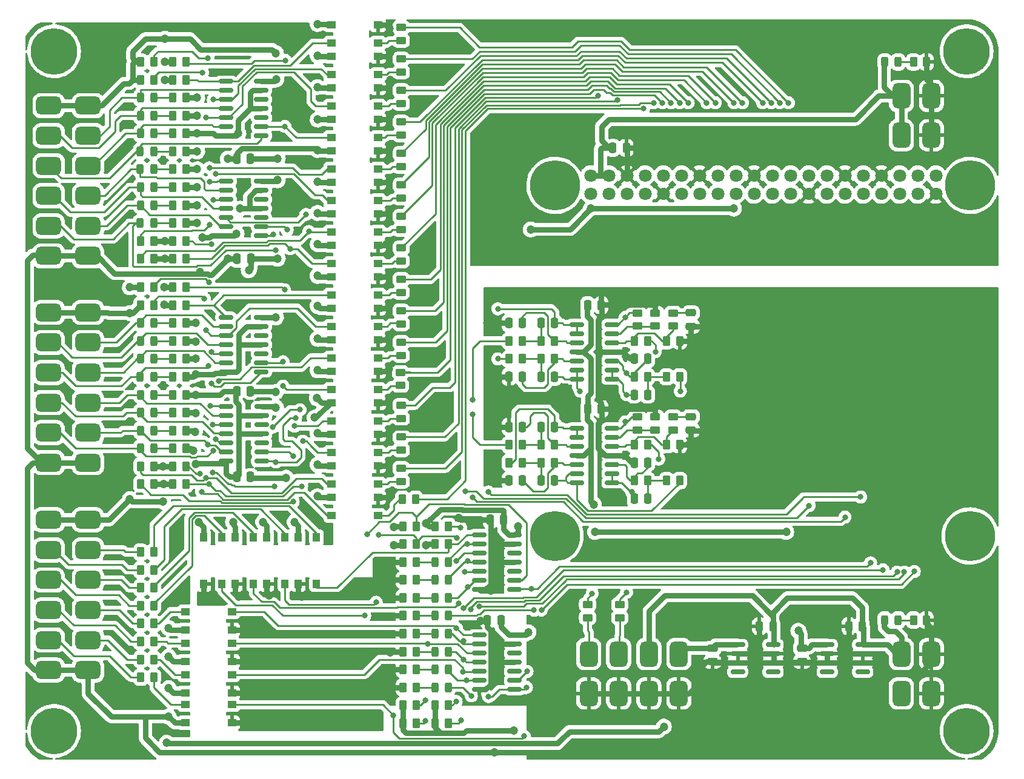
<source format=gbr>
%TF.GenerationSoftware,KiCad,Pcbnew,6.0.7-1.fc36*%
%TF.CreationDate,2022-08-21T12:52:59+01:00*%
%TF.ProjectId,controller,636f6e74-726f-46c6-9c65-722e6b696361,rev?*%
%TF.SameCoordinates,Original*%
%TF.FileFunction,Copper,L1,Top*%
%TF.FilePolarity,Positive*%
%FSLAX46Y46*%
G04 Gerber Fmt 4.6, Leading zero omitted, Abs format (unit mm)*
G04 Created by KiCad (PCBNEW 6.0.7-1.fc36) date 2022-08-21 12:52:59*
%MOMM*%
%LPD*%
G01*
G04 APERTURE LIST*
G04 Aperture macros list*
%AMRoundRect*
0 Rectangle with rounded corners*
0 $1 Rounding radius*
0 $2 $3 $4 $5 $6 $7 $8 $9 X,Y pos of 4 corners*
0 Add a 4 corners polygon primitive as box body*
4,1,4,$2,$3,$4,$5,$6,$7,$8,$9,$2,$3,0*
0 Add four circle primitives for the rounded corners*
1,1,$1+$1,$2,$3*
1,1,$1+$1,$4,$5*
1,1,$1+$1,$6,$7*
1,1,$1+$1,$8,$9*
0 Add four rect primitives between the rounded corners*
20,1,$1+$1,$2,$3,$4,$5,0*
20,1,$1+$1,$4,$5,$6,$7,0*
20,1,$1+$1,$6,$7,$8,$9,0*
20,1,$1+$1,$8,$9,$2,$3,0*%
G04 Aperture macros list end*
%TA.AperFunction,SMDPad,CuDef*%
%ADD10RoundRect,0.250000X0.250000X0.475000X-0.250000X0.475000X-0.250000X-0.475000X0.250000X-0.475000X0*%
%TD*%
%TA.AperFunction,SMDPad,CuDef*%
%ADD11RoundRect,0.250000X-0.250000X-0.475000X0.250000X-0.475000X0.250000X0.475000X-0.250000X0.475000X0*%
%TD*%
%TA.AperFunction,SMDPad,CuDef*%
%ADD12RoundRect,0.250000X0.475000X-0.250000X0.475000X0.250000X-0.475000X0.250000X-0.475000X-0.250000X0*%
%TD*%
%TA.AperFunction,ComponentPad*%
%ADD13RoundRect,0.625000X-0.625000X-1.125000X0.625000X-1.125000X0.625000X1.125000X-0.625000X1.125000X0*%
%TD*%
%TA.AperFunction,SMDPad,CuDef*%
%ADD14RoundRect,0.250000X-0.262500X-0.450000X0.262500X-0.450000X0.262500X0.450000X-0.262500X0.450000X0*%
%TD*%
%TA.AperFunction,SMDPad,CuDef*%
%ADD15RoundRect,0.250000X0.262500X0.450000X-0.262500X0.450000X-0.262500X-0.450000X0.262500X-0.450000X0*%
%TD*%
%TA.AperFunction,SMDPad,CuDef*%
%ADD16RoundRect,0.250000X0.450000X-0.262500X0.450000X0.262500X-0.450000X0.262500X-0.450000X-0.262500X0*%
%TD*%
%TA.AperFunction,SMDPad,CuDef*%
%ADD17RoundRect,0.150000X-0.825000X-0.150000X0.825000X-0.150000X0.825000X0.150000X-0.825000X0.150000X0*%
%TD*%
%TA.AperFunction,SMDPad,CuDef*%
%ADD18R,1.200000X1.000000*%
%TD*%
%TA.AperFunction,SMDPad,CuDef*%
%ADD19RoundRect,0.243750X0.243750X0.456250X-0.243750X0.456250X-0.243750X-0.456250X0.243750X-0.456250X0*%
%TD*%
%TA.AperFunction,SMDPad,CuDef*%
%ADD20RoundRect,0.243750X-0.243750X-0.456250X0.243750X-0.456250X0.243750X0.456250X-0.243750X0.456250X0*%
%TD*%
%TA.AperFunction,SMDPad,CuDef*%
%ADD21R,1.000000X1.200000*%
%TD*%
%TA.AperFunction,SMDPad,CuDef*%
%ADD22RoundRect,0.250000X-0.450000X0.262500X-0.450000X-0.262500X0.450000X-0.262500X0.450000X0.262500X0*%
%TD*%
%TA.AperFunction,ComponentPad*%
%ADD23C,7.000000*%
%TD*%
%TA.AperFunction,ComponentPad*%
%ADD24C,1.800000*%
%TD*%
%TA.AperFunction,ComponentPad*%
%ADD25RoundRect,0.625000X-1.125000X0.625000X-1.125000X-0.625000X1.125000X-0.625000X1.125000X0.625000X0*%
%TD*%
%TA.AperFunction,ComponentPad*%
%ADD26C,6.500000*%
%TD*%
%TA.AperFunction,ViaPad*%
%ADD27C,1.200000*%
%TD*%
%TA.AperFunction,ViaPad*%
%ADD28C,0.800000*%
%TD*%
%TA.AperFunction,Conductor*%
%ADD29C,0.800000*%
%TD*%
%TA.AperFunction,Conductor*%
%ADD30C,0.250000*%
%TD*%
G04 APERTURE END LIST*
D10*
%TO.P,C1,1*%
%TO.N,GND*%
X129950000Y-63500000D03*
%TO.P,C1,2*%
%TO.N,VCC*%
X128050000Y-63500000D03*
%TD*%
D11*
%TO.P,C2,1*%
%TO.N,VSS*%
X148550000Y-130365000D03*
%TO.P,C2,2*%
%TO.N,+12V*%
X150450000Y-130365000D03*
%TD*%
D12*
%TO.P,C3,1*%
%TO.N,VSS*%
X142000000Y-135315000D03*
%TO.P,C3,2*%
%TO.N,VDD*%
X142000000Y-133415000D03*
%TD*%
D11*
%TO.P,C4,1*%
%TO.N,VSS*%
X161050000Y-130365000D03*
%TO.P,C4,2*%
%TO.N,+12V*%
X162950000Y-130365000D03*
%TD*%
D12*
%TO.P,C5,1*%
%TO.N,VSS*%
X154500000Y-135315000D03*
%TO.P,C5,2*%
%TO.N,+10V*%
X154500000Y-133415000D03*
%TD*%
D10*
%TO.P,C6,1*%
%TO.N,Net-(C6-Pad1)*%
X119950000Y-102500000D03*
%TO.P,C6,2*%
%TO.N,Net-(C6-Pad2)*%
X118050000Y-102500000D03*
%TD*%
%TO.P,C8,1*%
%TO.N,VSS*%
X126450000Y-100000000D03*
%TO.P,C8,2*%
%TO.N,+10V*%
X124550000Y-100000000D03*
%TD*%
%TO.P,C9,1*%
%TO.N,Net-(C9-Pad1)*%
X119950000Y-110000000D03*
%TO.P,C9,2*%
%TO.N,Net-(C9-Pad2)*%
X118050000Y-110000000D03*
%TD*%
D13*
%TO.P,J1,1*%
%TO.N,VCC*%
X168400000Y-56250000D03*
%TO.P,J1,2*%
X168400000Y-61750000D03*
%TO.P,J1,3*%
%TO.N,GND*%
X172600000Y-56250000D03*
%TO.P,J1,4*%
X172600000Y-61750000D03*
%TD*%
%TO.P,J8,1*%
%TO.N,+12V*%
X168400000Y-134250000D03*
%TO.P,J8,2*%
X168400000Y-139750000D03*
%TO.P,J8,3*%
%TO.N,VSS*%
X172600000Y-134250000D03*
%TO.P,J8,4*%
X172600000Y-139750000D03*
%TD*%
%TO.P,J10,1*%
%TO.N,/0-10V-CH1*%
X124700000Y-134250000D03*
%TO.P,J10,2*%
%TO.N,VSS*%
X124700000Y-139750000D03*
%TO.P,J10,3*%
%TO.N,/0-10V-CH2*%
X128900000Y-134250000D03*
%TO.P,J10,4*%
%TO.N,VSS*%
X128900000Y-139750000D03*
%TO.P,J10,5*%
%TO.N,+12V*%
X133100000Y-134250000D03*
%TO.P,J10,6*%
%TO.N,VSS*%
X133100000Y-139750000D03*
%TO.P,J10,7*%
%TO.N,VDD*%
X137300000Y-134250000D03*
%TO.P,J10,8*%
%TO.N,VSS*%
X137300000Y-139750000D03*
%TD*%
D14*
%TO.P,R1,1,1*%
%TO.N,Net-(LD1-Pad1)*%
X170087500Y-51500000D03*
%TO.P,R1,2,2*%
%TO.N,GND*%
X171912500Y-51500000D03*
%TD*%
%TO.P,R2,1,1*%
%TO.N,Net-(LD2-Pad1)*%
X170087500Y-129500000D03*
%TO.P,R2,2,2*%
%TO.N,VSS*%
X171912500Y-129500000D03*
%TD*%
%TO.P,R3,1,1*%
%TO.N,/OUT16*%
X113587500Y-105000000D03*
%TO.P,R3,2,2*%
%TO.N,Net-(C6-Pad2)*%
X115412500Y-105000000D03*
%TD*%
%TO.P,R4,1,1*%
%TO.N,Net-(C6-Pad2)*%
X118087500Y-105000000D03*
%TO.P,R4,2,2*%
%TO.N,Net-(C7-Pad2)*%
X119912500Y-105000000D03*
%TD*%
%TO.P,R5,1,1*%
%TO.N,Net-(C6-Pad1)*%
X113587500Y-107500000D03*
%TO.P,R5,2,2*%
%TO.N,Net-(C9-Pad2)*%
X115412500Y-107500000D03*
%TD*%
%TO.P,R6,1,1*%
%TO.N,Net-(C9-Pad2)*%
X118087500Y-107500000D03*
%TO.P,R6,2,2*%
%TO.N,Net-(C10-Pad2)*%
X119912500Y-107500000D03*
%TD*%
D15*
%TO.P,R7,1,1*%
%TO.N,Net-(C9-Pad1)*%
X137412500Y-110000000D03*
%TO.P,R7,2,2*%
%TO.N,Net-(C11-Pad2)*%
X135587500Y-110000000D03*
%TD*%
%TO.P,R8,1,1*%
%TO.N,Net-(C11-Pad2)*%
X132912500Y-110000000D03*
%TO.P,R8,2,2*%
%TO.N,Net-(C12-Pad2)*%
X131087500Y-110000000D03*
%TD*%
%TO.P,R9,1,1*%
%TO.N,Net-(C11-Pad1)*%
X132912500Y-105000000D03*
%TO.P,R9,2,2*%
%TO.N,Net-(R10-Pad1)*%
X131087500Y-105000000D03*
%TD*%
D14*
%TO.P,R10,1,1*%
%TO.N,Net-(R10-Pad1)*%
X135587500Y-105000000D03*
%TO.P,R10,2,2*%
%TO.N,VSS*%
X137412500Y-105000000D03*
%TD*%
D16*
%TO.P,R11,1,1*%
%TO.N,Net-(R10-Pad1)*%
X136500000Y-102912500D03*
%TO.P,R11,2,2*%
%TO.N,Net-(C13-Pad2)*%
X136500000Y-101087500D03*
%TD*%
%TO.P,R13,1,1*%
%TO.N,Net-(R12-Pad1)*%
X131500000Y-102912500D03*
%TO.P,R13,2,2*%
%TO.N,Net-(R13-Pad2)*%
X131500000Y-101087500D03*
%TD*%
D15*
%TO.P,R23,1,1*%
%TO.N,Net-(O1-Pad4)*%
X68412500Y-54000000D03*
%TO.P,R23,2,2*%
%TO.N,VDD*%
X66587500Y-54000000D03*
%TD*%
D17*
%TO.P,U3,1*%
%TO.N,Net-(C6-Pad1)*%
X123025000Y-102690000D03*
%TO.P,U3,2,-*%
X123025000Y-103960000D03*
%TO.P,U3,3,+*%
%TO.N,Net-(C7-Pad2)*%
X123025000Y-105230000D03*
%TO.P,U3,4,VCC*%
%TO.N,+10V*%
X123025000Y-106500000D03*
%TO.P,U3,5,+*%
%TO.N,Net-(C10-Pad2)*%
X123025000Y-107770000D03*
%TO.P,U3,6,-*%
%TO.N,Net-(C9-Pad1)*%
X123025000Y-109040000D03*
%TO.P,U3,7*%
X123025000Y-110310000D03*
%TO.P,U3,8*%
%TO.N,Net-(C11-Pad1)*%
X127975000Y-110310000D03*
%TO.P,U3,9,-*%
X127975000Y-109040000D03*
%TO.P,U3,10,+*%
%TO.N,Net-(C12-Pad2)*%
X127975000Y-107770000D03*
%TO.P,U3,11,VEE*%
%TO.N,VSS*%
X127975000Y-106500000D03*
%TO.P,U3,12,+*%
%TO.N,Net-(R10-Pad1)*%
X127975000Y-105230000D03*
%TO.P,U3,13,-*%
%TO.N,Net-(R12-Pad1)*%
X127975000Y-103960000D03*
%TO.P,U3,14*%
%TO.N,Net-(R13-Pad2)*%
X127975000Y-102690000D03*
%TD*%
D16*
%TO.P,R12,1,1*%
%TO.N,Net-(R12-Pad1)*%
X134000000Y-102912500D03*
%TO.P,R12,2,2*%
%TO.N,VSS*%
X134000000Y-101087500D03*
%TD*%
D18*
%TO.P,O10,1*%
%TO.N,Net-(O10-Pad1)*%
X95250000Y-88470000D03*
%TO.P,O10,2*%
%TO.N,GND*%
X95250000Y-85930000D03*
%TO.P,O10,3*%
%TO.N,VSS*%
X88750000Y-85930000D03*
%TO.P,O10,4*%
%TO.N,Net-(O10-Pad4)*%
X88750000Y-88470000D03*
%TD*%
%TO.P,O9,1*%
%TO.N,Net-(O9-Pad1)*%
X95250000Y-84070000D03*
%TO.P,O9,2*%
%TO.N,GND*%
X95250000Y-81530000D03*
%TO.P,O9,3*%
%TO.N,VSS*%
X88750000Y-81530000D03*
%TO.P,O9,4*%
%TO.N,Net-(O9-Pad4)*%
X88750000Y-84070000D03*
%TD*%
D11*
%TO.P,C7,1*%
%TO.N,VSS*%
X113550000Y-102500000D03*
%TO.P,C7,2*%
%TO.N,Net-(C7-Pad2)*%
X115450000Y-102500000D03*
%TD*%
D17*
%TO.P,U2,1,VO*%
%TO.N,+10V*%
X158025000Y-132960000D03*
%TO.P,U2,2,GND*%
%TO.N,VSS*%
X158025000Y-134230000D03*
%TO.P,U2,3,GND*%
X158025000Y-135500000D03*
%TO.P,U2,4*%
%TO.N,unconnected-(U2-Pad4)*%
X158025000Y-136770000D03*
%TO.P,U2,5*%
%TO.N,unconnected-(U2-Pad5)*%
X162975000Y-136770000D03*
%TO.P,U2,6,GND*%
%TO.N,VSS*%
X162975000Y-135500000D03*
%TO.P,U2,7,GND*%
X162975000Y-134230000D03*
%TO.P,U2,8,VIN*%
%TO.N,+12V*%
X162975000Y-132960000D03*
%TD*%
D11*
%TO.P,C10,1*%
%TO.N,VSS*%
X113550000Y-110000000D03*
%TO.P,C10,2*%
%TO.N,Net-(C10-Pad2)*%
X115450000Y-110000000D03*
%TD*%
%TO.P,C11,1*%
%TO.N,Net-(C11-Pad1)*%
X131050000Y-112500000D03*
%TO.P,C11,2*%
%TO.N,Net-(C11-Pad2)*%
X132950000Y-112500000D03*
%TD*%
%TO.P,C12,1*%
%TO.N,VSS*%
X131050000Y-107500000D03*
%TO.P,C12,2*%
%TO.N,Net-(C12-Pad2)*%
X132950000Y-107500000D03*
%TD*%
D12*
%TO.P,C13,1*%
%TO.N,VSS*%
X139000000Y-102950000D03*
%TO.P,C13,2*%
%TO.N,Net-(C13-Pad2)*%
X139000000Y-101050000D03*
%TD*%
D11*
%TO.P,C14,1*%
%TO.N,VSS*%
X75550000Y-65000000D03*
%TO.P,C14,2*%
%TO.N,VDD*%
X77450000Y-65000000D03*
%TD*%
%TO.P,C15,1*%
%TO.N,VSS*%
X75587500Y-79000000D03*
%TO.P,C15,2*%
%TO.N,VDD*%
X77487500Y-79000000D03*
%TD*%
%TO.P,C16,1*%
%TO.N,VSS*%
X75550000Y-109500000D03*
%TO.P,C16,2*%
%TO.N,VDD*%
X77450000Y-109500000D03*
%TD*%
%TO.P,C19,1*%
%TO.N,GND*%
X110550000Y-129500000D03*
%TO.P,C19,2*%
%TO.N,/rpiconnectivity/3V3*%
X112450000Y-129500000D03*
%TD*%
D10*
%TO.P,C20,1*%
%TO.N,Net-(C20-Pad1)*%
X119950000Y-88000000D03*
%TO.P,C20,2*%
%TO.N,Net-(C20-Pad2)*%
X118050000Y-88000000D03*
%TD*%
D11*
%TO.P,C21,1*%
%TO.N,VSS*%
X113550000Y-88000000D03*
%TO.P,C21,2*%
%TO.N,Net-(C21-Pad2)*%
X115450000Y-88000000D03*
%TD*%
D10*
%TO.P,C22,1*%
%TO.N,VSS*%
X126450000Y-85500000D03*
%TO.P,C22,2*%
%TO.N,+10V*%
X124550000Y-85500000D03*
%TD*%
%TO.P,C23,1*%
%TO.N,Net-(C23-Pad1)*%
X119950000Y-95500000D03*
%TO.P,C23,2*%
%TO.N,Net-(C23-Pad2)*%
X118050000Y-95500000D03*
%TD*%
D11*
%TO.P,C24,1*%
%TO.N,VSS*%
X113550000Y-95500000D03*
%TO.P,C24,2*%
%TO.N,Net-(C24-Pad2)*%
X115450000Y-95500000D03*
%TD*%
%TO.P,C25,1*%
%TO.N,Net-(C25-Pad1)*%
X131050000Y-98000000D03*
%TO.P,C25,2*%
%TO.N,Net-(C25-Pad2)*%
X132950000Y-98000000D03*
%TD*%
%TO.P,C26,1*%
%TO.N,VSS*%
X131050000Y-93000000D03*
%TO.P,C26,2*%
%TO.N,Net-(C26-Pad2)*%
X132950000Y-93000000D03*
%TD*%
D12*
%TO.P,C27,1*%
%TO.N,VSS*%
X139000000Y-88450000D03*
%TO.P,C27,2*%
%TO.N,Net-(C27-Pad2)*%
X139000000Y-86550000D03*
%TD*%
D19*
%TO.P,LD1,1*%
%TO.N,Net-(LD1-Pad1)*%
X167937500Y-51500000D03*
%TO.P,LD1,2*%
%TO.N,VCC*%
X166062500Y-51500000D03*
%TD*%
%TO.P,LD2,1*%
%TO.N,Net-(LD2-Pad1)*%
X167937500Y-129500000D03*
%TO.P,LD2,2*%
%TO.N,+12V*%
X166062500Y-129500000D03*
%TD*%
%TO.P,LD3,1*%
%TO.N,Net-(LD3-Pad1)*%
X63937500Y-56500000D03*
%TO.P,LD3,2*%
%TO.N,/OUT1*%
X62062500Y-56500000D03*
%TD*%
%TO.P,LD4,1*%
%TO.N,Net-(LD4-Pad1)*%
X63937500Y-59000000D03*
%TO.P,LD4,2*%
%TO.N,/OUT2*%
X62062500Y-59000000D03*
%TD*%
%TO.P,LD10,1*%
%TO.N,Net-(LD10-Pad1)*%
X63912500Y-74000000D03*
%TO.P,LD10,2*%
%TO.N,/OUT8*%
X62037500Y-74000000D03*
%TD*%
D20*
%TO.P,LD19,1*%
%TO.N,Net-(LD19-Pad1)*%
X103237500Y-121400000D03*
%TO.P,LD19,2*%
%TO.N,/RPIIN1*%
X105112500Y-121400000D03*
%TD*%
%TO.P,LD20,1*%
%TO.N,Net-(LD20-Pad1)*%
X103237500Y-123900000D03*
%TO.P,LD20,2*%
%TO.N,/RPIIN2*%
X105112500Y-123900000D03*
%TD*%
%TO.P,LD21,1*%
%TO.N,Net-(LD21-Pad1)*%
X103237500Y-126400000D03*
%TO.P,LD21,2*%
%TO.N,/RPIIN3*%
X105112500Y-126400000D03*
%TD*%
%TO.P,LD23,1*%
%TO.N,Net-(LD23-Pad1)*%
X103262500Y-131400000D03*
%TO.P,LD23,2*%
%TO.N,/RPIIN5*%
X105137500Y-131400000D03*
%TD*%
%TO.P,LD24,1*%
%TO.N,Net-(LD24-Pad1)*%
X103262500Y-133900000D03*
%TO.P,LD24,2*%
%TO.N,/RPIIN6*%
X105137500Y-133900000D03*
%TD*%
%TO.P,LD25,1*%
%TO.N,Net-(LD25-Pad1)*%
X103262500Y-136400000D03*
%TO.P,LD25,2*%
%TO.N,/RPIIN7*%
X105137500Y-136400000D03*
%TD*%
%TO.P,LD26,1*%
%TO.N,Net-(LD26-Pad1)*%
X103237500Y-138900000D03*
%TO.P,LD26,2*%
%TO.N,/RPIIN8*%
X105112500Y-138900000D03*
%TD*%
D18*
%TO.P,O13,1*%
%TO.N,Net-(O13-Pad1)*%
X95250000Y-114870000D03*
%TO.P,O13,2*%
%TO.N,GND*%
X95250000Y-112330000D03*
%TO.P,O13,3*%
%TO.N,VSS*%
X88750000Y-112330000D03*
%TO.P,O13,4*%
%TO.N,Net-(O13-Pad4)*%
X88750000Y-114870000D03*
%TD*%
%TO.P,O14,1*%
%TO.N,Net-(O14-Pad1)*%
X95250000Y-110470000D03*
%TO.P,O14,2*%
%TO.N,GND*%
X95250000Y-107930000D03*
%TO.P,O14,3*%
%TO.N,VSS*%
X88750000Y-107930000D03*
%TO.P,O14,4*%
%TO.N,Net-(O14-Pad4)*%
X88750000Y-110470000D03*
%TD*%
%TO.P,O16,1*%
%TO.N,Net-(O16-Pad1)*%
X95250000Y-101670000D03*
%TO.P,O16,2*%
%TO.N,GND*%
X95250000Y-99130000D03*
%TO.P,O16,3*%
%TO.N,VSS*%
X88750000Y-99130000D03*
%TO.P,O16,4*%
%TO.N,Net-(O16-Pad4)*%
X88750000Y-101670000D03*
%TD*%
D21*
%TO.P,O17,1*%
%TO.N,Net-(O17-Pad1)*%
X86670000Y-117950000D03*
%TO.P,O17,2*%
%TO.N,VSS*%
X84130000Y-117950000D03*
%TO.P,O17,3*%
%TO.N,GND*%
X84130000Y-124450000D03*
%TO.P,O17,4*%
%TO.N,Net-(O17-Pad4)*%
X86670000Y-124450000D03*
%TD*%
%TO.P,O19,1*%
%TO.N,Net-(O19-Pad1)*%
X77870000Y-117950000D03*
%TO.P,O19,2*%
%TO.N,VSS*%
X75330000Y-117950000D03*
%TO.P,O19,3*%
%TO.N,GND*%
X75330000Y-124450000D03*
%TO.P,O19,4*%
%TO.N,Net-(O19-Pad4)*%
X77870000Y-124450000D03*
%TD*%
%TO.P,O20,1*%
%TO.N,Net-(O20-Pad1)*%
X73470000Y-117950000D03*
%TO.P,O20,2*%
%TO.N,VSS*%
X70930000Y-117950000D03*
%TO.P,O20,3*%
%TO.N,GND*%
X70930000Y-124450000D03*
%TO.P,O20,4*%
%TO.N,Net-(O20-Pad4)*%
X73470000Y-124450000D03*
%TD*%
D18*
%TO.P,O21,1*%
%TO.N,Net-(O21-Pad1)*%
X68350000Y-128330000D03*
%TO.P,O21,2*%
%TO.N,VSS*%
X68350000Y-130870000D03*
%TO.P,O21,3*%
%TO.N,GND*%
X74850000Y-130870000D03*
%TO.P,O21,4*%
%TO.N,Net-(O21-Pad4)*%
X74850000Y-128330000D03*
%TD*%
%TO.P,O23,1*%
%TO.N,Net-(O23-Pad1)*%
X68350000Y-137130000D03*
%TO.P,O23,2*%
%TO.N,VSS*%
X68350000Y-139670000D03*
%TO.P,O23,3*%
%TO.N,GND*%
X74850000Y-139670000D03*
%TO.P,O23,4*%
%TO.N,Net-(O23-Pad4)*%
X74850000Y-137130000D03*
%TD*%
D15*
%TO.P,R26,1,1*%
%TO.N,Net-(O4-Pad4)*%
X68412500Y-51500000D03*
%TO.P,R26,2,2*%
%TO.N,VDD*%
X66587500Y-51500000D03*
%TD*%
%TO.P,R28,1,1*%
%TO.N,Net-(O6-Pad4)*%
X68412500Y-76500000D03*
%TO.P,R28,2,2*%
%TO.N,VDD*%
X66587500Y-76500000D03*
%TD*%
%TO.P,R30,1,1*%
%TO.N,Net-(O8-Pad4)*%
X68412500Y-79000000D03*
%TO.P,R30,2,2*%
%TO.N,VDD*%
X66587500Y-79000000D03*
%TD*%
D14*
%TO.P,R34,1,1*%
%TO.N,Net-(LD6-Pad1)*%
X66587500Y-64000000D03*
%TO.P,R34,2,2*%
%TO.N,VSS*%
X68412500Y-64000000D03*
%TD*%
%TO.P,R35,1,1*%
%TO.N,Net-(LD7-Pad1)*%
X66587500Y-66500000D03*
%TO.P,R35,2,2*%
%TO.N,VSS*%
X68412500Y-66500000D03*
%TD*%
%TO.P,R36,1,1*%
%TO.N,Net-(LD8-Pad1)*%
X66587500Y-69000000D03*
%TO.P,R36,2,2*%
%TO.N,VSS*%
X68412500Y-69000000D03*
%TD*%
%TO.P,R37,1,1*%
%TO.N,Net-(LD9-Pad1)*%
X66587500Y-71500000D03*
%TO.P,R37,2,2*%
%TO.N,VSS*%
X68412500Y-71500000D03*
%TD*%
%TO.P,R38,1,1*%
%TO.N,Net-(LD10-Pad1)*%
X66587500Y-74000000D03*
%TO.P,R38,2,2*%
%TO.N,VSS*%
X68412500Y-74000000D03*
%TD*%
D22*
%TO.P,R39,1,1*%
%TO.N,/RPIOUT9*%
X98500000Y-81887500D03*
%TO.P,R39,2,2*%
%TO.N,Net-(O9-Pad1)*%
X98500000Y-83712500D03*
%TD*%
%TO.P,R40,1,1*%
%TO.N,/RPIOUT10*%
X98500000Y-86287500D03*
%TO.P,R40,2,2*%
%TO.N,Net-(O10-Pad1)*%
X98500000Y-88112500D03*
%TD*%
%TO.P,R41,1,1*%
%TO.N,/RPIOUT11*%
X98500000Y-90687500D03*
%TO.P,R41,2,2*%
%TO.N,Net-(O11-Pad1)*%
X98500000Y-92512500D03*
%TD*%
%TO.P,R42,1,1*%
%TO.N,/RPIOUT12*%
X98400000Y-94887500D03*
%TO.P,R42,2,2*%
%TO.N,Net-(O12-Pad1)*%
X98400000Y-96712500D03*
%TD*%
D15*
%TO.P,R43,1,1*%
%TO.N,/RPIOUT13*%
X100512500Y-112600000D03*
%TO.P,R43,2,2*%
%TO.N,Net-(O13-Pad1)*%
X98687500Y-112600000D03*
%TD*%
D22*
%TO.P,R44,1,1*%
%TO.N,/RPIOUT14*%
X98500000Y-108287500D03*
%TO.P,R44,2,2*%
%TO.N,Net-(O14-Pad1)*%
X98500000Y-110112500D03*
%TD*%
%TO.P,R45,1,1*%
%TO.N,/RPIOUT15*%
X98500000Y-103887500D03*
%TO.P,R45,2,2*%
%TO.N,Net-(O15-Pad1)*%
X98500000Y-105712500D03*
%TD*%
%TO.P,R46,1,1*%
%TO.N,/RPIOUT16*%
X98500000Y-99487500D03*
%TO.P,R46,2,2*%
%TO.N,Net-(O16-Pad1)*%
X98500000Y-101312500D03*
%TD*%
D15*
%TO.P,R47,1,1*%
%TO.N,Net-(O9-Pad4)*%
X68412500Y-85500000D03*
%TO.P,R47,2,2*%
%TO.N,VDD*%
X66587500Y-85500000D03*
%TD*%
%TO.P,R48,1,1*%
%TO.N,Net-(O10-Pad4)*%
X63912500Y-85500000D03*
%TO.P,R48,2,2*%
%TO.N,VDD*%
X62087500Y-85500000D03*
%TD*%
%TO.P,R49,1,1*%
%TO.N,Net-(O11-Pad4)*%
X63912500Y-83000000D03*
%TO.P,R49,2,2*%
%TO.N,VDD*%
X62087500Y-83000000D03*
%TD*%
%TO.P,R50,1,1*%
%TO.N,Net-(O12-Pad4)*%
X68412500Y-83000000D03*
%TO.P,R50,2,2*%
%TO.N,VDD*%
X66587500Y-83000000D03*
%TD*%
%TO.P,R51,1,1*%
%TO.N,Net-(O13-Pad4)*%
X68412500Y-108000000D03*
%TO.P,R51,2,2*%
%TO.N,VDD*%
X66587500Y-108000000D03*
%TD*%
D14*
%TO.P,R52,1,1*%
%TO.N,Net-(O14-Pad4)*%
X62087500Y-108000000D03*
%TO.P,R52,2,2*%
%TO.N,VDD*%
X63912500Y-108000000D03*
%TD*%
D15*
%TO.P,R53,1,1*%
%TO.N,Net-(O15-Pad4)*%
X68412500Y-110500000D03*
%TO.P,R53,2,2*%
%TO.N,VDD*%
X66587500Y-110500000D03*
%TD*%
D14*
%TO.P,R63,1,1*%
%TO.N,/IN1*%
X62087500Y-120000000D03*
%TO.P,R63,2,2*%
%TO.N,Net-(O17-Pad1)*%
X63912500Y-120000000D03*
%TD*%
%TO.P,R64,1,1*%
%TO.N,/IN2*%
X62087500Y-122500000D03*
%TO.P,R64,2,2*%
%TO.N,Net-(O18-Pad1)*%
X63912500Y-122500000D03*
%TD*%
%TO.P,R65,1,1*%
%TO.N,/IN3*%
X62087500Y-125000000D03*
%TO.P,R65,2,2*%
%TO.N,Net-(O19-Pad1)*%
X63912500Y-125000000D03*
%TD*%
%TO.P,R68,1,1*%
%TO.N,/IN6*%
X62087500Y-132500000D03*
%TO.P,R68,2,2*%
%TO.N,Net-(O22-Pad1)*%
X63912500Y-132500000D03*
%TD*%
%TO.P,R69,1,1*%
%TO.N,/IN7*%
X62087500Y-135000000D03*
%TO.P,R69,2,2*%
%TO.N,Net-(O23-Pad1)*%
X63912500Y-135000000D03*
%TD*%
%TO.P,R70,1,1*%
%TO.N,/IN8*%
X62087500Y-137500000D03*
%TO.P,R70,2,2*%
%TO.N,Net-(O24-Pad1)*%
X63912500Y-137500000D03*
%TD*%
D15*
%TO.P,R71,1,1*%
%TO.N,Net-(O17-Pad4)*%
X105087500Y-118900000D03*
%TO.P,R71,2,2*%
%TO.N,/rpiconnectivity/3V3*%
X103262500Y-118900000D03*
%TD*%
%TO.P,R73,1,1*%
%TO.N,Net-(O19-Pad4)*%
X105087500Y-116400000D03*
%TO.P,R73,2,2*%
%TO.N,/rpiconnectivity/3V3*%
X103262500Y-116400000D03*
%TD*%
%TO.P,R74,1,1*%
%TO.N,Net-(O20-Pad4)*%
X100587500Y-116400000D03*
%TO.P,R74,2,2*%
%TO.N,/rpiconnectivity/3V3*%
X98762500Y-116400000D03*
%TD*%
%TO.P,R75,1,1*%
%TO.N,Net-(O21-Pad4)*%
X105087500Y-141400000D03*
%TO.P,R75,2,2*%
%TO.N,/rpiconnectivity/3V3*%
X103262500Y-141400000D03*
%TD*%
%TO.P,R76,1,1*%
%TO.N,Net-(O22-Pad4)*%
X100587500Y-141400000D03*
%TO.P,R76,2,2*%
%TO.N,/rpiconnectivity/3V3*%
X98762500Y-141400000D03*
%TD*%
%TO.P,R77,1,1*%
%TO.N,Net-(O23-Pad4)*%
X105087500Y-143900000D03*
%TO.P,R77,2,2*%
%TO.N,/rpiconnectivity/3V3*%
X103262500Y-143900000D03*
%TD*%
%TO.P,R78,1,1*%
%TO.N,Net-(O24-Pad4)*%
X100587500Y-143900000D03*
%TO.P,R78,2,2*%
%TO.N,/rpiconnectivity/3V3*%
X98762500Y-143900000D03*
%TD*%
%TO.P,R79,1,1*%
%TO.N,Net-(LD19-Pad1)*%
X100587500Y-121400000D03*
%TO.P,R79,2,2*%
%TO.N,GND*%
X98762500Y-121400000D03*
%TD*%
%TO.P,R80,1,1*%
%TO.N,Net-(LD20-Pad1)*%
X100587500Y-123900000D03*
%TO.P,R80,2,2*%
%TO.N,GND*%
X98762500Y-123900000D03*
%TD*%
%TO.P,R81,1,1*%
%TO.N,Net-(LD21-Pad1)*%
X100587500Y-126400000D03*
%TO.P,R81,2,2*%
%TO.N,GND*%
X98762500Y-126400000D03*
%TD*%
%TO.P,R82,1,1*%
%TO.N,Net-(LD22-Pad1)*%
X100587500Y-128900000D03*
%TO.P,R82,2,2*%
%TO.N,GND*%
X98762500Y-128900000D03*
%TD*%
%TO.P,R83,1,1*%
%TO.N,Net-(LD23-Pad1)*%
X100587500Y-131400000D03*
%TO.P,R83,2,2*%
%TO.N,GND*%
X98762500Y-131400000D03*
%TD*%
%TO.P,R84,1,1*%
%TO.N,Net-(LD24-Pad1)*%
X100587500Y-133900000D03*
%TO.P,R84,2,2*%
%TO.N,GND*%
X98762500Y-133900000D03*
%TD*%
D14*
%TO.P,R88,1,1*%
%TO.N,Net-(C20-Pad2)*%
X118087500Y-90500000D03*
%TO.P,R88,2,2*%
%TO.N,Net-(C21-Pad2)*%
X119912500Y-90500000D03*
%TD*%
%TO.P,R89,1,1*%
%TO.N,Net-(C20-Pad1)*%
X113587500Y-93000000D03*
%TO.P,R89,2,2*%
%TO.N,Net-(C23-Pad2)*%
X115412500Y-93000000D03*
%TD*%
%TO.P,R90,1,1*%
%TO.N,Net-(C23-Pad2)*%
X118087500Y-93000000D03*
%TO.P,R90,2,2*%
%TO.N,Net-(C24-Pad2)*%
X119912500Y-93000000D03*
%TD*%
D15*
%TO.P,R91,1,1*%
%TO.N,Net-(C23-Pad1)*%
X137412500Y-95500000D03*
%TO.P,R91,2,2*%
%TO.N,Net-(C25-Pad2)*%
X135587500Y-95500000D03*
%TD*%
%TO.P,R92,1,1*%
%TO.N,Net-(C25-Pad2)*%
X132912500Y-95500000D03*
%TO.P,R92,2,2*%
%TO.N,Net-(C26-Pad2)*%
X131087500Y-95500000D03*
%TD*%
%TO.P,R93,1,1*%
%TO.N,Net-(C25-Pad1)*%
X132912500Y-90500000D03*
%TO.P,R93,2,2*%
%TO.N,Net-(R93-Pad2)*%
X131087500Y-90500000D03*
%TD*%
D14*
%TO.P,R94,1,1*%
%TO.N,Net-(R93-Pad2)*%
X135587500Y-90500000D03*
%TO.P,R94,2,2*%
%TO.N,VSS*%
X137412500Y-90500000D03*
%TD*%
D16*
%TO.P,R95,1,1*%
%TO.N,Net-(R93-Pad2)*%
X136500000Y-88412500D03*
%TO.P,R95,2,2*%
%TO.N,Net-(C27-Pad2)*%
X136500000Y-86587500D03*
%TD*%
%TO.P,R96,1,1*%
%TO.N,Net-(R96-Pad1)*%
X134000000Y-88412500D03*
%TO.P,R96,2,2*%
%TO.N,VSS*%
X134000000Y-86587500D03*
%TD*%
%TO.P,R97,1,1*%
%TO.N,Net-(R96-Pad1)*%
X131500000Y-88412500D03*
%TO.P,R97,2,2*%
%TO.N,Net-(R97-Pad2)*%
X131500000Y-86587500D03*
%TD*%
D22*
%TO.P,R98,1,1*%
%TO.N,Net-(R97-Pad2)*%
X124550000Y-127337500D03*
%TO.P,R98,2,2*%
%TO.N,/0-10V-CH1*%
X124550000Y-129162500D03*
%TD*%
D17*
%TO.P,U5,1,1*%
%TO.N,Net-(O5-Pad4)*%
X74025000Y-68190000D03*
%TO.P,U5,2,2*%
%TO.N,/OUT5*%
X74025000Y-69460000D03*
%TO.P,U5,3*%
%TO.N,Net-(O6-Pad4)*%
X74025000Y-70730000D03*
%TO.P,U5,4*%
%TO.N,/OUT6*%
X74025000Y-72000000D03*
%TO.P,U5,5*%
%TO.N,Net-(O7-Pad4)*%
X74025000Y-73270000D03*
%TO.P,U5,6*%
%TO.N,/OUT7*%
X74025000Y-74540000D03*
%TO.P,U5,7,GND*%
%TO.N,VSS*%
X74025000Y-75810000D03*
%TO.P,U5,8*%
%TO.N,/OUT8*%
X78975000Y-75810000D03*
%TO.P,U5,9*%
%TO.N,Net-(O8-Pad4)*%
X78975000Y-74540000D03*
%TO.P,U5,10*%
%TO.N,unconnected-(U5-Pad10)*%
X78975000Y-73270000D03*
%TO.P,U5,11*%
%TO.N,VSS*%
X78975000Y-72000000D03*
%TO.P,U5,12*%
%TO.N,unconnected-(U5-Pad12)*%
X78975000Y-70730000D03*
%TO.P,U5,13*%
%TO.N,VSS*%
X78975000Y-69460000D03*
%TO.P,U5,14,VCC*%
%TO.N,VDD*%
X78975000Y-68190000D03*
%TD*%
%TO.P,U6,1,1*%
%TO.N,Net-(O9-Pad4)*%
X74025000Y-87190000D03*
%TO.P,U6,2,2*%
%TO.N,/OUT9*%
X74025000Y-88460000D03*
%TO.P,U6,3*%
%TO.N,Net-(O10-Pad4)*%
X74025000Y-89730000D03*
%TO.P,U6,4*%
%TO.N,/OUT10*%
X74025000Y-91000000D03*
%TO.P,U6,5*%
%TO.N,Net-(O11-Pad4)*%
X74025000Y-92270000D03*
%TO.P,U6,6*%
%TO.N,/OUT11*%
X74025000Y-93540000D03*
%TO.P,U6,7,GND*%
%TO.N,VSS*%
X74025000Y-94810000D03*
%TO.P,U6,8*%
%TO.N,/OUT12*%
X78975000Y-94810000D03*
%TO.P,U6,9*%
%TO.N,Net-(O12-Pad4)*%
X78975000Y-93540000D03*
%TO.P,U6,10*%
%TO.N,unconnected-(U6-Pad10)*%
X78975000Y-92270000D03*
%TO.P,U6,11*%
%TO.N,VSS*%
X78975000Y-91000000D03*
%TO.P,U6,12*%
%TO.N,unconnected-(U6-Pad12)*%
X78975000Y-89730000D03*
%TO.P,U6,13*%
%TO.N,VSS*%
X78975000Y-88460000D03*
%TO.P,U6,14,VCC*%
%TO.N,VDD*%
X78975000Y-87190000D03*
%TD*%
%TO.P,U7,1,1*%
%TO.N,Net-(O13-Pad4)*%
X74050000Y-99690000D03*
%TO.P,U7,2,2*%
%TO.N,/OUT13*%
X74050000Y-100960000D03*
%TO.P,U7,3*%
%TO.N,Net-(O14-Pad4)*%
X74050000Y-102230000D03*
%TO.P,U7,4*%
%TO.N,/OUT14*%
X74050000Y-103500000D03*
%TO.P,U7,5*%
%TO.N,Net-(O15-Pad4)*%
X74050000Y-104770000D03*
%TO.P,U7,6*%
%TO.N,/OUT15*%
X74050000Y-106040000D03*
%TO.P,U7,7,GND*%
%TO.N,VSS*%
X74050000Y-107310000D03*
%TO.P,U7,8*%
%TO.N,/OUT16*%
X79000000Y-107310000D03*
%TO.P,U7,9*%
%TO.N,Net-(O16-Pad4)*%
X79000000Y-106040000D03*
%TO.P,U7,10*%
%TO.N,unconnected-(U7-Pad10)*%
X79000000Y-104770000D03*
%TO.P,U7,11*%
%TO.N,VSS*%
X79000000Y-103500000D03*
%TO.P,U7,12*%
%TO.N,unconnected-(U7-Pad12)*%
X79000000Y-102230000D03*
%TO.P,U7,13*%
%TO.N,VSS*%
X79000000Y-100960000D03*
%TO.P,U7,14,VCC*%
%TO.N,VDD*%
X79000000Y-99690000D03*
%TD*%
%TO.P,U8,1,1*%
%TO.N,Net-(O17-Pad4)*%
X109400000Y-117590000D03*
%TO.P,U8,2,2*%
%TO.N,/RPIIN1*%
X109400000Y-118860000D03*
%TO.P,U8,3*%
%TO.N,Net-(O18-Pad4)*%
X109400000Y-120130000D03*
%TO.P,U8,4*%
%TO.N,/RPIIN2*%
X109400000Y-121400000D03*
%TO.P,U8,5*%
%TO.N,Net-(O19-Pad4)*%
X109400000Y-122670000D03*
%TO.P,U8,6*%
%TO.N,/RPIIN3*%
X109400000Y-123940000D03*
%TO.P,U8,7,GND*%
%TO.N,GND*%
X109400000Y-125210000D03*
%TO.P,U8,8*%
%TO.N,/RPIIN4*%
X114350000Y-125210000D03*
%TO.P,U8,9*%
%TO.N,Net-(O20-Pad4)*%
X114350000Y-123940000D03*
%TO.P,U8,10*%
%TO.N,unconnected-(U8-Pad10)*%
X114350000Y-122670000D03*
%TO.P,U8,11*%
%TO.N,GND*%
X114350000Y-121400000D03*
%TO.P,U8,12*%
%TO.N,unconnected-(U8-Pad12)*%
X114350000Y-120130000D03*
%TO.P,U8,13*%
%TO.N,GND*%
X114350000Y-118860000D03*
%TO.P,U8,14,VCC*%
%TO.N,/rpiconnectivity/3V3*%
X114350000Y-117590000D03*
%TD*%
%TO.P,U10,1*%
%TO.N,Net-(C20-Pad1)*%
X123025000Y-88190000D03*
%TO.P,U10,2,-*%
X123025000Y-89460000D03*
%TO.P,U10,3,+*%
%TO.N,Net-(C21-Pad2)*%
X123025000Y-90730000D03*
%TO.P,U10,4,VCC*%
%TO.N,+10V*%
X123025000Y-92000000D03*
%TO.P,U10,5,+*%
%TO.N,Net-(C24-Pad2)*%
X123025000Y-93270000D03*
%TO.P,U10,6,-*%
%TO.N,Net-(C23-Pad1)*%
X123025000Y-94540000D03*
%TO.P,U10,7*%
X123025000Y-95810000D03*
%TO.P,U10,8*%
%TO.N,Net-(C25-Pad1)*%
X127975000Y-95810000D03*
%TO.P,U10,9,-*%
X127975000Y-94540000D03*
%TO.P,U10,10,+*%
%TO.N,Net-(C26-Pad2)*%
X127975000Y-93270000D03*
%TO.P,U10,11,VEE*%
%TO.N,VSS*%
X127975000Y-92000000D03*
%TO.P,U10,12,+*%
%TO.N,Net-(R93-Pad2)*%
X127975000Y-90730000D03*
%TO.P,U10,13,-*%
%TO.N,Net-(R96-Pad1)*%
X127975000Y-89460000D03*
%TO.P,U10,14*%
%TO.N,Net-(R97-Pad2)*%
X127975000Y-88190000D03*
%TD*%
D18*
%TO.P,O11,1*%
%TO.N,Net-(O11-Pad1)*%
X95250000Y-92870000D03*
%TO.P,O11,2*%
%TO.N,GND*%
X95250000Y-90330000D03*
%TO.P,O11,3*%
%TO.N,VSS*%
X88750000Y-90330000D03*
%TO.P,O11,4*%
%TO.N,Net-(O11-Pad4)*%
X88750000Y-92870000D03*
%TD*%
D23*
%TO.P,U11,0*%
%TO.N,N/C*%
X120000000Y-68750000D03*
X178000000Y-117750000D03*
X178000000Y-68750000D03*
X120000000Y-117750000D03*
D24*
%TO.P,U11,1,3V3*%
%TO.N,/rpiconnectivity/3V3*%
X124960000Y-69900000D03*
%TO.P,U11,2,5V*%
%TO.N,VCC*%
X124960000Y-67360000D03*
%TO.P,U11,3,GPIO2*%
%TO.N,/RPIOUT16*%
X127500000Y-69900000D03*
%TO.P,U11,4,5V*%
%TO.N,VCC*%
X127500000Y-67360000D03*
%TO.P,U11,5,GPIO3*%
%TO.N,/RPIOUT15*%
X130040000Y-69900000D03*
%TO.P,U11,6,GND*%
%TO.N,GND*%
X130040000Y-67360000D03*
%TO.P,U11,7,GPIO4*%
%TO.N,/RPIOUT14*%
X132580000Y-69900000D03*
%TO.P,U11,8,GPIO14*%
%TO.N,/RPIOUT13*%
X132580000Y-67360000D03*
%TO.P,U11,9,GND*%
%TO.N,GND*%
X135120000Y-69900000D03*
%TO.P,U11,10,GPIO15*%
%TO.N,/RPIOUT12*%
X135120000Y-67360000D03*
%TO.P,U11,11,GPIO17*%
%TO.N,/RPIOUT11*%
X137660000Y-69900000D03*
%TO.P,U11,12,GPIO18*%
%TO.N,/RPIOUT10*%
X137660000Y-67360000D03*
%TO.P,U11,13,GPIO27*%
%TO.N,/RPIOUT9*%
X140200000Y-69900000D03*
%TO.P,U11,14,GND*%
%TO.N,GND*%
X140200000Y-67360000D03*
%TO.P,U11,15,GPIO22*%
%TO.N,/RPIOUT8*%
X142740000Y-69900000D03*
%TO.P,U11,16,GPIO23*%
%TO.N,/RPIOUT7*%
X142740000Y-67360000D03*
%TO.P,U11,17,3V3*%
%TO.N,/rpiconnectivity/3V3*%
X145280000Y-69900000D03*
%TO.P,U11,18,GPIO24*%
%TO.N,/RPIOUT6*%
X145280000Y-67360000D03*
%TO.P,U11,19,GPIO10*%
%TO.N,/RPIOUT5*%
X147820000Y-69900000D03*
%TO.P,U11,20,GND*%
%TO.N,GND*%
X147820000Y-67360000D03*
%TO.P,U11,21,GPIO9*%
%TO.N,/RPIOUT4*%
X150360000Y-69900000D03*
%TO.P,U11,22,GPIO25*%
%TO.N,/RPIOUT3*%
X150360000Y-67360000D03*
%TO.P,U11,23,GPIO11*%
%TO.N,/RPIOUT2*%
X152900000Y-69900000D03*
%TO.P,U11,24,GPIO8*%
%TO.N,/RPIOUT1*%
X152900000Y-67360000D03*
%TO.P,U11,25,GND*%
%TO.N,GND*%
X155440000Y-69900000D03*
%TO.P,U11,26,GPIO7*%
%TO.N,/RPIIN1*%
X155440000Y-67360000D03*
%TO.P,U11,27,ID_SD*%
%TO.N,unconnected-(U11-Pad27)*%
X157980000Y-69900000D03*
%TO.P,U11,28,ID_SC*%
%TO.N,unconnected-(U11-Pad28)*%
X157980000Y-67360000D03*
%TO.P,U11,29,GPIO5*%
%TO.N,/RPIIN2*%
X160520000Y-69900000D03*
%TO.P,U11,30,GND*%
%TO.N,GND*%
X160520000Y-67360000D03*
%TO.P,U11,31,GPIO6*%
%TO.N,/RPIIN3*%
X163060000Y-69900000D03*
%TO.P,U11,32,GPIO12*%
%TO.N,/RPIIN4*%
X163060000Y-67360000D03*
%TO.P,U11,33,GPIO13*%
%TO.N,/RPIIN5*%
X165600000Y-69900000D03*
%TO.P,U11,34,GND*%
%TO.N,GND*%
X165600000Y-67360000D03*
%TO.P,U11,35,GPIO19*%
%TO.N,/RPIIN6*%
X168140000Y-69900000D03*
%TO.P,U11,36,GPIO16*%
%TO.N,/RPIIN7*%
X168140000Y-67360000D03*
%TO.P,U11,37,GPIO26*%
%TO.N,/RPIIN8*%
X170680000Y-69900000D03*
%TO.P,U11,38,GPIO20*%
%TO.N,unconnected-(U11-Pad38)*%
X170680000Y-67360000D03*
%TO.P,U11,39,GND*%
%TO.N,GND*%
X173220000Y-69900000D03*
%TO.P,U11,40,GPIO21*%
%TO.N,unconnected-(U11-Pad40)*%
X173220000Y-67360000D03*
%TD*%
D17*
%TO.P,U4,1,1*%
%TO.N,Net-(O1-Pad4)*%
X74025000Y-54190000D03*
%TO.P,U4,2,2*%
%TO.N,/OUT1*%
X74025000Y-55460000D03*
%TO.P,U4,3*%
%TO.N,Net-(O2-Pad4)*%
X74025000Y-56730000D03*
%TO.P,U4,4*%
%TO.N,/OUT2*%
X74025000Y-58000000D03*
%TO.P,U4,5*%
%TO.N,Net-(O3-Pad4)*%
X74025000Y-59270000D03*
%TO.P,U4,6*%
%TO.N,/OUT3*%
X74025000Y-60540000D03*
%TO.P,U4,7,GND*%
%TO.N,VSS*%
X74025000Y-61810000D03*
%TO.P,U4,8*%
%TO.N,/OUT4*%
X78975000Y-61810000D03*
%TO.P,U4,9*%
%TO.N,Net-(O4-Pad4)*%
X78975000Y-60540000D03*
%TO.P,U4,10*%
%TO.N,unconnected-(U4-Pad10)*%
X78975000Y-59270000D03*
%TO.P,U4,11*%
%TO.N,VSS*%
X78975000Y-58000000D03*
%TO.P,U4,12*%
%TO.N,unconnected-(U4-Pad12)*%
X78975000Y-56730000D03*
%TO.P,U4,13*%
%TO.N,VSS*%
X78975000Y-55460000D03*
%TO.P,U4,14,VCC*%
%TO.N,VDD*%
X78975000Y-54190000D03*
%TD*%
D14*
%TO.P,R32,1,1*%
%TO.N,Net-(LD4-Pad1)*%
X66587500Y-59000000D03*
%TO.P,R32,2,2*%
%TO.N,VSS*%
X68412500Y-59000000D03*
%TD*%
%TO.P,R33,1,1*%
%TO.N,Net-(LD5-Pad1)*%
X66587500Y-61500000D03*
%TO.P,R33,2,2*%
%TO.N,VSS*%
X68412500Y-61500000D03*
%TD*%
%TO.P,R31,1,1*%
%TO.N,Net-(LD3-Pad1)*%
X66587500Y-56500000D03*
%TO.P,R31,2,2*%
%TO.N,VSS*%
X68412500Y-56500000D03*
%TD*%
D18*
%TO.P,O5,1*%
%TO.N,Net-(O5-Pad1)*%
X95250000Y-66470000D03*
%TO.P,O5,2*%
%TO.N,GND*%
X95250000Y-63930000D03*
%TO.P,O5,3*%
%TO.N,VSS*%
X88750000Y-63930000D03*
%TO.P,O5,4*%
%TO.N,Net-(O5-Pad4)*%
X88750000Y-66470000D03*
%TD*%
%TO.P,O6,1*%
%TO.N,Net-(O6-Pad1)*%
X95250000Y-70870000D03*
%TO.P,O6,2*%
%TO.N,GND*%
X95250000Y-68330000D03*
%TO.P,O6,3*%
%TO.N,VSS*%
X88750000Y-68330000D03*
%TO.P,O6,4*%
%TO.N,Net-(O6-Pad4)*%
X88750000Y-70870000D03*
%TD*%
%TO.P,O7,1*%
%TO.N,Net-(O7-Pad1)*%
X95250000Y-75270000D03*
%TO.P,O7,2*%
%TO.N,GND*%
X95250000Y-72730000D03*
%TO.P,O7,3*%
%TO.N,VSS*%
X88750000Y-72730000D03*
%TO.P,O7,4*%
%TO.N,Net-(O7-Pad4)*%
X88750000Y-75270000D03*
%TD*%
%TO.P,O8,1*%
%TO.N,Net-(O8-Pad1)*%
X95250000Y-79670000D03*
%TO.P,O8,2*%
%TO.N,GND*%
X95250000Y-77130000D03*
%TO.P,O8,3*%
%TO.N,VSS*%
X88750000Y-77130000D03*
%TO.P,O8,4*%
%TO.N,Net-(O8-Pad4)*%
X88750000Y-79670000D03*
%TD*%
D22*
%TO.P,R19,1,1*%
%TO.N,/RPIOUT5*%
X98500000Y-64287500D03*
%TO.P,R19,2,2*%
%TO.N,Net-(O5-Pad1)*%
X98500000Y-66112500D03*
%TD*%
%TO.P,R20,1,1*%
%TO.N,/RPIOUT6*%
X98500000Y-68687500D03*
%TO.P,R20,2,2*%
%TO.N,Net-(O6-Pad1)*%
X98500000Y-70512500D03*
%TD*%
%TO.P,R21,1,1*%
%TO.N,/RPIOUT7*%
X98500000Y-73087500D03*
%TO.P,R21,2,2*%
%TO.N,Net-(O7-Pad1)*%
X98500000Y-74912500D03*
%TD*%
%TO.P,R22,1,1*%
%TO.N,/RPIOUT8*%
X98500000Y-77487500D03*
%TO.P,R22,2,2*%
%TO.N,Net-(O8-Pad1)*%
X98500000Y-79312500D03*
%TD*%
D15*
%TO.P,R24,1,1*%
%TO.N,Net-(O2-Pad4)*%
X63912500Y-51500000D03*
%TO.P,R24,2,2*%
%TO.N,VDD*%
X62087500Y-51500000D03*
%TD*%
%TO.P,R25,1,1*%
%TO.N,Net-(O3-Pad4)*%
X63912500Y-54000000D03*
%TO.P,R25,2,2*%
%TO.N,VDD*%
X62087500Y-54000000D03*
%TD*%
D14*
%TO.P,R27,1,1*%
%TO.N,Net-(O5-Pad4)*%
X62087500Y-76500000D03*
%TO.P,R27,2,2*%
%TO.N,VDD*%
X63912500Y-76500000D03*
%TD*%
%TO.P,R29,1,1*%
%TO.N,Net-(O7-Pad4)*%
X62087500Y-79000000D03*
%TO.P,R29,2,2*%
%TO.N,VDD*%
X63912500Y-79000000D03*
%TD*%
D19*
%TO.P,LD8,1*%
%TO.N,Net-(LD8-Pad1)*%
X63937500Y-69000000D03*
%TO.P,LD8,2*%
%TO.N,/OUT6*%
X62062500Y-69000000D03*
%TD*%
%TO.P,LD7,1*%
%TO.N,Net-(LD7-Pad1)*%
X63912500Y-66500000D03*
%TO.P,LD7,2*%
%TO.N,/OUT5*%
X62037500Y-66500000D03*
%TD*%
%TO.P,LD6,1*%
%TO.N,Net-(LD6-Pad1)*%
X63912500Y-64000000D03*
%TO.P,LD6,2*%
%TO.N,/OUT4*%
X62037500Y-64000000D03*
%TD*%
D25*
%TO.P,J2,1*%
%TO.N,VDD*%
X54750000Y-57600000D03*
%TO.P,J2,2*%
X49250000Y-57600000D03*
%TO.P,J2,3*%
%TO.N,/OUT1*%
X54750000Y-61800000D03*
%TO.P,J2,4*%
%TO.N,/OUT2*%
X49250000Y-61800000D03*
%TO.P,J2,5*%
%TO.N,/OUT3*%
X54750000Y-66000000D03*
%TO.P,J2,6*%
%TO.N,/OUT4*%
X49250000Y-66000000D03*
%TO.P,J2,7*%
%TO.N,/OUT5*%
X54750000Y-70200000D03*
%TO.P,J2,8*%
%TO.N,/OUT6*%
X49250000Y-70200000D03*
%TO.P,J2,9*%
%TO.N,/OUT7*%
X54750000Y-74400000D03*
%TO.P,J2,10*%
%TO.N,/OUT8*%
X49250000Y-74400000D03*
%TO.P,J2,11*%
%TO.N,VSS*%
X54750000Y-78600000D03*
%TO.P,J2,12*%
X49250000Y-78600000D03*
%TD*%
D19*
%TO.P,LD9,1*%
%TO.N,Net-(LD9-Pad1)*%
X63962500Y-71500000D03*
%TO.P,LD9,2*%
%TO.N,/OUT7*%
X62087500Y-71500000D03*
%TD*%
%TO.P,LD5,1*%
%TO.N,Net-(LD5-Pad1)*%
X63937500Y-61500000D03*
%TO.P,LD5,2*%
%TO.N,/OUT3*%
X62062500Y-61500000D03*
%TD*%
D18*
%TO.P,O12,1*%
%TO.N,Net-(O12-Pad1)*%
X95250000Y-97270000D03*
%TO.P,O12,2*%
%TO.N,GND*%
X95250000Y-94730000D03*
%TO.P,O12,3*%
%TO.N,VSS*%
X88750000Y-94730000D03*
%TO.P,O12,4*%
%TO.N,Net-(O12-Pad4)*%
X88750000Y-97270000D03*
%TD*%
%TO.P,O15,1*%
%TO.N,Net-(O15-Pad1)*%
X95250000Y-106070000D03*
%TO.P,O15,2*%
%TO.N,GND*%
X95250000Y-103530000D03*
%TO.P,O15,3*%
%TO.N,VSS*%
X88750000Y-103530000D03*
%TO.P,O15,4*%
%TO.N,Net-(O15-Pad4)*%
X88750000Y-106070000D03*
%TD*%
D21*
%TO.P,O18,1*%
%TO.N,Net-(O18-Pad1)*%
X82270000Y-117950000D03*
%TO.P,O18,2*%
%TO.N,VSS*%
X79730000Y-117950000D03*
%TO.P,O18,3*%
%TO.N,GND*%
X79730000Y-124450000D03*
%TO.P,O18,4*%
%TO.N,Net-(O18-Pad4)*%
X82270000Y-124450000D03*
%TD*%
D18*
%TO.P,O22,1*%
%TO.N,Net-(O22-Pad1)*%
X68350000Y-132730000D03*
%TO.P,O22,2*%
%TO.N,VSS*%
X68350000Y-135270000D03*
%TO.P,O22,3*%
%TO.N,GND*%
X74850000Y-135270000D03*
%TO.P,O22,4*%
%TO.N,Net-(O22-Pad4)*%
X74850000Y-132730000D03*
%TD*%
%TO.P,O24,1*%
%TO.N,Net-(O24-Pad1)*%
X68350000Y-141330000D03*
%TO.P,O24,2*%
%TO.N,VSS*%
X68350000Y-143870000D03*
%TO.P,O24,3*%
%TO.N,GND*%
X74850000Y-143870000D03*
%TO.P,O24,4*%
%TO.N,Net-(O24-Pad4)*%
X74850000Y-141330000D03*
%TD*%
%TO.P,O1,1*%
%TO.N,Net-(O1-Pad1)*%
X95250000Y-48870000D03*
%TO.P,O1,2*%
%TO.N,GND*%
X95250000Y-46330000D03*
%TO.P,O1,3*%
%TO.N,VSS*%
X88750000Y-46330000D03*
%TO.P,O1,4*%
%TO.N,Net-(O1-Pad4)*%
X88750000Y-48870000D03*
%TD*%
%TO.P,O2,1*%
%TO.N,Net-(O2-Pad1)*%
X95250000Y-53270000D03*
%TO.P,O2,2*%
%TO.N,GND*%
X95250000Y-50730000D03*
%TO.P,O2,3*%
%TO.N,VSS*%
X88750000Y-50730000D03*
%TO.P,O2,4*%
%TO.N,Net-(O2-Pad4)*%
X88750000Y-53270000D03*
%TD*%
%TO.P,O3,1*%
%TO.N,Net-(O3-Pad1)*%
X95250000Y-57670000D03*
%TO.P,O3,2*%
%TO.N,GND*%
X95250000Y-55130000D03*
%TO.P,O3,3*%
%TO.N,VSS*%
X88750000Y-55130000D03*
%TO.P,O3,4*%
%TO.N,Net-(O3-Pad4)*%
X88750000Y-57670000D03*
%TD*%
%TO.P,O4,1*%
%TO.N,Net-(O4-Pad1)*%
X95250000Y-62070000D03*
%TO.P,O4,2*%
%TO.N,GND*%
X95250000Y-59530000D03*
%TO.P,O4,3*%
%TO.N,VSS*%
X88750000Y-59530000D03*
%TO.P,O4,4*%
%TO.N,Net-(O4-Pad4)*%
X88750000Y-62070000D03*
%TD*%
D22*
%TO.P,R15,1,1*%
%TO.N,/RPIOUT1*%
X98500000Y-46687500D03*
%TO.P,R15,2,2*%
%TO.N,Net-(O1-Pad1)*%
X98500000Y-48512500D03*
%TD*%
%TO.P,R16,1,1*%
%TO.N,/RPIOUT2*%
X98500000Y-51087500D03*
%TO.P,R16,2,2*%
%TO.N,Net-(O2-Pad1)*%
X98500000Y-52912500D03*
%TD*%
%TO.P,R17,1,1*%
%TO.N,/RPIOUT3*%
X98500000Y-55487500D03*
%TO.P,R17,2,2*%
%TO.N,Net-(O3-Pad1)*%
X98500000Y-57312500D03*
%TD*%
%TO.P,R18,1,1*%
%TO.N,/RPIOUT4*%
X98500000Y-59887500D03*
%TO.P,R18,2,2*%
%TO.N,Net-(O4-Pad1)*%
X98500000Y-61712500D03*
%TD*%
D25*
%TO.P,J3,1*%
%TO.N,VDD*%
X54750000Y-86500000D03*
%TO.P,J3,2*%
X49250000Y-86500000D03*
%TO.P,J3,3*%
%TO.N,/OUT9*%
X54750000Y-90700000D03*
%TO.P,J3,4*%
%TO.N,/OUT10*%
X49250000Y-90700000D03*
%TO.P,J3,5*%
%TO.N,/OUT11*%
X54750000Y-94900000D03*
%TO.P,J3,6*%
%TO.N,/OUT12*%
X49250000Y-94900000D03*
%TO.P,J3,7*%
%TO.N,/OUT13*%
X54750000Y-99100000D03*
%TO.P,J3,8*%
%TO.N,/OUT14*%
X49250000Y-99100000D03*
%TO.P,J3,9*%
%TO.N,/OUT15*%
X54750000Y-103300000D03*
%TO.P,J3,10*%
%TO.N,/OUT16*%
X49250000Y-103300000D03*
%TO.P,J3,11*%
%TO.N,VSS*%
X54750000Y-107500000D03*
%TO.P,J3,12*%
X49250000Y-107500000D03*
%TD*%
D19*
%TO.P,LD12,1*%
%TO.N,Net-(LD12-Pad1)*%
X63937500Y-90500000D03*
%TO.P,LD12,2*%
%TO.N,/OUT10*%
X62062500Y-90500000D03*
%TD*%
%TO.P,LD13,1*%
%TO.N,Net-(LD13-Pad1)*%
X63937500Y-93000000D03*
%TO.P,LD13,2*%
%TO.N,/OUT11*%
X62062500Y-93000000D03*
%TD*%
%TO.P,LD14,1*%
%TO.N,Net-(LD14-Pad1)*%
X63912500Y-95500000D03*
%TO.P,LD14,2*%
%TO.N,/OUT12*%
X62037500Y-95500000D03*
%TD*%
%TO.P,LD15,1*%
%TO.N,Net-(LD15-Pad1)*%
X63937500Y-98000000D03*
%TO.P,LD15,2*%
%TO.N,/OUT13*%
X62062500Y-98000000D03*
%TD*%
%TO.P,LD16,1*%
%TO.N,Net-(LD16-Pad1)*%
X63937500Y-100500000D03*
%TO.P,LD16,2*%
%TO.N,/OUT14*%
X62062500Y-100500000D03*
%TD*%
%TO.P,LD17,1*%
%TO.N,Net-(LD17-Pad1)*%
X63937500Y-103000000D03*
%TO.P,LD17,2*%
%TO.N,/OUT15*%
X62062500Y-103000000D03*
%TD*%
%TO.P,LD18,1*%
%TO.N,Net-(LD18-Pad1)*%
X63937500Y-105500000D03*
%TO.P,LD18,2*%
%TO.N,/OUT16*%
X62062500Y-105500000D03*
%TD*%
D14*
%TO.P,R55,1,1*%
%TO.N,Net-(LD11-Pad1)*%
X66587500Y-88000000D03*
%TO.P,R55,2,2*%
%TO.N,VSS*%
X68412500Y-88000000D03*
%TD*%
%TO.P,R57,1,1*%
%TO.N,Net-(LD13-Pad1)*%
X66587500Y-93000000D03*
%TO.P,R57,2,2*%
%TO.N,VSS*%
X68412500Y-93000000D03*
%TD*%
%TO.P,R58,1,1*%
%TO.N,Net-(LD14-Pad1)*%
X66587500Y-95500000D03*
%TO.P,R58,2,2*%
%TO.N,VSS*%
X68412500Y-95500000D03*
%TD*%
%TO.P,R59,1,1*%
%TO.N,Net-(LD15-Pad1)*%
X66587500Y-98000000D03*
%TO.P,R59,2,2*%
%TO.N,VSS*%
X68412500Y-98000000D03*
%TD*%
%TO.P,R60,1,1*%
%TO.N,Net-(LD16-Pad1)*%
X66587500Y-100500000D03*
%TO.P,R60,2,2*%
%TO.N,VSS*%
X68412500Y-100500000D03*
%TD*%
%TO.P,R61,1,1*%
%TO.N,Net-(LD17-Pad1)*%
X66587500Y-103000000D03*
%TO.P,R61,2,2*%
%TO.N,VSS*%
X68412500Y-103000000D03*
%TD*%
%TO.P,R62,1,1*%
%TO.N,Net-(LD18-Pad1)*%
X66587500Y-105500000D03*
%TO.P,R62,2,2*%
%TO.N,VSS*%
X68412500Y-105500000D03*
%TD*%
D19*
%TO.P,LD11,1*%
%TO.N,Net-(LD11-Pad1)*%
X63937500Y-88000000D03*
%TO.P,LD11,2*%
%TO.N,/OUT9*%
X62062500Y-88000000D03*
%TD*%
D25*
%TO.P,J4,1*%
%TO.N,VDD*%
X54750000Y-115500000D03*
%TO.P,J4,2*%
X49250000Y-115500000D03*
%TO.P,J4,3*%
%TO.N,/IN1*%
X54750000Y-119700000D03*
%TO.P,J4,4*%
%TO.N,/IN2*%
X49250000Y-119700000D03*
%TO.P,J4,5*%
%TO.N,/IN3*%
X54750000Y-123900000D03*
%TO.P,J4,6*%
%TO.N,/IN4*%
X49250000Y-123900000D03*
%TO.P,J4,7*%
%TO.N,/IN5*%
X54750000Y-128100000D03*
%TO.P,J4,8*%
%TO.N,/IN6*%
X49250000Y-128100000D03*
%TO.P,J4,9*%
%TO.N,/IN7*%
X54750000Y-132300000D03*
%TO.P,J4,10*%
%TO.N,/IN8*%
X49250000Y-132300000D03*
%TO.P,J4,11*%
%TO.N,VSS*%
X54750000Y-136500000D03*
%TO.P,J4,12*%
X49250000Y-136500000D03*
%TD*%
D14*
%TO.P,R56,1,1*%
%TO.N,Net-(LD12-Pad1)*%
X66587500Y-90500000D03*
%TO.P,R56,2,2*%
%TO.N,VSS*%
X68412500Y-90500000D03*
%TD*%
D11*
%TO.P,C17,1*%
%TO.N,VSS*%
X75550000Y-97500000D03*
%TO.P,C17,2*%
%TO.N,VDD*%
X77450000Y-97500000D03*
%TD*%
D14*
%TO.P,R54,1,1*%
%TO.N,Net-(O16-Pad4)*%
X62087500Y-110500000D03*
%TO.P,R54,2,2*%
%TO.N,VDD*%
X63912500Y-110500000D03*
%TD*%
D11*
%TO.P,C18,1*%
%TO.N,GND*%
X110925000Y-115500000D03*
%TO.P,C18,2*%
%TO.N,/rpiconnectivity/3V3*%
X112825000Y-115500000D03*
%TD*%
D14*
%TO.P,R66,1,1*%
%TO.N,/IN4*%
X62087500Y-127500000D03*
%TO.P,R66,2,2*%
%TO.N,Net-(O20-Pad1)*%
X63912500Y-127500000D03*
%TD*%
%TO.P,R67,1,1*%
%TO.N,/IN5*%
X62087500Y-130000000D03*
%TO.P,R67,2,2*%
%TO.N,Net-(O21-Pad1)*%
X63912500Y-130000000D03*
%TD*%
D17*
%TO.P,U9,1,1*%
%TO.N,Net-(O21-Pad4)*%
X109400000Y-131590000D03*
%TO.P,U9,2,2*%
%TO.N,/RPIIN5*%
X109400000Y-132860000D03*
%TO.P,U9,3*%
%TO.N,Net-(O22-Pad4)*%
X109400000Y-134130000D03*
%TO.P,U9,4*%
%TO.N,/RPIIN6*%
X109400000Y-135400000D03*
%TO.P,U9,5*%
%TO.N,Net-(O23-Pad4)*%
X109400000Y-136670000D03*
%TO.P,U9,6*%
%TO.N,/RPIIN7*%
X109400000Y-137940000D03*
%TO.P,U9,7,GND*%
%TO.N,GND*%
X109400000Y-139210000D03*
%TO.P,U9,8*%
%TO.N,/RPIIN8*%
X114350000Y-139210000D03*
%TO.P,U9,9*%
%TO.N,Net-(O24-Pad4)*%
X114350000Y-137940000D03*
%TO.P,U9,10*%
%TO.N,unconnected-(U9-Pad10)*%
X114350000Y-136670000D03*
%TO.P,U9,11*%
%TO.N,GND*%
X114350000Y-135400000D03*
%TO.P,U9,12*%
%TO.N,unconnected-(U9-Pad12)*%
X114350000Y-134130000D03*
%TO.P,U9,13*%
%TO.N,GND*%
X114350000Y-132860000D03*
%TO.P,U9,14,VCC*%
%TO.N,/rpiconnectivity/3V3*%
X114350000Y-131590000D03*
%TD*%
D20*
%TO.P,LD22,1*%
%TO.N,Net-(LD22-Pad1)*%
X103237500Y-128900000D03*
%TO.P,LD22,2*%
%TO.N,/RPIIN4*%
X105112500Y-128900000D03*
%TD*%
D15*
%TO.P,R85,1,1*%
%TO.N,Net-(LD25-Pad1)*%
X100587500Y-136400000D03*
%TO.P,R85,2,2*%
%TO.N,GND*%
X98762500Y-136400000D03*
%TD*%
%TO.P,R86,1,1*%
%TO.N,Net-(LD26-Pad1)*%
X100587500Y-138900000D03*
%TO.P,R86,2,2*%
%TO.N,GND*%
X98762500Y-138900000D03*
%TD*%
D14*
%TO.P,R87,1,1*%
%TO.N,/OUT15*%
X113587500Y-90500000D03*
%TO.P,R87,2,2*%
%TO.N,Net-(C20-Pad2)*%
X115412500Y-90500000D03*
%TD*%
D15*
%TO.P,R72,1,1*%
%TO.N,Net-(O18-Pad4)*%
X100587500Y-118900000D03*
%TO.P,R72,2,2*%
%TO.N,/rpiconnectivity/3V3*%
X98762500Y-118900000D03*
%TD*%
D17*
%TO.P,U1,1,VO*%
%TO.N,VDD*%
X145525000Y-132960000D03*
%TO.P,U1,2,GND*%
%TO.N,VSS*%
X145525000Y-134230000D03*
%TO.P,U1,3,GND*%
X145525000Y-135500000D03*
%TO.P,U1,4*%
%TO.N,unconnected-(U1-Pad4)*%
X145525000Y-136770000D03*
%TO.P,U1,5*%
%TO.N,unconnected-(U1-Pad5)*%
X150475000Y-136770000D03*
%TO.P,U1,6,GND*%
%TO.N,VSS*%
X150475000Y-135500000D03*
%TO.P,U1,7,GND*%
X150475000Y-134230000D03*
%TO.P,U1,8,VIN*%
%TO.N,+12V*%
X150475000Y-132960000D03*
%TD*%
D22*
%TO.P,R14,1,1*%
%TO.N,Net-(R13-Pad2)*%
X129050000Y-127337500D03*
%TO.P,R14,2,2*%
%TO.N,/0-10V-CH2*%
X129050000Y-129162500D03*
%TD*%
D26*
%TO.P,F3,1*%
%TO.N,unconnected-(F3-Pad1)*%
X177500000Y-145000000D03*
%TD*%
%TO.P,F4,1*%
%TO.N,unconnected-(F4-Pad1)*%
X50000000Y-50000000D03*
%TD*%
%TO.P,F2,1*%
%TO.N,unconnected-(F2-Pad1)*%
X50000000Y-145000000D03*
%TD*%
%TO.P,F1,1*%
%TO.N,unconnected-(F1-Pad1)*%
X177500000Y-50000000D03*
%TD*%
D27*
%TO.N,GND*%
X106000000Y-109800000D03*
X106500000Y-115200000D03*
X96800000Y-72400000D03*
X96800000Y-85600000D03*
X97000000Y-134000000D03*
X71400000Y-126300000D03*
X96800000Y-94400000D03*
X97000000Y-129000000D03*
X96965142Y-50235061D03*
X96965142Y-54035061D03*
X97000000Y-121500000D03*
X97000000Y-124000000D03*
X96800000Y-90000000D03*
X103700000Y-98600000D03*
X100700000Y-97100000D03*
X96500000Y-77000000D03*
X96900498Y-46800000D03*
X96965142Y-59035061D03*
X97000000Y-136500000D03*
X76600000Y-139200000D03*
X96800000Y-63800000D03*
X80050693Y-126025999D03*
X76700000Y-143400000D03*
X97000000Y-131500000D03*
X96800000Y-98800000D03*
X97000000Y-139000000D03*
X96800000Y-103400000D03*
X84600000Y-126200000D03*
X97000000Y-126500000D03*
X76600000Y-134800000D03*
X96800000Y-107600000D03*
X75800000Y-126200000D03*
X96800000Y-81200000D03*
X109600000Y-129600000D03*
X97000000Y-112000000D03*
X111000000Y-125400000D03*
X96800000Y-68200000D03*
X131500000Y-63500000D03*
X76600000Y-130600000D03*
%TO.N,VDD*%
X65500000Y-51500000D03*
X65500000Y-48250000D03*
X65500000Y-54000000D03*
X81000000Y-87200000D03*
X81000000Y-50250000D03*
X65300000Y-110500000D03*
X65200000Y-108000000D03*
X60600000Y-86600000D03*
X77200000Y-80600000D03*
X81000000Y-99800000D03*
X65400000Y-83000000D03*
X81250000Y-65000000D03*
X81042143Y-53924500D03*
X81000000Y-97600000D03*
X65500000Y-79000000D03*
X65400000Y-85400000D03*
X65750000Y-146650000D03*
X60600000Y-83000000D03*
X81250000Y-68024500D03*
X81250000Y-79000000D03*
X65500000Y-76500000D03*
X60600000Y-112600000D03*
X65200000Y-112924500D03*
X82400000Y-109600000D03*
X135200000Y-144400000D03*
D28*
%TO.N,/OUT8*%
X81000000Y-77800000D03*
X80600000Y-75600000D03*
D27*
%TO.N,VSS*%
X70000000Y-59000000D03*
X69800000Y-90600000D03*
X141200000Y-99200000D03*
X69800000Y-98000000D03*
X124800000Y-146800000D03*
X66000000Y-130600000D03*
X86800000Y-94600000D03*
X70200000Y-115800000D03*
X74250000Y-65000000D03*
X86800000Y-81400000D03*
X83600000Y-115800000D03*
X66000000Y-134600000D03*
X70750000Y-76000000D03*
X86800000Y-68200000D03*
X75750000Y-61500000D03*
X86800000Y-72600000D03*
X86800000Y-85600000D03*
X86800000Y-63800000D03*
X70000000Y-61500000D03*
X112000000Y-96000000D03*
X69825999Y-107679463D03*
X69800000Y-93000000D03*
X86750000Y-98500000D03*
X86800000Y-90200000D03*
X76000000Y-72000000D03*
X86800000Y-55000000D03*
X141500000Y-88500000D03*
X69676498Y-103200628D03*
X69467952Y-105830463D03*
X70000000Y-69000000D03*
X141200000Y-103000000D03*
X70000000Y-56500000D03*
X74279849Y-79027593D03*
X70000000Y-71500000D03*
X112000000Y-102500000D03*
X75500000Y-75500000D03*
X69832068Y-95124500D03*
X66000000Y-143000000D03*
X112000000Y-110000000D03*
X86800000Y-107800000D03*
X70000000Y-66500000D03*
X70000000Y-64000000D03*
X86800000Y-50600000D03*
X86844436Y-76956995D03*
X86800000Y-112200000D03*
X69800000Y-100600000D03*
X75000000Y-115800000D03*
X79200000Y-115800000D03*
X86800000Y-46200000D03*
X70403373Y-80875500D03*
X86842001Y-59549500D03*
X66000000Y-139000000D03*
X70000000Y-74000000D03*
X86399631Y-101212991D03*
X86800000Y-103400000D03*
X111500000Y-148000000D03*
X69800000Y-88000000D03*
X141500000Y-84500000D03*
X110500000Y-88000000D03*
%TO.N,+10V*%
X152300000Y-117200000D03*
X125416527Y-113325999D03*
X125600000Y-117200000D03*
X154000000Y-131000000D03*
D28*
%TO.N,Net-(C11-Pad1)*%
X130724500Y-111612751D03*
X134500000Y-107000000D03*
D27*
%TO.N,/rpiconnectivity/3V3*%
X97500000Y-116500000D03*
X114800000Y-116400000D03*
X97500000Y-119000000D03*
X145000000Y-72000000D03*
X114250055Y-144950999D03*
X102000000Y-116000000D03*
X116300000Y-131200000D03*
X125000000Y-72000000D03*
X102000000Y-119000000D03*
X116600000Y-74900000D03*
D28*
%TO.N,Net-(C20-Pad1)*%
X112000000Y-86000000D03*
X112000000Y-93000000D03*
%TO.N,Net-(C23-Pad1)*%
X137500000Y-97500000D03*
X123500000Y-97500000D03*
%TO.N,Net-(C25-Pad1)*%
X130000000Y-98000000D03*
X134013408Y-91995124D03*
%TO.N,Net-(C26-Pad2)*%
X130000000Y-95000000D03*
%TO.N,/OUT12*%
X71600000Y-94000000D03*
X71986643Y-96405937D03*
%TO.N,/OUT15*%
X108500000Y-98750000D03*
X84362701Y-100112701D03*
X80562930Y-102511188D03*
X71500000Y-105000000D03*
%TO.N,/OUT16*%
X80800000Y-110800000D03*
X81000000Y-107400000D03*
X72124500Y-108835715D03*
X83750000Y-101250000D03*
X108500000Y-100750000D03*
X72204966Y-105798644D03*
%TO.N,/RPIIN1*%
X107500000Y-111500000D03*
X107725999Y-118860000D03*
X155500000Y-113500000D03*
%TO.N,/RPIIN2*%
X107800000Y-121200000D03*
X160520000Y-115120000D03*
X108488467Y-112350999D03*
%TO.N,/RPIIN3*%
X110700000Y-111600000D03*
X107845707Y-124887131D03*
X162700000Y-112300000D03*
%TO.N,/RPIIN4*%
X116700000Y-125100000D03*
X117055603Y-128124500D03*
X164100000Y-121500000D03*
%TO.N,/RPIIN5*%
X107231439Y-127881177D03*
X107200000Y-132400000D03*
X165800427Y-122475500D03*
%TO.N,/RPIIN6*%
X167800000Y-122800000D03*
X108225801Y-127982410D03*
X107200000Y-135000000D03*
%TO.N,/RPIIN7*%
X168800000Y-122800000D03*
X109400000Y-127600000D03*
X107660000Y-137940000D03*
%TO.N,/RPIIN8*%
X110700000Y-140200000D03*
X116000000Y-138900000D03*
X108300000Y-140100000D03*
X118100000Y-128100000D03*
X170200000Y-122700000D03*
%TO.N,Net-(O2-Pad4)*%
X71500000Y-51000000D03*
X72250000Y-56750000D03*
%TO.N,Net-(O3-Pad4)*%
X71250000Y-59250000D03*
X70750000Y-53000000D03*
%TO.N,Net-(O4-Pad4)*%
X82249500Y-60500000D03*
X82304582Y-51276498D03*
%TO.N,Net-(O5-Pad4)*%
X71700000Y-66300000D03*
X71750000Y-74250000D03*
X71750000Y-68250000D03*
%TO.N,Net-(O6-Pad4)*%
X72600000Y-67100000D03*
X72000000Y-77000000D03*
X72250000Y-70750000D03*
%TO.N,Net-(O7-Pad4)*%
X85200000Y-72800000D03*
X85600000Y-75200000D03*
%TO.N,Net-(O8-Pad4)*%
X82568997Y-74942934D03*
X82999000Y-77600000D03*
%TO.N,Net-(O10-Pad4)*%
X71200000Y-89000000D03*
X71000000Y-84600000D03*
%TO.N,Net-(O11-Pad4)*%
X73000000Y-96100000D03*
X71629107Y-82275500D03*
X72000000Y-92000000D03*
%TO.N,Net-(O12-Pad4)*%
X82000000Y-96800000D03*
X82200000Y-83345500D03*
X82000000Y-93400000D03*
%TO.N,Net-(O13-Pad4)*%
X70600000Y-111550000D03*
X70371429Y-109041005D03*
X71800000Y-99600000D03*
%TO.N,Net-(O14-Pad4)*%
X72200000Y-102200000D03*
X71200000Y-109600000D03*
%TO.N,Net-(O15-Pad4)*%
X84750000Y-104500000D03*
X72609156Y-104216230D03*
X84600000Y-110800000D03*
X71653000Y-110490953D03*
%TO.N,Net-(O16-Pad4)*%
X83400000Y-106600000D03*
X83399500Y-112958047D03*
X83600000Y-102400000D03*
%TO.N,Net-(O18-Pad4)*%
X106200000Y-121200000D03*
X95000000Y-127000000D03*
X95400000Y-117600000D03*
X106250000Y-118000000D03*
%TO.N,Net-(O19-Pad4)*%
X107400000Y-122800000D03*
X106800000Y-116600000D03*
X106500000Y-127200000D03*
%TO.N,Net-(O20-Pad4)*%
X93725000Y-117525000D03*
X93400000Y-128900000D03*
%TO.N,Net-(O21-Pad4)*%
X106175500Y-140866249D03*
X106200000Y-130600000D03*
%TO.N,Net-(O22-Pad4)*%
X102200000Y-132800000D03*
X101900000Y-140700000D03*
%TO.N,Net-(O23-Pad4)*%
X107100000Y-136700000D03*
X106900000Y-143500000D03*
%TO.N,Net-(O24-Pad4)*%
X97400000Y-142800000D03*
X115686451Y-145749502D03*
X101900000Y-143600000D03*
X116087701Y-136687701D03*
%TO.N,/RPIOUT1*%
X152600000Y-57200000D03*
%TO.N,/RPIOUT2*%
X151400000Y-57200000D03*
%TO.N,/RPIOUT3*%
X150200000Y-57200000D03*
%TO.N,/RPIOUT4*%
X149000000Y-57200000D03*
%TO.N,/RPIOUT5*%
X146200000Y-57200000D03*
%TO.N,/RPIOUT6*%
X145000000Y-57200000D03*
%TO.N,/RPIOUT7*%
X142400000Y-57200000D03*
%TO.N,/RPIOUT8*%
X141200000Y-57200000D03*
%TO.N,/RPIOUT9*%
X138600000Y-57200000D03*
%TO.N,/RPIOUT10*%
X137400000Y-57200000D03*
%TO.N,/RPIOUT11*%
X136200000Y-57200000D03*
%TO.N,/RPIOUT12*%
X135000000Y-57200000D03*
%TO.N,/RPIOUT13*%
X132400000Y-58000000D03*
%TO.N,/RPIOUT14*%
X133800000Y-57200000D03*
%TO.N,/RPIOUT15*%
X128719358Y-56823502D03*
%TO.N,/RPIOUT16*%
X126000000Y-56200000D03*
%TO.N,Net-(R13-Pad2)*%
X129800000Y-101800000D03*
X130000000Y-125600000D03*
%TO.N,Net-(R97-Pad2)*%
X129800000Y-87200000D03*
X125200000Y-125800000D03*
%TD*%
D29*
%TO.N,GND*%
X106800000Y-115500000D02*
X106500000Y-115200000D01*
X97100000Y-121400000D02*
X97000000Y-121500000D01*
X97100000Y-126400000D02*
X97000000Y-126500000D01*
X76230000Y-143870000D02*
X76700000Y-143400000D01*
X111000000Y-121500000D02*
X111000000Y-119000000D01*
X98725000Y-131400000D02*
X97100000Y-131400000D01*
X111140000Y-118860000D02*
X111000000Y-119000000D01*
X96470203Y-59530000D02*
X96965142Y-59035061D01*
X96800000Y-103400000D02*
X97600000Y-102600000D01*
X110925000Y-115500000D02*
X106800000Y-115500000D01*
X109700000Y-129500000D02*
X109600000Y-129600000D01*
X96370000Y-77130000D02*
X96500000Y-77000000D01*
X96670000Y-68330000D02*
X96800000Y-68200000D01*
X84130000Y-124950000D02*
X84130000Y-125730000D01*
X96470000Y-94730000D02*
X96800000Y-94400000D01*
X75350000Y-139670000D02*
X76130000Y-139670000D01*
X75330000Y-125730000D02*
X75800000Y-126200000D01*
X97100000Y-123900000D02*
X97000000Y-124000000D01*
X114350000Y-135400000D02*
X111000000Y-135400000D01*
X109400000Y-139210000D02*
X110290000Y-139210000D01*
X76130000Y-139670000D02*
X76600000Y-139200000D01*
X95750000Y-50730000D02*
X96470203Y-50730000D01*
X111000000Y-135400000D02*
X111000000Y-132800000D01*
X130040000Y-63590000D02*
X129950000Y-63500000D01*
X79730000Y-124950000D02*
X79730000Y-125705306D01*
X171912500Y-53912500D02*
X171912500Y-51500000D01*
X110500000Y-129550000D02*
X110550000Y-129500000D01*
X95750000Y-112330000D02*
X96670000Y-112330000D01*
X110500000Y-130500000D02*
X110500000Y-129550000D01*
X95750000Y-94730000D02*
X96470000Y-94730000D01*
X76330000Y-130870000D02*
X76600000Y-130600000D01*
X110290000Y-125210000D02*
X111000000Y-124500000D01*
X111000000Y-138500000D02*
X111000000Y-135400000D01*
X96470000Y-85930000D02*
X96800000Y-85600000D01*
X111000000Y-115575000D02*
X110925000Y-115500000D01*
X84130000Y-125730000D02*
X84600000Y-126200000D01*
X97100000Y-138900000D02*
X97000000Y-139000000D01*
X114350000Y-132860000D02*
X111060000Y-132860000D01*
X96470000Y-107930000D02*
X96800000Y-107600000D01*
X110550000Y-129500000D02*
X109700000Y-129500000D01*
X96670000Y-63930000D02*
X96800000Y-63800000D01*
X129950000Y-63500000D02*
X131500000Y-63500000D01*
X95750000Y-68330000D02*
X96670000Y-68330000D01*
X98725000Y-138900000D02*
X97100000Y-138900000D01*
X103100000Y-101700000D02*
X103700000Y-101100000D01*
X97600000Y-102600000D02*
X99600000Y-102600000D01*
X96470203Y-63930000D02*
X96670000Y-63930000D01*
X95750000Y-85930000D02*
X96470000Y-85930000D01*
X172600000Y-56250000D02*
X172600000Y-54600000D01*
X98725000Y-128900000D02*
X97100000Y-128900000D01*
X111000000Y-124500000D02*
X111000000Y-121500000D01*
X96470000Y-81530000D02*
X96800000Y-81200000D01*
X95750000Y-107930000D02*
X96470000Y-107930000D01*
X98725000Y-133900000D02*
X97100000Y-133900000D01*
X95750000Y-103530000D02*
X96670000Y-103530000D01*
X111000000Y-119000000D02*
X111000000Y-115575000D01*
X95750000Y-72730000D02*
X96470000Y-72730000D01*
X109400000Y-125210000D02*
X110290000Y-125210000D01*
X96670000Y-112330000D02*
X97000000Y-112000000D01*
X95750000Y-59530000D02*
X96470203Y-59530000D01*
X95750000Y-55130000D02*
X96470203Y-55130000D01*
X98725000Y-126400000D02*
X97100000Y-126400000D01*
X96470203Y-50730000D02*
X96965142Y-50235061D01*
X95750000Y-63930000D02*
X96470203Y-63930000D01*
X97100000Y-136400000D02*
X97000000Y-136500000D01*
X96670000Y-103530000D02*
X96800000Y-103400000D01*
X96430498Y-46330000D02*
X96900498Y-46800000D01*
X98725000Y-121400000D02*
X97100000Y-121400000D01*
X95750000Y-46330000D02*
X96430498Y-46330000D01*
X110290000Y-139210000D02*
X111000000Y-138500000D01*
X98725000Y-136400000D02*
X97100000Y-136400000D01*
X75350000Y-143870000D02*
X76230000Y-143870000D01*
X96270000Y-77130000D02*
X96370000Y-77130000D01*
X114350000Y-121400000D02*
X111100000Y-121400000D01*
X99600000Y-102600000D02*
X102200000Y-102600000D01*
X102200000Y-102600000D02*
X103100000Y-101700000D01*
X172600000Y-61750000D02*
X172600000Y-56250000D01*
X111000000Y-125400000D02*
X109590000Y-125400000D01*
X75350000Y-130870000D02*
X76330000Y-130870000D01*
X95750000Y-81530000D02*
X96470000Y-81530000D01*
X70930000Y-124950000D02*
X70930000Y-125830000D01*
X75330000Y-124950000D02*
X75330000Y-125730000D01*
X70930000Y-125830000D02*
X71400000Y-126300000D01*
X98725000Y-123900000D02*
X97100000Y-123900000D01*
X96470000Y-99130000D02*
X96800000Y-98800000D01*
X111060000Y-132860000D02*
X111000000Y-132800000D01*
X97100000Y-133900000D02*
X97000000Y-134000000D01*
X103700000Y-101100000D02*
X103700000Y-98600000D01*
X79730000Y-125705306D02*
X80050693Y-126025999D01*
X130040000Y-67360000D02*
X130040000Y-63590000D01*
X96470000Y-72730000D02*
X96800000Y-72400000D01*
X111000000Y-131000000D02*
X110500000Y-130500000D01*
X97100000Y-128900000D02*
X97000000Y-129000000D01*
X96470203Y-55130000D02*
X96965142Y-54635061D01*
X95750000Y-77130000D02*
X96270000Y-77130000D01*
X172600000Y-54600000D02*
X171912500Y-53912500D01*
X111000000Y-132800000D02*
X111000000Y-131000000D01*
X109590000Y-125400000D02*
X109400000Y-125210000D01*
X95750000Y-99130000D02*
X96470000Y-99130000D01*
X95750000Y-90330000D02*
X96470000Y-90330000D01*
X75350000Y-135270000D02*
X76130000Y-135270000D01*
X76130000Y-135270000D02*
X76600000Y-134800000D01*
X97100000Y-131400000D02*
X97000000Y-131500000D01*
X114350000Y-118860000D02*
X111140000Y-118860000D01*
X111100000Y-121400000D02*
X111000000Y-121500000D01*
X96470000Y-90330000D02*
X96800000Y-90000000D01*
D30*
%TO.N,Net-(C6-Pad2)*%
X118050000Y-105000000D02*
X118050000Y-102500000D01*
X115450000Y-105000000D02*
X118050000Y-105000000D01*
D29*
%TO.N,VCC*%
X165250000Y-56250000D02*
X168400000Y-56250000D01*
X127500000Y-59500000D02*
X162000000Y-59500000D01*
X126360000Y-63640000D02*
X126360000Y-67360000D01*
X167250000Y-56250000D02*
X166000000Y-55000000D01*
X168400000Y-61750000D02*
X168400000Y-56250000D01*
X162000000Y-59500000D02*
X165250000Y-56250000D01*
X124960000Y-67360000D02*
X126360000Y-67360000D01*
X166000000Y-55000000D02*
X166000000Y-51562500D01*
X168400000Y-56250000D02*
X167250000Y-56250000D01*
X126500000Y-63500000D02*
X126360000Y-63640000D01*
X126500000Y-62500000D02*
X126500000Y-60500000D01*
X127500000Y-63500000D02*
X126500000Y-62500000D01*
X128050000Y-63500000D02*
X126500000Y-63500000D01*
X126500000Y-60500000D02*
X127500000Y-59500000D01*
X128050000Y-63500000D02*
X127500000Y-63500000D01*
X166000000Y-51562500D02*
X166062500Y-51500000D01*
X126360000Y-67360000D02*
X127500000Y-67360000D01*
%TO.N,VDD*%
X61000000Y-50000000D02*
X61500000Y-49500000D01*
X65400000Y-83000000D02*
X66550000Y-83000000D01*
X62750000Y-48250000D02*
X65500000Y-48250000D01*
X54750000Y-115500000D02*
X57700000Y-115500000D01*
X80500000Y-49750000D02*
X70500000Y-49750000D01*
X80776643Y-54190000D02*
X81042143Y-53924500D01*
X78975000Y-68190000D02*
X81084500Y-68190000D01*
X78975000Y-87190000D02*
X80990000Y-87190000D01*
X61500000Y-49500000D02*
X62750000Y-48250000D01*
X69000000Y-48250000D02*
X65500000Y-48250000D01*
X65500000Y-85500000D02*
X65400000Y-85400000D01*
X61000000Y-51000000D02*
X61000000Y-50000000D01*
X60600000Y-83000000D02*
X62050000Y-83000000D01*
X57700000Y-115500000D02*
X60600000Y-112600000D01*
X60950000Y-86600000D02*
X62050000Y-85500000D01*
X138135000Y-133415000D02*
X137300000Y-134250000D01*
X61000000Y-54000000D02*
X61000000Y-51750000D01*
X60600000Y-86600000D02*
X57600000Y-86600000D01*
X66550000Y-54000000D02*
X65500000Y-54000000D01*
X77487500Y-80312500D02*
X77200000Y-80600000D01*
X77550000Y-109600000D02*
X77450000Y-109500000D01*
X82400000Y-109600000D02*
X77550000Y-109600000D01*
X78975000Y-54190000D02*
X80776643Y-54190000D01*
X122000000Y-145100000D02*
X127600000Y-145100000D01*
X80890000Y-99690000D02*
X81000000Y-99800000D01*
X77487500Y-79000000D02*
X81250000Y-79000000D01*
X49250000Y-86500000D02*
X54750000Y-86500000D01*
X80990000Y-87190000D02*
X81000000Y-87200000D01*
X77600000Y-97650000D02*
X77450000Y-97500000D01*
X57600000Y-86600000D02*
X57500000Y-86500000D01*
X77450000Y-97500000D02*
X80900000Y-97500000D01*
X120800000Y-146300000D02*
X122000000Y-145100000D01*
X80900000Y-97500000D02*
X81000000Y-97600000D01*
X61500000Y-51500000D02*
X61000000Y-51000000D01*
X81000000Y-50250000D02*
X80500000Y-49750000D01*
X66550000Y-79000000D02*
X65500000Y-79000000D01*
X142000000Y-133415000D02*
X138135000Y-133415000D01*
X56650000Y-57600000D02*
X59750000Y-54500000D01*
X77450000Y-65000000D02*
X81250000Y-65000000D01*
X142455000Y-132960000D02*
X142000000Y-133415000D01*
X127600000Y-145100000D02*
X134500000Y-145100000D01*
X62050000Y-51500000D02*
X61500000Y-51500000D01*
X63950000Y-79000000D02*
X65500000Y-79000000D01*
X49250000Y-57600000D02*
X54750000Y-57600000D01*
X54750000Y-57600000D02*
X56650000Y-57600000D01*
X60500000Y-54500000D02*
X59750000Y-54500000D01*
X70500000Y-49750000D02*
X69000000Y-48250000D01*
X145400000Y-132960000D02*
X142455000Y-132960000D01*
X81084500Y-68190000D02*
X81250000Y-68024500D01*
X60600000Y-86600000D02*
X60950000Y-86600000D01*
X77487500Y-79000000D02*
X77487500Y-80312500D01*
X65750000Y-146650000D02*
X65849002Y-146749002D01*
X60924500Y-112924500D02*
X65200000Y-112924500D01*
X65200000Y-108000000D02*
X66550000Y-108000000D01*
X63950000Y-110500000D02*
X66550000Y-110500000D01*
X63950000Y-76500000D02*
X65500000Y-76500000D01*
X134500000Y-145100000D02*
X135200000Y-144400000D01*
X54750000Y-86500000D02*
X57500000Y-86500000D01*
X61000000Y-51750000D02*
X61250000Y-51500000D01*
X62050000Y-51500000D02*
X61250000Y-51500000D01*
X49250000Y-115500000D02*
X54750000Y-115500000D01*
X65500000Y-51500000D02*
X66550000Y-51500000D01*
X79000000Y-99690000D02*
X80890000Y-99690000D01*
X65849002Y-146749002D02*
X120350998Y-146749002D01*
X66550000Y-85500000D02*
X65500000Y-85500000D01*
X62050000Y-54000000D02*
X61000000Y-54000000D01*
X60600000Y-112600000D02*
X60924500Y-112924500D01*
X63950000Y-108000000D02*
X65200000Y-108000000D01*
X61000000Y-54000000D02*
X60500000Y-54500000D01*
X65500000Y-76500000D02*
X66550000Y-76500000D01*
X120350998Y-146749002D02*
X120800000Y-146300000D01*
D30*
%TO.N,/IN1*%
X60000000Y-120000000D02*
X62087500Y-120000000D01*
X54750000Y-119700000D02*
X59700000Y-119700000D01*
X59700000Y-119700000D02*
X60000000Y-120000000D01*
%TO.N,/IN2*%
X59500000Y-121750000D02*
X60250000Y-122500000D01*
X49950000Y-119700000D02*
X52000000Y-121750000D01*
X49250000Y-119700000D02*
X49950000Y-119700000D01*
X60250000Y-122500000D02*
X62087500Y-122500000D01*
X52000000Y-121750000D02*
X59500000Y-121750000D01*
%TO.N,/IN3*%
X54750000Y-123900000D02*
X59400000Y-123900000D01*
X59400000Y-123900000D02*
X60500000Y-125000000D01*
X60500000Y-125000000D02*
X62087500Y-125000000D01*
%TO.N,/IN4*%
X59000000Y-126000000D02*
X60500000Y-127500000D01*
X60500000Y-127500000D02*
X62087500Y-127500000D01*
X53000000Y-126000000D02*
X59000000Y-126000000D01*
X49250000Y-123900000D02*
X50900000Y-123900000D01*
X50900000Y-123900000D02*
X53000000Y-126000000D01*
%TO.N,/OUT8*%
X60500000Y-74000000D02*
X62037500Y-74000000D01*
X81000000Y-77800000D02*
X74000000Y-77800000D01*
X50900000Y-74400000D02*
X52750000Y-76250000D01*
X58250000Y-76250000D02*
X60500000Y-74000000D01*
X61129497Y-80129497D02*
X61000000Y-80000000D01*
X52750000Y-76250000D02*
X58250000Y-76250000D01*
X49250000Y-74400000D02*
X50900000Y-74400000D01*
X61000000Y-74400000D02*
X61400000Y-74000000D01*
X70020432Y-79951000D02*
X69841935Y-80129497D01*
X71849000Y-79951000D02*
X70020432Y-79951000D01*
X80390000Y-75810000D02*
X78975000Y-75810000D01*
X61000000Y-80000000D02*
X61000000Y-74400000D01*
X61950000Y-74000000D02*
X61400000Y-74000000D01*
X69841935Y-80129497D02*
X61129497Y-80129497D01*
X80600000Y-75600000D02*
X80390000Y-75810000D01*
X74000000Y-77800000D02*
X71849000Y-79951000D01*
%TO.N,/OUT1*%
X62125000Y-55375000D02*
X73940000Y-55375000D01*
X59500000Y-56500000D02*
X62062500Y-56500000D01*
X54750000Y-61800000D02*
X56450000Y-61800000D01*
X57750000Y-60500000D02*
X57750000Y-58250000D01*
X56450000Y-61800000D02*
X57750000Y-60500000D01*
X73940000Y-55375000D02*
X74025000Y-55460000D01*
X62050000Y-56500000D02*
X62050000Y-55450000D01*
X62050000Y-55450000D02*
X62125000Y-55375000D01*
X57750000Y-58250000D02*
X59500000Y-56500000D01*
%TO.N,/OUT2*%
X49520000Y-60700000D02*
X50550000Y-60700000D01*
X56250000Y-63500000D02*
X58500000Y-61250000D01*
X49250000Y-61800000D02*
X50800000Y-61800000D01*
X58500000Y-61250000D02*
X58500000Y-59750000D01*
X62050000Y-58200000D02*
X62375000Y-57875000D01*
X62050000Y-59000000D02*
X62050000Y-58200000D01*
X62375000Y-57875000D02*
X73900000Y-57875000D01*
X58500000Y-59750000D02*
X59250000Y-59000000D01*
X59250000Y-59000000D02*
X62062500Y-59000000D01*
X50800000Y-61800000D02*
X52500000Y-63500000D01*
X52500000Y-63500000D02*
X56250000Y-63500000D01*
X73900000Y-57875000D02*
X74025000Y-58000000D01*
%TO.N,/OUT3*%
X60000000Y-61500000D02*
X62062500Y-61500000D01*
X72000000Y-60250000D02*
X72290000Y-60540000D01*
X72290000Y-60540000D02*
X74025000Y-60540000D01*
X54750000Y-66000000D02*
X55500000Y-66000000D01*
X62500000Y-60250000D02*
X72000000Y-60250000D01*
X55500000Y-66000000D02*
X60000000Y-61500000D01*
X62050000Y-60700000D02*
X62500000Y-60250000D01*
X62050000Y-61500000D02*
X62050000Y-60700000D01*
%TO.N,/OUT4*%
X78975000Y-62275000D02*
X78975000Y-61810000D01*
X62037500Y-64000000D02*
X61500000Y-64000000D01*
X51000000Y-67750000D02*
X49250000Y-66000000D01*
X57750000Y-67750000D02*
X51000000Y-67750000D01*
X78375000Y-62875000D02*
X78975000Y-62275000D01*
X62375000Y-62875000D02*
X78375000Y-62875000D01*
X62025000Y-64000000D02*
X62025000Y-63225000D01*
X61500000Y-64000000D02*
X57750000Y-67750000D01*
X62025000Y-63225000D02*
X62375000Y-62875000D01*
%TO.N,/OUT5*%
X62025000Y-67525000D02*
X64225000Y-67525000D01*
X70500000Y-67750000D02*
X71000000Y-68250000D01*
X62025000Y-66500000D02*
X62025000Y-67525000D01*
X54750000Y-70200000D02*
X57050000Y-70200000D01*
X60750000Y-66500000D02*
X62037500Y-66500000D01*
X71000000Y-69250000D02*
X71210000Y-69460000D01*
X71210000Y-69460000D02*
X74025000Y-69460000D01*
X64225000Y-67525000D02*
X64450000Y-67750000D01*
X57050000Y-70200000D02*
X60750000Y-66500000D01*
X64450000Y-67750000D02*
X70500000Y-67750000D01*
X71000000Y-68250000D02*
X71000000Y-69250000D01*
%TO.N,/OUT6*%
X62050000Y-70050000D02*
X62375000Y-70375000D01*
X49950000Y-70200000D02*
X52250000Y-72500000D01*
X61950000Y-69100000D02*
X62050000Y-69000000D01*
X60500000Y-69000000D02*
X62062500Y-69000000D01*
X62375000Y-70375000D02*
X70625000Y-70375000D01*
X72250000Y-72000000D02*
X74025000Y-72000000D01*
X70625000Y-70375000D02*
X72250000Y-72000000D01*
X57000000Y-72500000D02*
X60500000Y-69000000D01*
X52250000Y-72500000D02*
X57000000Y-72500000D01*
X49250000Y-70200000D02*
X49950000Y-70200000D01*
X62050000Y-69000000D02*
X62050000Y-70050000D01*
%TO.N,/OUT7*%
X62075000Y-71575000D02*
X63375000Y-72875000D01*
X62075000Y-71500000D02*
X62075000Y-71575000D01*
X63375000Y-72875000D02*
X71625000Y-72875000D01*
X60250000Y-71500000D02*
X62087500Y-71500000D01*
X57350000Y-74400000D02*
X60250000Y-71500000D01*
X73290000Y-74540000D02*
X74025000Y-74540000D01*
X54750000Y-74400000D02*
X57350000Y-74400000D01*
X71625000Y-72875000D02*
X73290000Y-74540000D01*
D29*
%TO.N,+12V*%
X166562500Y-131062500D02*
X166000000Y-130500000D01*
X150600000Y-130515000D02*
X150450000Y-130365000D01*
X150600000Y-132960000D02*
X150600000Y-130515000D01*
X150450000Y-128407500D02*
X152457500Y-126400000D01*
X167562500Y-131062500D02*
X168400000Y-131900000D01*
X162950000Y-127792500D02*
X162950000Y-130365000D01*
X150450000Y-128992500D02*
X150450000Y-130365000D01*
X163100000Y-132960000D02*
X163100000Y-130515000D01*
X166000000Y-129562500D02*
X166062500Y-129500000D01*
X161557500Y-126400000D02*
X162950000Y-127792500D01*
X135300000Y-126100000D02*
X133150000Y-128250000D01*
X133150000Y-134250000D02*
X133150000Y-128250000D01*
X152457500Y-126400000D02*
X161557500Y-126400000D01*
X163100000Y-130515000D02*
X162950000Y-130365000D01*
X147557500Y-126100000D02*
X135300000Y-126100000D01*
X167562500Y-131062500D02*
X166562500Y-131062500D01*
X166000000Y-130500000D02*
X166000000Y-129562500D01*
X162975000Y-132960000D02*
X166460000Y-132960000D01*
X167750000Y-134250000D02*
X168400000Y-134250000D01*
X166460000Y-132960000D02*
X167750000Y-134250000D01*
X147557500Y-126100000D02*
X150450000Y-128992500D01*
X150450000Y-130365000D02*
X150450000Y-128407500D01*
X168400000Y-131900000D02*
X168400000Y-134250000D01*
D30*
%TO.N,Net-(O5-Pad1)*%
X97300000Y-66150000D02*
X96980000Y-66470000D01*
X98500000Y-66150000D02*
X97300000Y-66150000D01*
X96980000Y-66470000D02*
X95750000Y-66470000D01*
%TO.N,Net-(O6-Pad1)*%
X98500000Y-70550000D02*
X97300000Y-70550000D01*
X96980000Y-70870000D02*
X95750000Y-70870000D01*
X97300000Y-70550000D02*
X96980000Y-70870000D01*
%TO.N,Net-(O7-Pad1)*%
X97300000Y-74950000D02*
X96980000Y-75270000D01*
X98500000Y-74950000D02*
X97300000Y-74950000D01*
X96980000Y-75270000D02*
X95750000Y-75270000D01*
%TO.N,Net-(O8-Pad1)*%
X98500000Y-79350000D02*
X97550000Y-79350000D01*
X97230000Y-79670000D02*
X95750000Y-79670000D01*
X97550000Y-79350000D02*
X97230000Y-79670000D01*
%TO.N,Net-(O9-Pad1)*%
X95750000Y-84070000D02*
X96830000Y-84070000D01*
X97150000Y-83750000D02*
X98500000Y-83750000D01*
X96830000Y-84070000D02*
X97150000Y-83750000D01*
%TO.N,Net-(O10-Pad1)*%
X95250000Y-88470000D02*
X96530000Y-88470000D01*
X98387500Y-88000000D02*
X98500000Y-88112500D01*
X97000000Y-88000000D02*
X98387500Y-88000000D01*
X96530000Y-88470000D02*
X97000000Y-88000000D01*
%TO.N,Net-(O11-Pad1)*%
X96950000Y-92550000D02*
X98500000Y-92550000D01*
X96630000Y-92870000D02*
X96950000Y-92550000D01*
X95750000Y-92870000D02*
X96630000Y-92870000D01*
%TO.N,Net-(O12-Pad1)*%
X97050000Y-96750000D02*
X98400000Y-96750000D01*
X95750000Y-97270000D02*
X96530000Y-97270000D01*
X96530000Y-97270000D02*
X97050000Y-96750000D01*
D29*
%TO.N,VSS*%
X86600000Y-63600000D02*
X76200000Y-63600000D01*
X88750000Y-99130000D02*
X87380000Y-99130000D01*
X68450000Y-61500000D02*
X70000000Y-61500000D01*
X88250000Y-81530000D02*
X86930000Y-81530000D01*
X54750000Y-139750000D02*
X54750000Y-136500000D01*
X62750000Y-143000000D02*
X66000000Y-143000000D01*
X86930000Y-112330000D02*
X86800000Y-112200000D01*
X139050000Y-103000000D02*
X139000000Y-102950000D01*
X70000000Y-61500000D02*
X72250000Y-61500000D01*
X74025000Y-94810000D02*
X75490000Y-94810000D01*
X73149198Y-98000000D02*
X69800000Y-98000000D01*
X126450000Y-85500000D02*
X126500000Y-85450000D01*
X86930000Y-90330000D02*
X86800000Y-90200000D01*
X148550000Y-130365000D02*
X148550000Y-134092500D01*
X150600000Y-135500000D02*
X145400000Y-135500000D01*
X69137489Y-105500000D02*
X69467952Y-105830463D01*
X75400000Y-99000000D02*
X75400000Y-97650000D01*
X75587500Y-79000000D02*
X74307442Y-79000000D01*
X140000000Y-136500000D02*
X140000000Y-138500000D01*
X54750000Y-78600000D02*
X56000000Y-78600000D01*
X68450000Y-98000000D02*
X69800000Y-98000000D01*
X113550000Y-110000000D02*
X112000000Y-110000000D01*
X74050000Y-107310000D02*
X74050000Y-109050000D01*
X110800000Y-83400000D02*
X110400000Y-83800000D01*
X78975000Y-55460000D02*
X77740000Y-55460000D01*
X47250000Y-136500000D02*
X46250000Y-135500000D01*
X154685000Y-135500000D02*
X154500000Y-135315000D01*
X154315000Y-135500000D02*
X154500000Y-135315000D01*
X75800000Y-91200000D02*
X75800000Y-89600000D01*
X158025000Y-134230000D02*
X158025000Y-135500000D01*
X75000000Y-116200000D02*
X75000000Y-115800000D01*
X72361993Y-95124500D02*
X69832068Y-95124500D01*
X67850000Y-139670000D02*
X66670000Y-139670000D01*
X69456568Y-95500000D02*
X69832068Y-95124500D01*
X62750000Y-146000000D02*
X62750000Y-143000000D01*
X126000000Y-102000000D02*
X126500000Y-101500000D01*
X126000000Y-98700000D02*
X126000000Y-92500000D01*
X126500000Y-99950000D02*
X126450000Y-100000000D01*
X137450000Y-90500000D02*
X138500000Y-90500000D01*
X77400000Y-55800000D02*
X77400000Y-58000000D01*
X138750000Y-139750000D02*
X137300000Y-139750000D01*
X161050000Y-130365000D02*
X161050000Y-133992500D01*
X75800000Y-109250000D02*
X75800000Y-103600000D01*
X129750000Y-106500000D02*
X127975000Y-106500000D01*
X131050000Y-93000000D02*
X130500000Y-93000000D01*
X145400000Y-135500000D02*
X142185000Y-135500000D01*
X68450000Y-56500000D02*
X70000000Y-56500000D01*
X86930000Y-63930000D02*
X86800000Y-63800000D01*
X86930000Y-103530000D02*
X86800000Y-103400000D01*
X56000000Y-78600000D02*
X58475499Y-81075499D01*
X126450000Y-99150000D02*
X126450000Y-100000000D01*
X68450000Y-88000000D02*
X69800000Y-88000000D01*
X126500000Y-100050000D02*
X126450000Y-100000000D01*
X46250000Y-79250000D02*
X47000000Y-78500000D01*
X75800000Y-99400000D02*
X75400000Y-99000000D01*
X68450000Y-64000000D02*
X70000000Y-64000000D01*
X141200000Y-103000000D02*
X139050000Y-103000000D01*
X113550000Y-88000000D02*
X110500000Y-88000000D01*
X77400000Y-58000000D02*
X78975000Y-58000000D01*
X54750000Y-136500000D02*
X49250000Y-136500000D01*
X172600000Y-135400000D02*
X172600000Y-134250000D01*
X74025000Y-94810000D02*
X73834500Y-95000500D01*
X86930000Y-107930000D02*
X86800000Y-107800000D01*
X46250000Y-108250000D02*
X47000000Y-107500000D01*
X75330000Y-117450000D02*
X75330000Y-116530000D01*
X150600000Y-135500000D02*
X154315000Y-135500000D01*
X71654206Y-81276000D02*
X72031442Y-81276000D01*
X74050000Y-107310000D02*
X73710913Y-107649087D01*
X86930000Y-68330000D02*
X86800000Y-68200000D01*
X140000000Y-138500000D02*
X138750000Y-139750000D01*
X133950000Y-99950000D02*
X134700000Y-99200000D01*
X72000000Y-75750000D02*
X73965000Y-75750000D01*
X111500000Y-148000000D02*
X64750000Y-148000000D01*
X73834500Y-95000500D02*
X72485993Y-95000500D01*
X139000000Y-102950000D02*
X139000000Y-104400000D01*
X133950000Y-85450000D02*
X134000000Y-85500000D01*
X126450000Y-85500000D02*
X126450000Y-83850000D01*
X130500000Y-93000000D02*
X129500000Y-92000000D01*
X69856375Y-107649087D02*
X69825999Y-107679463D01*
X76200000Y-63600000D02*
X75550000Y-64250000D01*
X75900000Y-103500000D02*
X75800000Y-103600000D01*
X49250000Y-78600000D02*
X54750000Y-78600000D01*
X74250000Y-65000000D02*
X75550000Y-65000000D01*
X84130000Y-116330000D02*
X83600000Y-115800000D01*
X73710913Y-107649087D02*
X69856375Y-107649087D01*
X86930000Y-81530000D02*
X86800000Y-81400000D01*
X165365000Y-135865000D02*
X166500000Y-137000000D01*
X172600000Y-130600000D02*
X172600000Y-134250000D01*
X69700000Y-90500000D02*
X69800000Y-90600000D01*
X72485993Y-95000500D02*
X72361993Y-95124500D01*
X66870000Y-143870000D02*
X66000000Y-143000000D01*
X150600000Y-134230000D02*
X150600000Y-135500000D01*
X72031442Y-81276000D02*
X74279849Y-79027593D01*
X70930000Y-117450000D02*
X70930000Y-116530000D01*
X86567009Y-101212991D02*
X86399631Y-101212991D01*
X74050000Y-109050000D02*
X74500000Y-109500000D01*
X73965000Y-75750000D02*
X74025000Y-75810000D01*
X127000000Y-106500000D02*
X126000000Y-105500000D01*
X148687500Y-134230000D02*
X150600000Y-134230000D01*
X161050000Y-133992500D02*
X161287500Y-134230000D01*
X84130000Y-117450000D02*
X84130000Y-116330000D01*
X48250000Y-107500000D02*
X46250000Y-105500000D01*
X68450000Y-103000000D02*
X69475870Y-103000000D01*
X75550000Y-64250000D02*
X75550000Y-65000000D01*
X171912500Y-129500000D02*
X171912500Y-129912500D01*
X88750000Y-99130000D02*
X88650000Y-99130000D01*
X112000000Y-102500000D02*
X113550000Y-102500000D01*
X126500000Y-87000000D02*
X126500000Y-85550000D01*
X79730000Y-116330000D02*
X79200000Y-115800000D01*
X74307442Y-79000000D02*
X74279849Y-79027593D01*
X88250000Y-55130000D02*
X86930000Y-55130000D01*
X68450000Y-90500000D02*
X69700000Y-90500000D01*
X86930000Y-94730000D02*
X86800000Y-94600000D01*
X124750000Y-139750000D02*
X128950000Y-139750000D01*
X67850000Y-135270000D02*
X66670000Y-135270000D01*
X46250000Y-105500000D02*
X46250000Y-79250000D01*
X88250000Y-107930000D02*
X86930000Y-107930000D01*
X86930000Y-55130000D02*
X86800000Y-55000000D01*
X49150000Y-78500000D02*
X49250000Y-78600000D01*
X127975000Y-106500000D02*
X127000000Y-106500000D01*
X88250000Y-77130000D02*
X87017441Y-77130000D01*
X133150000Y-139750000D02*
X128950000Y-139750000D01*
X86800000Y-46200000D02*
X88120000Y-46200000D01*
X171912500Y-129912500D02*
X172600000Y-130600000D01*
X126000000Y-83400000D02*
X110800000Y-83400000D01*
X68450000Y-100500000D02*
X69700000Y-100500000D01*
X86800000Y-63800000D02*
X86600000Y-63600000D01*
X68450000Y-66500000D02*
X70000000Y-66500000D01*
X86930000Y-72730000D02*
X86800000Y-72600000D01*
X126500000Y-85550000D02*
X126450000Y-85500000D01*
X129500000Y-92000000D02*
X127975000Y-92000000D01*
X75750000Y-59650000D02*
X77400000Y-58000000D01*
X58000000Y-143000000D02*
X54750000Y-139750000D01*
X130750000Y-107500000D02*
X129750000Y-106500000D01*
X126500000Y-101500000D02*
X126500000Y-100050000D01*
X77300000Y-70369340D02*
X77300000Y-71900000D01*
X88250000Y-90330000D02*
X86930000Y-90330000D01*
X126500000Y-92000000D02*
X126000000Y-91500000D01*
X126000000Y-105500000D02*
X126000000Y-102000000D01*
X139000000Y-104400000D02*
X138400000Y-105000000D01*
X75800000Y-89600000D02*
X76940000Y-88460000D01*
X88250000Y-59530000D02*
X87130000Y-59530000D01*
X135000000Y-84500000D02*
X134000000Y-85500000D01*
X141185000Y-135315000D02*
X140000000Y-136500000D01*
X74025000Y-75810000D02*
X75190000Y-75810000D01*
X68450000Y-93000000D02*
X69800000Y-93000000D01*
X49250000Y-107500000D02*
X48250000Y-107500000D01*
X75840000Y-100960000D02*
X75800000Y-101000000D01*
X75800000Y-101000000D02*
X75800000Y-99400000D01*
X127975000Y-92000000D02*
X126500000Y-92000000D01*
X88250000Y-85930000D02*
X87130000Y-85930000D01*
X110400000Y-87900000D02*
X110500000Y-88000000D01*
X88250000Y-94730000D02*
X86930000Y-94730000D01*
X88120000Y-46200000D02*
X88250000Y-46330000D01*
X66670000Y-139670000D02*
X66000000Y-139000000D01*
X134000000Y-101050000D02*
X134000000Y-100000000D01*
X47000000Y-78500000D02*
X49150000Y-78500000D01*
X64750000Y-148000000D02*
X62750000Y-146000000D01*
X75550000Y-109500000D02*
X75800000Y-109250000D01*
X67850000Y-130870000D02*
X66270000Y-130870000D01*
X49250000Y-136500000D02*
X47250000Y-136500000D01*
X165365000Y-135500000D02*
X165365000Y-135865000D01*
X113550000Y-95500000D02*
X112500000Y-95500000D01*
X68450000Y-74000000D02*
X70000000Y-74000000D01*
X165365000Y-134230000D02*
X165365000Y-135500000D01*
X72560000Y-61810000D02*
X72250000Y-61500000D01*
X165365000Y-135500000D02*
X154685000Y-135500000D01*
X87017441Y-77130000D02*
X86844436Y-76956995D01*
X166500000Y-137000000D02*
X171000000Y-137000000D01*
X75400000Y-97650000D02*
X75550000Y-97500000D01*
X87130000Y-59530000D02*
X87000000Y-59400000D01*
X79000000Y-100960000D02*
X75840000Y-100960000D01*
X88250000Y-50730000D02*
X86930000Y-50730000D01*
X75750000Y-61500000D02*
X75750000Y-59650000D01*
X141500000Y-84500000D02*
X135000000Y-84500000D01*
X78209340Y-69460000D02*
X77300000Y-70369340D01*
X74500000Y-109500000D02*
X75550000Y-109500000D01*
X88250000Y-103530000D02*
X86930000Y-103530000D01*
X58000000Y-143000000D02*
X62750000Y-143000000D01*
X139000000Y-88450000D02*
X141450000Y-88450000D01*
X71453706Y-81075499D02*
X71654206Y-81276000D01*
X88250000Y-112330000D02*
X86930000Y-112330000D01*
X77740000Y-55460000D02*
X77400000Y-55800000D01*
X70000000Y-59000000D02*
X68450000Y-59000000D01*
X75800000Y-94500000D02*
X75800000Y-91200000D01*
X77400000Y-72000000D02*
X78975000Y-72000000D01*
X88650000Y-99130000D02*
X86567009Y-101212991D01*
X88250000Y-68330000D02*
X86930000Y-68330000D01*
X75490000Y-94810000D02*
X75800000Y-94500000D01*
X67850000Y-143870000D02*
X66870000Y-143870000D01*
X87380000Y-99130000D02*
X86750000Y-98500000D01*
X161287500Y-134230000D02*
X165365000Y-134230000D01*
X88250000Y-63930000D02*
X86930000Y-63930000D01*
X74025000Y-61810000D02*
X72560000Y-61810000D01*
X75800000Y-103600000D02*
X75800000Y-101000000D01*
X141450000Y-88450000D02*
X141500000Y-88500000D01*
X75330000Y-116530000D02*
X75000000Y-116200000D01*
X171000000Y-137000000D02*
X172600000Y-135400000D01*
X70750000Y-76000000D02*
X71750000Y-76000000D01*
X134000000Y-85500000D02*
X134000000Y-86550000D01*
X134700000Y-99200000D02*
X141200000Y-99200000D01*
X68450000Y-95500000D02*
X69456568Y-95500000D01*
X137350000Y-139750000D02*
X133150000Y-139750000D01*
X68450000Y-69000000D02*
X70000000Y-69000000D01*
X78975000Y-91000000D02*
X76000000Y-91000000D01*
X79000000Y-103500000D02*
X75900000Y-103500000D01*
X87130000Y-85930000D02*
X86800000Y-85600000D01*
X68450000Y-105500000D02*
X69137489Y-105500000D01*
X126000000Y-87500000D02*
X126500000Y-87000000D01*
X74025000Y-61810000D02*
X75440000Y-61810000D01*
X138400000Y-105000000D02*
X137450000Y-105000000D01*
X133950000Y-99950000D02*
X126500000Y-99950000D01*
X66270000Y-130870000D02*
X66000000Y-130600000D01*
X46250000Y-135500000D02*
X46250000Y-108250000D01*
X77300000Y-71900000D02*
X77400000Y-72000000D01*
X145400000Y-134230000D02*
X148687500Y-134230000D01*
X79730000Y-117450000D02*
X79730000Y-116330000D01*
X148550000Y-134092500D02*
X148687500Y-134230000D01*
X123600000Y-148000000D02*
X124800000Y-146800000D01*
X138500000Y-90500000D02*
X139000000Y-90000000D01*
X126000000Y-91500000D02*
X126000000Y-87500000D01*
X58475499Y-81075499D02*
X71453706Y-81075499D01*
X68450000Y-71500000D02*
X70000000Y-71500000D01*
X126000000Y-92500000D02*
X126500000Y-92000000D01*
X73649198Y-97500000D02*
X73149198Y-98000000D01*
X66670000Y-135270000D02*
X66000000Y-134600000D01*
X76000000Y-91000000D02*
X75800000Y-91200000D01*
X49250000Y-107500000D02*
X54750000Y-107500000D01*
X76000000Y-72000000D02*
X77400000Y-72000000D01*
X134000000Y-100000000D02*
X133950000Y-99950000D01*
X75190000Y-75810000D02*
X75500000Y-75500000D01*
X142000000Y-135315000D02*
X141185000Y-135315000D01*
X88250000Y-72730000D02*
X86930000Y-72730000D01*
X131050000Y-107500000D02*
X130750000Y-107500000D01*
X71750000Y-76000000D02*
X72000000Y-75750000D01*
X111500000Y-148000000D02*
X123600000Y-148000000D01*
X78975000Y-69460000D02*
X78209340Y-69460000D01*
X47000000Y-107500000D02*
X49250000Y-107500000D01*
X75440000Y-61810000D02*
X75750000Y-61500000D01*
X112500000Y-95500000D02*
X112000000Y-96000000D01*
X110400000Y-83800000D02*
X110400000Y-87900000D01*
X69475870Y-103000000D02*
X69676498Y-103200628D01*
X126500000Y-85450000D02*
X133950000Y-85450000D01*
X139000000Y-90000000D02*
X139000000Y-88450000D01*
X75550000Y-97500000D02*
X73649198Y-97500000D01*
X142185000Y-135500000D02*
X142000000Y-135315000D01*
X126450000Y-99150000D02*
X126000000Y-98700000D01*
X76940000Y-88460000D02*
X78975000Y-88460000D01*
X70930000Y-116530000D02*
X70200000Y-115800000D01*
X69700000Y-100500000D02*
X69800000Y-100600000D01*
X126450000Y-83850000D02*
X126000000Y-83400000D01*
X86930000Y-50730000D02*
X86800000Y-50600000D01*
%TO.N,+10V*%
X125000000Y-105500000D02*
X125000000Y-102000000D01*
X125000000Y-112909472D02*
X125416527Y-113325999D01*
X125000000Y-105500000D02*
X125000000Y-112909472D01*
X123025000Y-106500000D02*
X124000000Y-106500000D01*
X154500000Y-133415000D02*
X155450000Y-133415000D01*
X154357500Y-131600000D02*
X154357500Y-131357500D01*
X124550000Y-100000000D02*
X124550000Y-98250000D01*
X154357500Y-131357500D02*
X154000000Y-131000000D01*
X125000000Y-97800000D02*
X125000000Y-93000000D01*
X124500000Y-87000000D02*
X124500000Y-85550000D01*
X124550000Y-98250000D02*
X125000000Y-97800000D01*
X125600000Y-117200000D02*
X152300000Y-117200000D01*
X123025000Y-92000000D02*
X124000000Y-92000000D01*
X155905000Y-132960000D02*
X157900000Y-132960000D01*
X155450000Y-133415000D02*
X155905000Y-132960000D01*
X124000000Y-106500000D02*
X125000000Y-105500000D01*
X124500000Y-100050000D02*
X124550000Y-100000000D01*
X124500000Y-85550000D02*
X124550000Y-85500000D01*
X124000000Y-92000000D02*
X125000000Y-91000000D01*
X125000000Y-91000000D02*
X125000000Y-87500000D01*
X124500000Y-101500000D02*
X124500000Y-100050000D01*
X154357500Y-133272500D02*
X154500000Y-133415000D01*
X125000000Y-102000000D02*
X124500000Y-101500000D01*
X125000000Y-87500000D02*
X124500000Y-87000000D01*
X154357500Y-131600000D02*
X154357500Y-133272500D01*
X125000000Y-93000000D02*
X124000000Y-92000000D01*
D30*
%TO.N,Net-(C6-Pad1)*%
X119000000Y-100000000D02*
X115000000Y-100000000D01*
X121190000Y-102690000D02*
X121000000Y-102500000D01*
X114000000Y-107500000D02*
X113550000Y-107500000D01*
X123025000Y-102690000D02*
X121190000Y-102690000D01*
X114500000Y-100500000D02*
X114500000Y-107000000D01*
X119950000Y-102500000D02*
X119950000Y-100950000D01*
X115000000Y-100000000D02*
X114500000Y-100500000D01*
X123025000Y-103960000D02*
X123025000Y-102690000D01*
X119950000Y-100950000D02*
X119000000Y-100000000D01*
X114500000Y-107000000D02*
X114000000Y-107500000D01*
X121000000Y-102500000D02*
X119950000Y-102500000D01*
%TO.N,Net-(C7-Pad2)*%
X121500000Y-105000000D02*
X119950000Y-105000000D01*
X121730000Y-105230000D02*
X121500000Y-105000000D01*
X119000000Y-104050000D02*
X119950000Y-105000000D01*
X116500000Y-102000000D02*
X116500000Y-101000000D01*
X116500000Y-101000000D02*
X117000000Y-100500000D01*
X123025000Y-105230000D02*
X121730000Y-105230000D01*
X115450000Y-102500000D02*
X116000000Y-102500000D01*
X119000000Y-101000000D02*
X119000000Y-104050000D01*
X117000000Y-100500000D02*
X118500000Y-100500000D01*
X118500000Y-100500000D02*
X119000000Y-101000000D01*
X116000000Y-102500000D02*
X116500000Y-102000000D01*
%TO.N,Net-(C9-Pad2)*%
X115450000Y-107500000D02*
X118050000Y-107500000D01*
X118050000Y-107500000D02*
X118050000Y-110000000D01*
%TO.N,Net-(C9-Pad1)*%
X121960000Y-109040000D02*
X121500000Y-109500000D01*
X133499501Y-114250499D02*
X124586189Y-114250499D01*
X121810000Y-110310000D02*
X121500000Y-110000000D01*
X121500000Y-109500000D02*
X121500000Y-110000000D01*
X123025000Y-112689310D02*
X123025000Y-110310000D01*
X123025000Y-110310000D02*
X121810000Y-110310000D01*
X124586189Y-114250499D02*
X123025000Y-112689310D01*
X121500000Y-110000000D02*
X119950000Y-110000000D01*
X137450000Y-110300000D02*
X133499501Y-114250499D01*
X137450000Y-110000000D02*
X137450000Y-110300000D01*
X123025000Y-109040000D02*
X121960000Y-109040000D01*
%TO.N,Net-(C10-Pad2)*%
X119950000Y-108050000D02*
X119950000Y-107500000D01*
X121000000Y-107500000D02*
X119950000Y-107500000D01*
X115450000Y-110000000D02*
X116950000Y-111500000D01*
X123025000Y-107770000D02*
X121270000Y-107770000D01*
X119000000Y-111000000D02*
X119000000Y-109000000D01*
X119000000Y-109000000D02*
X119950000Y-108050000D01*
X118500000Y-111500000D02*
X119000000Y-111000000D01*
X121270000Y-107770000D02*
X121000000Y-107500000D01*
X116950000Y-111500000D02*
X118500000Y-111500000D01*
%TO.N,Net-(C11-Pad2)*%
X132950000Y-112500000D02*
X132950000Y-110000000D01*
X132950000Y-110000000D02*
X135550000Y-110000000D01*
%TO.N,Net-(C11-Pad1)*%
X127975000Y-110310000D02*
X127975000Y-109040000D01*
X129310000Y-110310000D02*
X130612751Y-111612751D01*
X134500000Y-106000000D02*
X133500000Y-105000000D01*
X133500000Y-105000000D02*
X132950000Y-105000000D01*
X130724500Y-112174500D02*
X130724500Y-111612751D01*
X127975000Y-110310000D02*
X129310000Y-110310000D01*
X134500000Y-107000000D02*
X134500000Y-106000000D01*
X130612751Y-111612751D02*
X130724500Y-111612751D01*
X131050000Y-112500000D02*
X130724500Y-112174500D01*
%TO.N,Net-(C12-Pad2)*%
X130000000Y-108000000D02*
X130000000Y-109500000D01*
X130000000Y-109500000D02*
X130500000Y-110000000D01*
X132950000Y-108175500D02*
X132950000Y-107500000D01*
X129770000Y-107770000D02*
X130000000Y-108000000D01*
X132125500Y-109000000D02*
X132950000Y-108175500D01*
X127975000Y-107770000D02*
X129770000Y-107770000D01*
X130500000Y-110000000D02*
X131050000Y-110000000D01*
X131500000Y-109000000D02*
X132125500Y-109000000D01*
X131050000Y-109450000D02*
X131500000Y-109000000D01*
X131050000Y-110000000D02*
X131050000Y-109450000D01*
%TO.N,Net-(C13-Pad2)*%
X136500000Y-101050000D02*
X139000000Y-101050000D01*
D29*
%TO.N,/rpiconnectivity/3V3*%
X107096350Y-114100000D02*
X106996850Y-114000500D01*
X104025000Y-145300000D02*
X99200000Y-145300000D01*
X98762500Y-144862500D02*
X98762500Y-143900000D01*
X103225000Y-118900000D02*
X102100000Y-118900000D01*
X106996850Y-114000500D02*
X103999500Y-114000500D01*
X113584340Y-117590000D02*
X114350000Y-117590000D01*
X125000000Y-72000000D02*
X122100000Y-74900000D01*
X98625000Y-119000000D02*
X98725000Y-118900000D01*
X107599801Y-144950999D02*
X114250055Y-144950999D01*
X114800000Y-117140000D02*
X114350000Y-117590000D01*
X114800000Y-116400000D02*
X114800000Y-117140000D01*
X114340000Y-131600000D02*
X114350000Y-131590000D01*
X113590000Y-131590000D02*
X112450000Y-130450000D01*
X99200000Y-145300000D02*
X98762500Y-144862500D01*
X104025000Y-145300000D02*
X107250800Y-145300000D01*
X125000000Y-72000000D02*
X145000000Y-72000000D01*
X107250800Y-145300000D02*
X107599801Y-144950999D01*
X103225000Y-143900000D02*
X103225000Y-144500000D01*
X98725000Y-143900000D02*
X98725000Y-141400000D01*
X114350000Y-117590000D02*
X113590000Y-117590000D01*
X98625000Y-116500000D02*
X98725000Y-116400000D01*
X112825000Y-114225000D02*
X112700000Y-114100000D01*
X114350000Y-131590000D02*
X113590000Y-131590000D01*
X122100000Y-74900000D02*
X116600000Y-74900000D01*
X102100000Y-118900000D02*
X102000000Y-119000000D01*
X98725000Y-116400000D02*
X97600000Y-116400000D01*
X112700000Y-114100000D02*
X107096350Y-114100000D01*
X112450000Y-130450000D02*
X112450000Y-129500000D01*
X113590000Y-117590000D02*
X112825000Y-116825000D01*
X115910000Y-131590000D02*
X116300000Y-131200000D01*
X103225000Y-141400000D02*
X103225000Y-143900000D01*
X103225000Y-144500000D02*
X104025000Y-145300000D01*
X114350000Y-131590000D02*
X115910000Y-131590000D01*
X102400000Y-116400000D02*
X102000000Y-116000000D01*
X103262500Y-116400000D02*
X102400000Y-116400000D01*
X112825000Y-115500000D02*
X112825000Y-114225000D01*
X97600000Y-116400000D02*
X97500000Y-116500000D01*
X112825000Y-116825000D02*
X112825000Y-115500000D01*
X97500000Y-119000000D02*
X98625000Y-119000000D01*
X103999500Y-114000500D02*
X102000000Y-116000000D01*
D30*
%TO.N,Net-(C20-Pad2)*%
X115450000Y-90500000D02*
X118050000Y-90500000D01*
X118050000Y-90500000D02*
X118050000Y-88000000D01*
%TO.N,Net-(C20-Pad1)*%
X123025000Y-88190000D02*
X121190000Y-88190000D01*
X119950000Y-86450000D02*
X119950000Y-88000000D01*
X121190000Y-88190000D02*
X121000000Y-88000000D01*
X123025000Y-89460000D02*
X123025000Y-88190000D01*
X119500000Y-86000000D02*
X119950000Y-86450000D01*
X112000000Y-86000000D02*
X119500000Y-86000000D01*
X121000000Y-88000000D02*
X119950000Y-88000000D01*
X113550000Y-93000000D02*
X112000000Y-93000000D01*
%TO.N,Net-(C21-Pad2)*%
X123025000Y-90730000D02*
X121730000Y-90730000D01*
X118500000Y-86500000D02*
X116000000Y-86500000D01*
X116000000Y-86500000D02*
X115450000Y-87050000D01*
X121730000Y-90730000D02*
X121500000Y-90500000D01*
X119000000Y-87000000D02*
X118500000Y-86500000D01*
X115450000Y-87050000D02*
X115450000Y-88000000D01*
X119950000Y-90500000D02*
X119000000Y-89550000D01*
X119000000Y-89550000D02*
X119000000Y-87000000D01*
X121500000Y-90500000D02*
X119950000Y-90500000D01*
%TO.N,Net-(C23-Pad2)*%
X118050000Y-93000000D02*
X118050000Y-95500000D01*
X115450000Y-93000000D02*
X118050000Y-93000000D01*
%TO.N,Net-(C23-Pad1)*%
X123025000Y-95810000D02*
X121310000Y-95810000D01*
X137500000Y-95550000D02*
X137450000Y-95500000D01*
X121310000Y-95810000D02*
X121000000Y-95500000D01*
X137500000Y-97500000D02*
X137500000Y-95550000D01*
X123025000Y-95810000D02*
X123025000Y-97025000D01*
X123025000Y-95810000D02*
X123025000Y-94540000D01*
X121000000Y-95500000D02*
X119950000Y-95500000D01*
X123025000Y-97025000D02*
X123500000Y-97500000D01*
%TO.N,Net-(C24-Pad2)*%
X121270000Y-93270000D02*
X121000000Y-93000000D01*
X119950000Y-93550000D02*
X119950000Y-93000000D01*
X118500000Y-97000000D02*
X115900000Y-97000000D01*
X115900000Y-97000000D02*
X115450000Y-96550000D01*
X123025000Y-93270000D02*
X121270000Y-93270000D01*
X119000000Y-94500000D02*
X119950000Y-93550000D01*
X119000000Y-96500000D02*
X119000000Y-94500000D01*
X119000000Y-96500000D02*
X118500000Y-97000000D01*
X121000000Y-93000000D02*
X119950000Y-93000000D01*
X115450000Y-95500000D02*
X115450000Y-96550000D01*
%TO.N,Net-(C25-Pad2)*%
X132950000Y-95500000D02*
X135550000Y-95500000D01*
X132950000Y-98000000D02*
X132950000Y-95500000D01*
%TO.N,Net-(C25-Pad1)*%
X134013408Y-91013408D02*
X133500000Y-90500000D01*
X133500000Y-90500000D02*
X132950000Y-90500000D01*
X134013408Y-91995124D02*
X134013408Y-91013408D01*
X131050000Y-98000000D02*
X130000000Y-98000000D01*
X127975000Y-95810000D02*
X128810000Y-95810000D01*
X128810000Y-95810000D02*
X129500000Y-96500000D01*
X129500000Y-96500000D02*
X129500000Y-97500000D01*
X129500000Y-97500000D02*
X130000000Y-98000000D01*
X127975000Y-94540000D02*
X127975000Y-95810000D01*
%TO.N,Net-(C26-Pad2)*%
X131050000Y-94950000D02*
X131050000Y-95500000D01*
X130500000Y-95500000D02*
X130000000Y-95000000D01*
X127975000Y-93270000D02*
X128770000Y-93270000D01*
X132950000Y-93050000D02*
X131050000Y-94950000D01*
X129500000Y-94500000D02*
X129500000Y-94000000D01*
X132950000Y-93000000D02*
X132950000Y-93050000D01*
X131050000Y-95500000D02*
X130500000Y-95500000D01*
X130000000Y-95000000D02*
X129500000Y-94500000D01*
X128770000Y-93270000D02*
X129500000Y-94000000D01*
%TO.N,Net-(C27-Pad2)*%
X136500000Y-86550000D02*
X139000000Y-86550000D01*
%TO.N,/OUT9*%
X72235402Y-88460000D02*
X74025000Y-88460000D01*
X62875000Y-86875000D02*
X70650402Y-86875000D01*
X62050000Y-87700000D02*
X62875000Y-86875000D01*
X70650402Y-86875000D02*
X72235402Y-88460000D01*
X54750000Y-90700000D02*
X58700000Y-90700000D01*
X58700000Y-90700000D02*
X61400000Y-88000000D01*
X62050000Y-88000000D02*
X62050000Y-87700000D01*
X61400000Y-88000000D02*
X62050000Y-88000000D01*
%TO.N,/OUT10*%
X62050000Y-90200000D02*
X62875000Y-89375000D01*
X52550000Y-92800000D02*
X59400000Y-92800000D01*
X62875000Y-89375000D02*
X69882441Y-89375000D01*
X59400000Y-92800000D02*
X61700000Y-90500000D01*
X49250000Y-90700000D02*
X50450000Y-90700000D01*
X50450000Y-90700000D02*
X52550000Y-92800000D01*
X61700000Y-90500000D02*
X62050000Y-90500000D01*
X62050000Y-90500000D02*
X62050000Y-90200000D01*
X71507441Y-91000000D02*
X74025000Y-91000000D01*
X69882441Y-89375000D02*
X71507441Y-91000000D01*
%TO.N,/OUT11*%
X70850402Y-91875000D02*
X62875000Y-91875000D01*
X59700000Y-94900000D02*
X54750000Y-94900000D01*
X62050000Y-92700000D02*
X62050000Y-93000000D01*
X61600000Y-93000000D02*
X59700000Y-94900000D01*
X72515402Y-93540000D02*
X70850402Y-91875000D01*
X62050000Y-93000000D02*
X61600000Y-93000000D01*
X74025000Y-93540000D02*
X72515402Y-93540000D01*
X62875000Y-91875000D02*
X62050000Y-92700000D01*
%TO.N,/OUT12*%
X71400000Y-94200000D02*
X71600000Y-94000000D01*
X53050000Y-96800000D02*
X59400000Y-96800000D01*
X51150000Y-94900000D02*
X53050000Y-96800000D01*
X62025000Y-95500000D02*
X62025000Y-94975000D01*
X77410000Y-96375000D02*
X73749598Y-96375000D01*
X62800000Y-94200000D02*
X71400000Y-94200000D01*
X59400000Y-96800000D02*
X60700000Y-95500000D01*
X73749598Y-96375000D02*
X73300098Y-96824500D01*
X73300098Y-96824500D02*
X72405206Y-96824500D01*
X78975000Y-94810000D02*
X77410000Y-96375000D01*
X49250000Y-94900000D02*
X51150000Y-94900000D01*
X62025000Y-94975000D02*
X62800000Y-94200000D01*
X72405206Y-96824500D02*
X71986643Y-96405937D01*
X60700000Y-95500000D02*
X62025000Y-95500000D01*
%TO.N,/OUT13*%
X70375402Y-99200000D02*
X62950000Y-99200000D01*
X62950000Y-99200000D02*
X62050000Y-98300000D01*
X74050000Y-100960000D02*
X72135402Y-100960000D01*
X62050000Y-98000000D02*
X60200000Y-98000000D01*
X72135402Y-100960000D02*
X70375402Y-99200000D01*
X60200000Y-98000000D02*
X59100000Y-99100000D01*
X62050000Y-98300000D02*
X62050000Y-98000000D01*
X59100000Y-99100000D02*
X54750000Y-99100000D01*
%TO.N,/0-10V-CH2*%
X128950000Y-131750000D02*
X129050000Y-131650000D01*
X128950000Y-134250000D02*
X128950000Y-131750000D01*
X129050000Y-131650000D02*
X129050000Y-129200000D01*
%TO.N,/OUT14*%
X63050000Y-101800000D02*
X70735723Y-101800000D01*
X53000000Y-101000000D02*
X59600000Y-101000000D01*
X72287770Y-103352047D02*
X73902047Y-103352047D01*
X49250000Y-99100000D02*
X51100000Y-99100000D01*
X62050000Y-100500000D02*
X62050000Y-100800000D01*
X70735723Y-101800000D02*
X72287770Y-103352047D01*
X60100000Y-100500000D02*
X62050000Y-100500000D01*
X51100000Y-99100000D02*
X53000000Y-101000000D01*
X73902047Y-103352047D02*
X74050000Y-103500000D01*
X59600000Y-101000000D02*
X60100000Y-100500000D01*
X62050000Y-100800000D02*
X63050000Y-101800000D01*
%TO.N,/IN5*%
X62050000Y-130000000D02*
X61000000Y-130000000D01*
X54750000Y-128100000D02*
X59100000Y-128100000D01*
X59100000Y-128100000D02*
X61000000Y-130000000D01*
%TO.N,/IN6*%
X60750000Y-132500000D02*
X58500000Y-130250000D01*
X62087500Y-132500000D02*
X60750000Y-132500000D01*
X58500000Y-130250000D02*
X52750000Y-130250000D01*
X50600000Y-128100000D02*
X49250000Y-128100000D01*
X52750000Y-130250000D02*
X50600000Y-128100000D01*
%TO.N,/IN7*%
X60250000Y-135000000D02*
X62087500Y-135000000D01*
X57550000Y-132300000D02*
X60250000Y-135000000D01*
X54750000Y-132300000D02*
X57550000Y-132300000D01*
%TO.N,/IN8*%
X52750000Y-134500000D02*
X57750000Y-134500000D01*
X60750000Y-137500000D02*
X62087500Y-137500000D01*
X50550000Y-132300000D02*
X52750000Y-134500000D01*
X57750000Y-134500000D02*
X60750000Y-137500000D01*
X49250000Y-132300000D02*
X50550000Y-132300000D01*
%TO.N,/0-10V-CH1*%
X124750000Y-131150000D02*
X124550000Y-130950000D01*
X124750000Y-134250000D02*
X124750000Y-131150000D01*
X124550000Y-130950000D02*
X124550000Y-129200000D01*
%TO.N,/OUT15*%
X108500000Y-91500000D02*
X108500000Y-94000000D01*
X109500000Y-90500000D02*
X108500000Y-91500000D01*
X72505064Y-105074144D02*
X73470920Y-106040000D01*
X73470920Y-106040000D02*
X74050000Y-106040000D01*
X72425856Y-105074144D02*
X71649546Y-105074144D01*
X113550000Y-90500000D02*
X109500000Y-90500000D01*
X59600000Y-103000000D02*
X59300000Y-103300000D01*
X62050000Y-103000000D02*
X59600000Y-103000000D01*
X82961417Y-100112701D02*
X84362701Y-100112701D01*
X72425856Y-105074144D02*
X72505064Y-105074144D01*
X63425000Y-104375000D02*
X62050000Y-103000000D01*
X71649546Y-105074144D02*
X70950402Y-104375000D01*
X80562930Y-102511188D02*
X82961417Y-100112701D01*
X108500000Y-98750000D02*
X108500000Y-94000000D01*
X59300000Y-103300000D02*
X54750000Y-103300000D01*
X72425856Y-105074144D02*
X71574144Y-105074144D01*
X70950402Y-104375000D02*
X63425000Y-104375000D01*
X71574144Y-105074144D02*
X71500000Y-105000000D01*
%TO.N,/OUT16*%
X62875000Y-106625000D02*
X68955048Y-106625000D01*
X71378610Y-106625000D02*
X72204966Y-105798644D01*
X69850893Y-106754963D02*
X69980856Y-106625000D01*
X82250000Y-104500000D02*
X82000000Y-104250000D01*
X69085011Y-106754963D02*
X69850893Y-106754963D01*
X111000000Y-105000000D02*
X113550000Y-105000000D01*
X109500000Y-105000000D02*
X108500000Y-104000000D01*
X84500000Y-105750000D02*
X83250000Y-104500000D01*
X72707095Y-108835715D02*
X72124500Y-108835715D01*
X82000000Y-104250000D02*
X82000000Y-102500000D01*
X79000000Y-107310000D02*
X80910000Y-107310000D01*
X53000000Y-105500000D02*
X62050000Y-105500000D01*
X108500000Y-100750000D02*
X108500000Y-104000000D01*
X62050000Y-105800000D02*
X62875000Y-106625000D01*
X74372378Y-110500998D02*
X72707095Y-108835715D01*
X75096380Y-110625000D02*
X74849002Y-110625000D01*
X69980856Y-106625000D02*
X71378610Y-106625000D01*
X81600000Y-107400000D02*
X83850000Y-107400000D01*
X81600000Y-107400000D02*
X82900000Y-107400000D01*
X50800000Y-103300000D02*
X53000000Y-105500000D01*
X81000000Y-107400000D02*
X81600000Y-107400000D01*
X49250000Y-103300000D02*
X50800000Y-103300000D01*
X83250000Y-104500000D02*
X82250000Y-104500000D01*
X62050000Y-105500000D02*
X62050000Y-105800000D01*
X75271380Y-110800000D02*
X75096380Y-110625000D01*
X84500000Y-106750000D02*
X84500000Y-105750000D01*
X82000000Y-102250000D02*
X83000000Y-101250000D01*
X82000000Y-102500000D02*
X82000000Y-102250000D01*
X83850000Y-107400000D02*
X84500000Y-106750000D01*
X74849002Y-110625000D02*
X74725000Y-110500998D01*
X80910000Y-107310000D02*
X81000000Y-107400000D01*
X83000000Y-101250000D02*
X83750000Y-101250000D01*
X113587500Y-105000000D02*
X109500000Y-105000000D01*
X68955048Y-106625000D02*
X69085011Y-106754963D01*
X74725000Y-110500998D02*
X74372378Y-110500998D01*
X80800000Y-110800000D02*
X75271380Y-110800000D01*
%TO.N,Net-(LD1-Pad1)*%
X170087500Y-51500000D02*
X167937500Y-51500000D01*
%TO.N,Net-(LD2-Pad1)*%
X167937500Y-129500000D02*
X170087500Y-129500000D01*
%TO.N,Net-(LD3-Pad1)*%
X63950000Y-56500000D02*
X66550000Y-56500000D01*
%TO.N,Net-(LD4-Pad1)*%
X64025000Y-59000000D02*
X66500000Y-59000000D01*
%TO.N,Net-(LD5-Pad1)*%
X66500000Y-61500000D02*
X64025000Y-61500000D01*
%TO.N,Net-(LD6-Pad1)*%
X64000000Y-64000000D02*
X66500000Y-64000000D01*
%TO.N,Net-(LD7-Pad1)*%
X66500000Y-66500000D02*
X64000000Y-66500000D01*
%TO.N,Net-(LD8-Pad1)*%
X64025000Y-69000000D02*
X66500000Y-69000000D01*
%TO.N,Net-(LD9-Pad1)*%
X66500000Y-71500000D02*
X64050000Y-71500000D01*
%TO.N,Net-(LD10-Pad1)*%
X66500000Y-74000000D02*
X64000000Y-74000000D01*
%TO.N,Net-(LD11-Pad1)*%
X63950000Y-88000000D02*
X66550000Y-88000000D01*
%TO.N,Net-(LD12-Pad1)*%
X63950000Y-90500000D02*
X66550000Y-90500000D01*
%TO.N,Net-(LD13-Pad1)*%
X63950000Y-93000000D02*
X66550000Y-93000000D01*
%TO.N,Net-(LD14-Pad1)*%
X63925000Y-95500000D02*
X66550000Y-95500000D01*
%TO.N,Net-(LD15-Pad1)*%
X63950000Y-98000000D02*
X66550000Y-98000000D01*
%TO.N,Net-(LD16-Pad1)*%
X63950000Y-100500000D02*
X66550000Y-100500000D01*
%TO.N,/RPIIN1*%
X105125000Y-121100000D02*
X107365000Y-118860000D01*
X107500000Y-111500000D02*
X109000000Y-111500000D01*
X109976497Y-112476497D02*
X121540807Y-112476497D01*
X109400000Y-118860000D02*
X107725999Y-118860000D01*
X124313811Y-115249501D02*
X153750499Y-115249501D01*
X153750499Y-115249501D02*
X155500000Y-113500000D01*
X109000000Y-111500000D02*
X109976497Y-112476497D01*
X121540807Y-112476497D02*
X124313811Y-115249501D01*
X107365000Y-118860000D02*
X107725999Y-118860000D01*
X105125000Y-121400000D02*
X105125000Y-121100000D01*
%TO.N,Net-(LD17-Pad1)*%
X63950000Y-103000000D02*
X66550000Y-103000000D01*
%TO.N,/RPIIN2*%
X109400000Y-121400000D02*
X107325000Y-121400000D01*
X123927622Y-115699002D02*
X121154618Y-112925998D01*
X107325000Y-121400000D02*
X105125000Y-123600000D01*
X159940998Y-115699002D02*
X123927622Y-115699002D01*
X109400000Y-121400000D02*
X108000000Y-121400000D01*
X160520000Y-115120000D02*
X159940998Y-115699002D01*
X109063466Y-112925998D02*
X108488467Y-112350999D01*
X105125000Y-123600000D02*
X105125000Y-123900000D01*
X108000000Y-121400000D02*
X107800000Y-121200000D01*
X121154618Y-112925998D02*
X109063466Y-112925998D01*
%TO.N,Net-(LD18-Pad1)*%
X63950000Y-105500000D02*
X66550000Y-105500000D01*
%TO.N,/RPIIN3*%
X130100000Y-114700000D02*
X152300000Y-114700000D01*
X118100000Y-112000000D02*
X121700000Y-112000000D01*
X111100000Y-112000000D02*
X118100000Y-112000000D01*
X109400000Y-123940000D02*
X108860000Y-123940000D01*
X108860000Y-123940000D02*
X106400000Y-126400000D01*
X121700000Y-112000000D02*
X124400000Y-114700000D01*
X106400000Y-126400000D02*
X105125000Y-126400000D01*
X108792838Y-123940000D02*
X107845707Y-124887131D01*
X154700000Y-112300000D02*
X162700000Y-112300000D01*
X110700000Y-111600000D02*
X111100000Y-112000000D01*
X124400000Y-114700000D02*
X130100000Y-114700000D01*
X152300000Y-114700000D02*
X154600000Y-112400000D01*
X109400000Y-123940000D02*
X108792838Y-123940000D01*
X154600000Y-112400000D02*
X154700000Y-112300000D01*
%TO.N,Net-(LD19-Pad1)*%
X103225000Y-121400000D02*
X100625000Y-121400000D01*
%TO.N,/RPIIN4*%
X110050900Y-128124500D02*
X117055603Y-128124500D01*
X120600000Y-122000000D02*
X126800000Y-122000000D01*
X116300000Y-125100000D02*
X114460000Y-125100000D01*
X109217059Y-128675500D02*
X109499900Y-128675500D01*
X126800000Y-122000000D02*
X163400000Y-122000000D01*
X163600000Y-122000000D02*
X163400000Y-122000000D01*
X120400000Y-122200000D02*
X120600000Y-122000000D01*
X108992559Y-128900000D02*
X109217059Y-128675500D01*
X105125000Y-128900000D02*
X108992559Y-128900000D01*
X164100000Y-121500000D02*
X163600000Y-122000000D01*
X117500000Y-125100000D02*
X120400000Y-122200000D01*
X109499900Y-128675500D02*
X110050900Y-128124500D01*
X116700000Y-125100000D02*
X116300000Y-125100000D01*
X114460000Y-125100000D02*
X114350000Y-125210000D01*
X116300000Y-125100000D02*
X117500000Y-125100000D01*
%TO.N,Net-(LD20-Pad1)*%
X100625000Y-123900000D02*
X103225000Y-123900000D01*
%TO.N,/RPIIN5*%
X105635690Y-131400000D02*
X106635690Y-132400000D01*
X106635690Y-132400000D02*
X107200000Y-132400000D01*
X105150000Y-131400000D02*
X105635690Y-131400000D01*
X108686617Y-126425999D02*
X107231439Y-127881177D01*
X165800427Y-122475500D02*
X121197876Y-122475500D01*
X115627622Y-126300998D02*
X115502621Y-126425999D01*
X121197876Y-122475500D02*
X117372378Y-126300998D01*
X117372378Y-126300998D02*
X115627622Y-126300998D01*
X107095690Y-132860000D02*
X109400000Y-132860000D01*
X105635690Y-131400000D02*
X107095690Y-132860000D01*
X115502621Y-126425999D02*
X108686617Y-126425999D01*
%TO.N,Net-(LD21-Pad1)*%
X103225000Y-126400000D02*
X100625000Y-126400000D01*
%TO.N,/RPIIN6*%
X115813811Y-126750499D02*
X115688810Y-126875500D01*
X121213811Y-123350499D02*
X117813811Y-126750499D01*
X167800000Y-122800000D02*
X167249501Y-123350499D01*
X109400000Y-135400000D02*
X107600000Y-135400000D01*
X108225801Y-127749601D02*
X108225801Y-127982410D01*
X106100000Y-133900000D02*
X107200000Y-135000000D01*
X117813811Y-126750499D02*
X115813811Y-126750499D01*
X105150000Y-133900000D02*
X106100000Y-133900000D01*
X115688810Y-126875500D02*
X109099902Y-126875500D01*
X109099902Y-126875500D02*
X108225801Y-127749601D01*
X107600000Y-135400000D02*
X107200000Y-135000000D01*
X167249501Y-123350499D02*
X121213811Y-123350499D01*
%TO.N,Net-(LD22-Pad1)*%
X100625000Y-128900000D02*
X103225000Y-128900000D01*
%TO.N,/RPIIN7*%
X105150000Y-136700000D02*
X106390000Y-137940000D01*
X109400000Y-137940000D02*
X107660000Y-137940000D01*
X168800000Y-123000000D02*
X168800000Y-122800000D01*
X118200000Y-127200000D02*
X121400000Y-124000000D01*
X115800000Y-127400000D02*
X116000000Y-127200000D01*
X116000000Y-127200000D02*
X118200000Y-127200000D01*
X121400000Y-124000000D02*
X121600000Y-123800000D01*
X105150000Y-136400000D02*
X105150000Y-136700000D01*
X121600000Y-123800000D02*
X168000000Y-123800000D01*
X115600000Y-127600000D02*
X115800000Y-127400000D01*
X106390000Y-137940000D02*
X107660000Y-137940000D01*
X109400000Y-127600000D02*
X115600000Y-127600000D01*
X168000000Y-123800000D02*
X168800000Y-123000000D01*
%TO.N,Net-(LD23-Pad1)*%
X103250000Y-131400000D02*
X100625000Y-131400000D01*
%TO.N,/RPIIN8*%
X121800000Y-124500000D02*
X168400000Y-124500000D01*
X118100000Y-128100000D02*
X121700000Y-124500000D01*
X115690000Y-139210000D02*
X116000000Y-138900000D01*
X168400000Y-124500000D02*
X170200000Y-122700000D01*
X107100000Y-138900000D02*
X108300000Y-140100000D01*
X111200000Y-140200000D02*
X112190000Y-139210000D01*
X105125000Y-138900000D02*
X107100000Y-138900000D01*
X121700000Y-124500000D02*
X121800000Y-124500000D01*
X112190000Y-139210000D02*
X114350000Y-139210000D01*
X110700000Y-140200000D02*
X111200000Y-140200000D01*
X114350000Y-139210000D02*
X115690000Y-139210000D01*
%TO.N,Net-(LD24-Pad1)*%
X100625000Y-133900000D02*
X103250000Y-133900000D01*
%TO.N,Net-(LD25-Pad1)*%
X103250000Y-136400000D02*
X100625000Y-136400000D01*
%TO.N,Net-(LD26-Pad1)*%
X100625000Y-138900000D02*
X103225000Y-138900000D01*
%TO.N,Net-(O1-Pad4)*%
X88250000Y-48870000D02*
X86166688Y-48870000D01*
X70190000Y-54190000D02*
X70000000Y-54000000D01*
X75738620Y-54190000D02*
X74025000Y-54190000D01*
X70000000Y-54000000D02*
X68500000Y-54000000D01*
X74025000Y-54190000D02*
X70190000Y-54190000D01*
X83035690Y-52000998D02*
X77927622Y-52000998D01*
X86166688Y-48870000D02*
X83035690Y-52000998D01*
X77927622Y-52000998D02*
X75738620Y-54190000D01*
%TO.N,Net-(O1-Pad1)*%
X95750000Y-48870000D02*
X96480000Y-48870000D01*
X96480000Y-48870000D02*
X96800000Y-48550000D01*
X96800000Y-48550000D02*
X98500000Y-48550000D01*
%TO.N,Net-(O2-Pad4)*%
X74025000Y-56730000D02*
X74870000Y-56730000D01*
X87330499Y-52450499D02*
X88150000Y-53270000D01*
X78113811Y-52450499D02*
X87330499Y-52450499D01*
X64500000Y-50000000D02*
X69250000Y-50000000D01*
X63950000Y-50550000D02*
X64500000Y-50000000D01*
X70000000Y-50750000D02*
X70250000Y-51000000D01*
X75750499Y-54813811D02*
X78113811Y-52450499D01*
X75750499Y-55849501D02*
X75750499Y-54813811D01*
X69250000Y-50000000D02*
X70000000Y-50750000D01*
X74005000Y-56750000D02*
X74025000Y-56730000D01*
X72250000Y-56750000D02*
X74005000Y-56750000D01*
X70250000Y-51000000D02*
X71500000Y-51000000D01*
X63950000Y-51500000D02*
X63950000Y-50550000D01*
X88150000Y-53270000D02*
X88250000Y-53270000D01*
X74870000Y-56730000D02*
X75750499Y-55849501D01*
%TO.N,Net-(O2-Pad1)*%
X96800000Y-52950000D02*
X98500000Y-52950000D01*
X96480000Y-53270000D02*
X96800000Y-52950000D01*
X95750000Y-53270000D02*
X96480000Y-53270000D01*
%TO.N,Net-(O3-Pad4)*%
X70625000Y-52875000D02*
X70750000Y-53000000D01*
X71250000Y-59250000D02*
X74005000Y-59250000D01*
X85900000Y-57000000D02*
X86570000Y-57670000D01*
X63950000Y-54000000D02*
X63950000Y-53550000D01*
X74005000Y-59250000D02*
X74025000Y-59270000D01*
X85900000Y-55300000D02*
X85900000Y-57000000D01*
X63950000Y-53550000D02*
X64625000Y-52875000D01*
X64625000Y-52875000D02*
X70625000Y-52875000D01*
X74025000Y-59270000D02*
X74401751Y-59270000D01*
X83500000Y-52900000D02*
X85900000Y-55300000D01*
X76300000Y-57371751D02*
X76300000Y-54900000D01*
X86570000Y-57670000D02*
X88250000Y-57670000D01*
X74401751Y-59270000D02*
X76300000Y-57371751D01*
X76300000Y-54900000D02*
X78300000Y-52900000D01*
X78300000Y-52900000D02*
X83500000Y-52900000D01*
%TO.N,Net-(O3-Pad1)*%
X95750000Y-57670000D02*
X96730000Y-57670000D01*
X97050000Y-57350000D02*
X98500000Y-57350000D01*
X96730000Y-57670000D02*
X97050000Y-57350000D01*
%TO.N,Net-(O4-Pad4)*%
X88250000Y-62070000D02*
X83819500Y-62070000D01*
X79015000Y-60500000D02*
X82249500Y-60500000D01*
X78016432Y-51276498D02*
X82304582Y-51276498D01*
X83819500Y-62070000D02*
X82249500Y-60500000D01*
X77542930Y-51750000D02*
X78016432Y-51276498D01*
X68450000Y-51500000D02*
X68700000Y-51750000D01*
X68700000Y-51750000D02*
X77542930Y-51750000D01*
X78975000Y-60540000D02*
X79015000Y-60500000D01*
%TO.N,Net-(O4-Pad1)*%
X96550000Y-61750000D02*
X98500000Y-61750000D01*
X95750000Y-62070000D02*
X96230000Y-62070000D01*
X96230000Y-62070000D02*
X96550000Y-61750000D01*
%TO.N,Net-(O5-Pad4)*%
X69275000Y-75025010D02*
X70974990Y-75025010D01*
X62625000Y-75125000D02*
X69175010Y-75125000D01*
X70974990Y-75025010D02*
X71750000Y-74250000D01*
X62050000Y-75700000D02*
X62625000Y-75125000D01*
X84253694Y-67220000D02*
X87400000Y-67220000D01*
X88150000Y-66470000D02*
X88250000Y-66470000D01*
X72810000Y-68190000D02*
X74025000Y-68190000D01*
X87400000Y-67220000D02*
X88150000Y-66470000D01*
X71700000Y-66300000D02*
X83333694Y-66300000D01*
X83333694Y-66300000D02*
X84253694Y-67220000D01*
X72750000Y-68250000D02*
X72810000Y-68190000D01*
X71750000Y-68250000D02*
X72750000Y-68250000D01*
X62050000Y-76500000D02*
X62050000Y-75700000D01*
X69175010Y-75125000D02*
X69275000Y-75025010D01*
%TO.N,Net-(O6-Pad4)*%
X83498004Y-67100000D02*
X86499002Y-70100998D01*
X87480998Y-70100998D02*
X88250000Y-70870000D01*
X72600000Y-67100000D02*
X83498004Y-67100000D01*
X86499002Y-70100998D02*
X87480998Y-70100998D01*
X74005000Y-70750000D02*
X74025000Y-70730000D01*
X69250000Y-76500000D02*
X69750000Y-77000000D01*
X68450000Y-76500000D02*
X69250000Y-76500000D01*
X69750000Y-77000000D02*
X72000000Y-77000000D01*
X72250000Y-70750000D02*
X74005000Y-70750000D01*
%TO.N,Net-(O7-Pad4)*%
X85670000Y-75270000D02*
X85600000Y-75200000D01*
X74650000Y-73895000D02*
X74025000Y-73270000D01*
X72453620Y-77875000D02*
X73627622Y-76700998D01*
X88250000Y-75270000D02*
X88350000Y-75270000D01*
X88250000Y-75270000D02*
X85670000Y-75270000D01*
X73627622Y-76700998D02*
X79638714Y-76700998D01*
X85600000Y-75200000D02*
X84374001Y-76425999D01*
X84374001Y-76425999D02*
X83825999Y-76425999D01*
X79913713Y-76425999D02*
X83825999Y-76425999D01*
X84105000Y-73895000D02*
X74650000Y-73895000D01*
X85600000Y-75200000D02*
X85800000Y-75200000D01*
X62050000Y-78700000D02*
X62875000Y-77875000D01*
X85200000Y-72800000D02*
X84105000Y-73895000D01*
X62875000Y-77875000D02*
X72453620Y-77875000D01*
X62050000Y-79000000D02*
X62050000Y-78700000D01*
X79638714Y-76700998D02*
X79913713Y-76425999D01*
%TO.N,Net-(O8-Pad4)*%
X86070000Y-79670000D02*
X84000000Y-77600000D01*
X80724500Y-76875500D02*
X82274500Y-76875500D01*
X88350000Y-79670000D02*
X88250000Y-79670000D01*
X84000000Y-77600000D02*
X82999000Y-77600000D01*
X88150000Y-79670000D02*
X88250000Y-79670000D01*
X78975000Y-74540000D02*
X82166063Y-74540000D01*
X88250000Y-79670000D02*
X86070000Y-79670000D01*
X73813811Y-77150499D02*
X79824903Y-77150499D01*
X82166063Y-74540000D02*
X82568997Y-74942934D01*
X82274500Y-76875500D02*
X82999000Y-77600000D01*
X68450000Y-79000000D02*
X71964310Y-79000000D01*
X79824903Y-77150499D02*
X80099902Y-76875500D01*
X71964310Y-79000000D02*
X73813811Y-77150499D01*
X80099902Y-76875500D02*
X80724500Y-76875500D01*
%TO.N,Net-(O9-Pad4)*%
X74025000Y-87190000D02*
X72310500Y-85475500D01*
X68474500Y-85475500D02*
X68450000Y-85500000D01*
X72310500Y-85475500D02*
X68474500Y-85475500D01*
X73716000Y-84070000D02*
X72310500Y-85475500D01*
X88250000Y-84070000D02*
X73716000Y-84070000D01*
%TO.N,Net-(O10-Pad4)*%
X75500000Y-87700000D02*
X75500000Y-88631751D01*
X88250000Y-88470000D02*
X86570000Y-88470000D01*
X71930000Y-89730000D02*
X71200000Y-89000000D01*
X84000000Y-85900000D02*
X77300000Y-85900000D01*
X64600000Y-84200000D02*
X70600000Y-84200000D01*
X86570000Y-88470000D02*
X84000000Y-85900000D01*
X77300000Y-85900000D02*
X75500000Y-87700000D01*
X63950000Y-85500000D02*
X63950000Y-84850000D01*
X70600000Y-84200000D02*
X71000000Y-84600000D01*
X74025000Y-89730000D02*
X71930000Y-89730000D01*
X75500000Y-88631751D02*
X74401751Y-89730000D01*
X63950000Y-84850000D02*
X64600000Y-84200000D01*
X74401751Y-89730000D02*
X74025000Y-89730000D01*
%TO.N,Net-(O11-Pad4)*%
X63950000Y-82700000D02*
X64850000Y-81800000D01*
X71153607Y-81800000D02*
X71629107Y-82275500D01*
X84555000Y-94185000D02*
X85870000Y-92870000D01*
X72270000Y-92270000D02*
X72000000Y-92000000D01*
X73000000Y-96100000D02*
X73300000Y-95800000D01*
X64850000Y-81800000D02*
X71153607Y-81800000D01*
X74025000Y-92270000D02*
X72270000Y-92270000D01*
X73300000Y-95800000D02*
X76000000Y-95800000D01*
X63950000Y-83000000D02*
X63950000Y-82700000D01*
X77615000Y-94185000D02*
X84555000Y-94185000D01*
X76000000Y-95800000D02*
X77615000Y-94185000D01*
X85870000Y-92870000D02*
X88250000Y-92870000D01*
%TO.N,Net-(O12-Pad4)*%
X81860000Y-93540000D02*
X82000000Y-93400000D01*
X78975000Y-93540000D02*
X81860000Y-93540000D01*
X82470000Y-97270000D02*
X82000000Y-96800000D01*
X81854500Y-83000000D02*
X82200000Y-83345500D01*
X88250000Y-97270000D02*
X82470000Y-97270000D01*
X68450000Y-83000000D02*
X81854500Y-83000000D01*
%TO.N,Net-(O13-Pad4)*%
X68450000Y-108000000D02*
X68800000Y-108000000D01*
X69841005Y-109041005D02*
X70371429Y-109041005D01*
X73960000Y-99600000D02*
X74050000Y-99690000D01*
X71800000Y-99600000D02*
X73960000Y-99600000D01*
X82586189Y-112649501D02*
X73613811Y-112649501D01*
X84929501Y-111649501D02*
X83586189Y-111649501D01*
X83586189Y-111649501D02*
X82586189Y-112649501D01*
X73613811Y-112649501D02*
X72813811Y-111849501D01*
X70899501Y-111849501D02*
X70600000Y-111550000D01*
X88250000Y-114870000D02*
X88150000Y-114870000D01*
X68800000Y-108000000D02*
X69841005Y-109041005D01*
X72813811Y-111849501D02*
X70899501Y-111849501D01*
X88150000Y-114870000D02*
X84929501Y-111649501D01*
%TO.N,Net-(O13-Pad1)*%
X98300000Y-112600000D02*
X97500000Y-113400000D01*
X98650000Y-112600000D02*
X98300000Y-112600000D01*
X95750000Y-114870000D02*
X96730000Y-114870000D01*
X97500000Y-114100000D02*
X97500000Y-113400000D01*
X96730000Y-114870000D02*
X97500000Y-114100000D01*
%TO.N,Net-(O14-Pad4)*%
X72635690Y-109600000D02*
X74786189Y-111750499D01*
X70800000Y-110000000D02*
X71200000Y-109600000D01*
X62050000Y-108000000D02*
X62050000Y-108850000D01*
X83844310Y-109720000D02*
X87400000Y-109720000D01*
X62400000Y-109200000D02*
X69200000Y-109200000D01*
X62050000Y-108850000D02*
X62400000Y-109200000D01*
X71200000Y-109600000D02*
X72635690Y-109600000D01*
X72200000Y-102200000D02*
X74020000Y-102200000D01*
X87400000Y-109720000D02*
X88150000Y-110470000D01*
X74020000Y-102200000D02*
X74050000Y-102230000D01*
X69200000Y-109200000D02*
X70000000Y-110000000D01*
X74786189Y-111750499D02*
X81813811Y-111750499D01*
X88150000Y-110470000D02*
X88250000Y-110470000D01*
X70000000Y-110000000D02*
X70800000Y-110000000D01*
X81813811Y-111750499D02*
X83844310Y-109720000D01*
%TO.N,Net-(O14-Pad1)*%
X96530000Y-110470000D02*
X96850000Y-110150000D01*
X95750000Y-110470000D02*
X96530000Y-110470000D01*
X96850000Y-110150000D02*
X98500000Y-110150000D01*
%TO.N,Net-(O15-Pad4)*%
X68450000Y-110500000D02*
X71643953Y-110500000D01*
X73200000Y-111400000D02*
X74000000Y-112200000D01*
X74050000Y-104770000D02*
X73162926Y-104770000D01*
X88750000Y-106070000D02*
X86820000Y-106070000D01*
X86820000Y-106070000D02*
X86000000Y-105250000D01*
X86000000Y-105250000D02*
X85250000Y-104500000D01*
X85250000Y-104500000D02*
X84750000Y-104500000D01*
X71643953Y-110500000D02*
X71653000Y-110490953D01*
X71653000Y-110490953D02*
X72562047Y-111400000D01*
X73162926Y-104770000D02*
X72609156Y-104216230D01*
X82000000Y-112200000D02*
X83400000Y-110800000D01*
X74000000Y-112200000D02*
X82000000Y-112200000D01*
X83400000Y-110800000D02*
X84600000Y-110800000D01*
X72562047Y-111400000D02*
X73200000Y-111400000D01*
%TO.N,Net-(O15-Pad1)*%
X96730000Y-106070000D02*
X97050000Y-105750000D01*
X97050000Y-105750000D02*
X98500000Y-105750000D01*
X95750000Y-106070000D02*
X96730000Y-106070000D01*
%TO.N,Net-(O16-Pad4)*%
X82840000Y-106040000D02*
X83400000Y-106600000D01*
X68899002Y-112899002D02*
X73227622Y-112899002D01*
X79000000Y-106040000D02*
X82840000Y-106040000D01*
D29*
X61950000Y-110400000D02*
X62050000Y-110500000D01*
D30*
X88250000Y-101670000D02*
X87580000Y-101670000D01*
X73427622Y-113099002D02*
X83258545Y-113099002D01*
X68000000Y-112000000D02*
X68899002Y-112899002D01*
X73227622Y-112899002D02*
X73427622Y-113099002D01*
X83600000Y-102400000D02*
X86850000Y-102400000D01*
X62050000Y-110500000D02*
X63550000Y-112000000D01*
X83258545Y-113099002D02*
X83399500Y-112958047D01*
X63550000Y-112000000D02*
X68000000Y-112000000D01*
X86850000Y-102400000D02*
X87580000Y-101670000D01*
%TO.N,Net-(O16-Pad1)*%
X96950000Y-101350000D02*
X98500000Y-101350000D01*
X96630000Y-101670000D02*
X96950000Y-101350000D01*
X95750000Y-101670000D02*
X96630000Y-101670000D01*
%TO.N,Net-(O17-Pad4)*%
X94475000Y-120025000D02*
X104975000Y-120025000D01*
X89550000Y-124950000D02*
X94475000Y-120025000D01*
X105125000Y-119875000D02*
X105125000Y-118900000D01*
X104975000Y-120025000D02*
X105125000Y-119875000D01*
X106374598Y-118900000D02*
X107684598Y-117590000D01*
X107684598Y-117590000D02*
X109400000Y-117590000D01*
X105125000Y-118900000D02*
X106374598Y-118900000D01*
X86670000Y-124950000D02*
X89550000Y-124950000D01*
%TO.N,Net-(O17-Pad1)*%
X73219927Y-113526997D02*
X73241433Y-113548503D01*
X73241433Y-113548503D02*
X82868503Y-113548503D01*
X86670000Y-117350000D02*
X86670000Y-117450000D01*
X66673003Y-113526997D02*
X73219927Y-113526997D01*
X63950000Y-116250000D02*
X66673003Y-113526997D01*
X63950000Y-120000000D02*
X63950000Y-116250000D01*
X82868503Y-113548503D02*
X86670000Y-117350000D01*
%TO.N,Net-(O18-Pad4)*%
X100625000Y-118625000D02*
X101475000Y-117775000D01*
X95400000Y-117600000D02*
X100200000Y-117600000D01*
X100200000Y-117600000D02*
X100625000Y-118025000D01*
X107270000Y-120130000D02*
X106200000Y-121200000D01*
X94649501Y-127350499D02*
X95000000Y-127000000D01*
X100625000Y-118900000D02*
X100625000Y-118625000D01*
X100625000Y-118025000D02*
X100625000Y-118900000D01*
X106025000Y-117775000D02*
X106250000Y-118000000D01*
X109400000Y-120130000D02*
X107270000Y-120130000D01*
X101475000Y-117775000D02*
X106025000Y-117775000D01*
X82850499Y-127350499D02*
X94649501Y-127350499D01*
X82270000Y-124950000D02*
X82270000Y-126770000D01*
X82270000Y-126770000D02*
X82850499Y-127350499D01*
%TO.N,Net-(O18-Pad1)*%
X82270000Y-117450000D02*
X78818004Y-113998004D01*
X73055244Y-113998004D02*
X73033738Y-113976498D01*
X65400000Y-121050000D02*
X63950000Y-122500000D01*
X78818004Y-113998004D02*
X73055244Y-113998004D01*
X73033738Y-113976498D02*
X67823502Y-113976498D01*
X67823502Y-113976498D02*
X65400000Y-116400000D01*
X65400000Y-116400000D02*
X65400000Y-121050000D01*
%TO.N,Net-(O19-Pad4)*%
X109270000Y-122800000D02*
X109400000Y-122670000D01*
X106000000Y-127700000D02*
X106500000Y-127200000D01*
X106600000Y-116400000D02*
X106800000Y-116600000D01*
X77870000Y-124950000D02*
X77870000Y-125800000D01*
X107400000Y-122800000D02*
X109270000Y-122800000D01*
X77870000Y-125800000D02*
X79020499Y-126950499D01*
X80686189Y-126950499D02*
X81535690Y-127800000D01*
X97875000Y-127800000D02*
X97975000Y-127700000D01*
X79020499Y-126950499D02*
X80686189Y-126950499D01*
X81535690Y-127800000D02*
X97875000Y-127800000D01*
X105125000Y-116400000D02*
X106600000Y-116400000D01*
X97975000Y-127700000D02*
X106000000Y-127700000D01*
%TO.N,Net-(O19-Pad1)*%
X77870000Y-117350000D02*
X77870000Y-117450000D01*
X72847549Y-114425999D02*
X72869055Y-114447505D01*
X72869055Y-114447505D02*
X74967505Y-114447505D01*
X74967505Y-114447505D02*
X77870000Y-117350000D01*
X69630870Y-114425999D02*
X72847549Y-114425999D01*
X63950000Y-125000000D02*
X63950000Y-124700000D01*
X63950000Y-124700000D02*
X68825999Y-119824001D01*
X68825999Y-119824001D02*
X68825999Y-115230870D01*
X68825999Y-115230870D02*
X69630870Y-114425999D01*
%TO.N,Net-(O20-Pad4)*%
X115310000Y-123940000D02*
X116000000Y-123250000D01*
X74900000Y-126900000D02*
X75400000Y-127400000D01*
X96917060Y-115775499D02*
X98192559Y-114500000D01*
X78900000Y-127400000D02*
X80500000Y-127400000D01*
X100625000Y-116400000D02*
X100625000Y-116625000D01*
X73470000Y-125470000D02*
X74900000Y-126900000D01*
X114350000Y-123940000D02*
X115310000Y-123940000D01*
X98192559Y-114500000D02*
X100050000Y-114500000D01*
X73470000Y-124950000D02*
X73470000Y-125470000D01*
X116000000Y-115900000D02*
X113475499Y-113375499D01*
X116000000Y-123250000D02*
X116000000Y-115900000D01*
X93625000Y-117625000D02*
X93725000Y-117525000D01*
X107296948Y-113275999D02*
X102424001Y-113275999D01*
X75400000Y-127400000D02*
X78900000Y-127400000D01*
X100050000Y-114500000D02*
X100625000Y-115075000D01*
X102424001Y-113275999D02*
X100625000Y-115075000D01*
X107396449Y-113375499D02*
X107296948Y-113275999D01*
X80500000Y-127400000D02*
X82000000Y-128900000D01*
X113475499Y-113375499D02*
X107396449Y-113375499D01*
X100625000Y-116400000D02*
X100625000Y-115075000D01*
X95474501Y-115775499D02*
X96917060Y-115775499D01*
X93725000Y-117525000D02*
X95474501Y-115775499D01*
X82000000Y-128900000D02*
X93400000Y-128900000D01*
%TO.N,Net-(O20-Pad1)*%
X73470000Y-117350000D02*
X73470000Y-117450000D01*
X69275500Y-115417059D02*
X69817059Y-114875500D01*
X63950000Y-127500000D02*
X63950000Y-127200000D01*
X69817059Y-114875500D02*
X70995500Y-114875500D01*
X69275500Y-121874500D02*
X69275500Y-115417059D01*
X63950000Y-127200000D02*
X69275500Y-121874500D01*
X70995500Y-114875500D02*
X73470000Y-117350000D01*
%TO.N,Net-(O21-Pad4)*%
X109390000Y-131600000D02*
X109400000Y-131590000D01*
X109400000Y-131590000D02*
X107190000Y-131590000D01*
X79394310Y-128330000D02*
X75350000Y-128330000D01*
X105325000Y-130275000D02*
X81339310Y-130275000D01*
X107190000Y-131590000D02*
X106200000Y-130600000D01*
X105775000Y-130275000D02*
X105325000Y-130275000D01*
X105325000Y-130275000D02*
X105875000Y-130275000D01*
X105875000Y-130275000D02*
X106200000Y-130600000D01*
X105641749Y-141400000D02*
X106175500Y-140866249D01*
X81339310Y-130275000D02*
X79394310Y-128330000D01*
X105125000Y-141400000D02*
X105641749Y-141400000D01*
%TO.N,Net-(O21-Pad1)*%
X63950000Y-130000000D02*
X64600000Y-130000000D01*
X64600000Y-130000000D02*
X66270000Y-128330000D01*
X66270000Y-128330000D02*
X67850000Y-128330000D01*
%TO.N,Net-(O22-Pad4)*%
X106400000Y-132800000D02*
X107730000Y-134130000D01*
X101200000Y-141400000D02*
X101900000Y-140700000D01*
X75350000Y-132730000D02*
X102130000Y-132730000D01*
X102200000Y-132800000D02*
X106400000Y-132800000D01*
X107730000Y-134130000D02*
X109400000Y-134130000D01*
X102130000Y-132730000D02*
X102200000Y-132800000D01*
X100625000Y-141400000D02*
X101200000Y-141400000D01*
%TO.N,Net-(O22-Pad1)*%
X65930000Y-132730000D02*
X67850000Y-132730000D01*
X63950000Y-132500000D02*
X65700000Y-132500000D01*
X65700000Y-132500000D02*
X65930000Y-132730000D01*
%TO.N,Net-(O23-Pad4)*%
X105975000Y-135025000D02*
X107100000Y-136150000D01*
X106500000Y-143900000D02*
X106900000Y-143500000D01*
X107100000Y-136700000D02*
X109370000Y-136700000D01*
X75350000Y-137130000D02*
X93330000Y-137130000D01*
X105125000Y-143900000D02*
X106500000Y-143900000D01*
X93330000Y-137130000D02*
X95435000Y-135025000D01*
X107100000Y-136150000D02*
X107100000Y-136700000D01*
X109370000Y-136700000D02*
X109400000Y-136670000D01*
X95435000Y-135025000D02*
X105975000Y-135025000D01*
%TO.N,Net-(O23-Pad1)*%
X63950000Y-135000000D02*
X64800000Y-135000000D01*
X64800000Y-135000000D02*
X66930000Y-137130000D01*
X66930000Y-137130000D02*
X67850000Y-137130000D01*
%TO.N,Net-(O24-Pad4)*%
X114350000Y-137940000D02*
X114835402Y-137940000D01*
X98224501Y-146024501D02*
X97400000Y-145200000D01*
X97400000Y-145200000D02*
X97400000Y-142800000D01*
X101600000Y-143900000D02*
X101900000Y-143600000D01*
X75350000Y-141330000D02*
X95930000Y-141330000D01*
X95930000Y-141330000D02*
X97400000Y-142800000D01*
X102749501Y-146024501D02*
X102775499Y-146024501D01*
X102775499Y-146024501D02*
X115411452Y-146024501D01*
X100625000Y-143900000D02*
X101600000Y-143900000D01*
X102775499Y-146024501D02*
X98224501Y-146024501D01*
X114835402Y-137940000D02*
X116087701Y-136687701D01*
X115411452Y-146024501D02*
X115686451Y-145749502D01*
%TO.N,Net-(O24-Pad1)*%
X63950000Y-138950000D02*
X63950000Y-137500000D01*
X66330000Y-141330000D02*
X63950000Y-138950000D01*
X67850000Y-141330000D02*
X66330000Y-141330000D01*
%TO.N,Net-(R10-Pad1)*%
X135550000Y-105000000D02*
X135550000Y-103900000D01*
X130000000Y-105000000D02*
X131050000Y-105000000D01*
X133775000Y-103875000D02*
X134900000Y-105000000D01*
X131050000Y-104450000D02*
X131625000Y-103875000D01*
X127975000Y-105230000D02*
X129770000Y-105230000D01*
X131625000Y-103875000D02*
X133775000Y-103875000D01*
X131050000Y-105000000D02*
X131050000Y-104450000D01*
X135550000Y-103900000D02*
X136500000Y-102950000D01*
X134900000Y-105000000D02*
X135550000Y-105000000D01*
X129770000Y-105230000D02*
X130000000Y-105000000D01*
%TO.N,/RPIOUT1*%
X98500000Y-46687500D02*
X106687500Y-46687500D01*
X109400000Y-49400000D02*
X122400000Y-49400000D01*
X129200000Y-48600000D02*
X130400000Y-49800000D01*
X145200000Y-49800000D02*
X152600000Y-57200000D01*
X122400000Y-49400000D02*
X123200000Y-48600000D01*
X98800000Y-46650000D02*
X98500000Y-46650000D01*
X123200000Y-48600000D02*
X129200000Y-48600000D01*
X130400000Y-49800000D02*
X145200000Y-49800000D01*
X106687500Y-46687500D02*
X109400000Y-49400000D01*
%TO.N,/RPIOUT2*%
X122800000Y-50000000D02*
X109500000Y-50000000D01*
X144600000Y-50400000D02*
X130200000Y-50400000D01*
X98500000Y-51087500D02*
X108412500Y-51087500D01*
X129000000Y-49200000D02*
X123600000Y-49200000D01*
X151400000Y-57200000D02*
X144600000Y-50400000D01*
X130200000Y-50400000D02*
X129000000Y-49200000D01*
X123600000Y-49200000D02*
X122800000Y-50000000D01*
X108412500Y-51087500D02*
X109500000Y-50000000D01*
%TO.N,/RPIOUT3*%
X129000000Y-50000000D02*
X123600000Y-50000000D01*
X98500000Y-55487500D02*
X104712500Y-55487500D01*
X144000000Y-51000000D02*
X130000000Y-51000000D01*
X130000000Y-51000000D02*
X129000000Y-50000000D01*
X150200000Y-57200000D02*
X144000000Y-51000000D01*
X104712500Y-55487500D02*
X109600000Y-50600000D01*
X123600000Y-50000000D02*
X123000000Y-50600000D01*
X123000000Y-50600000D02*
X109600000Y-50600000D01*
%TO.N,/RPIOUT4*%
X129800000Y-51600000D02*
X128800000Y-50600000D01*
X143400000Y-51600000D02*
X129800000Y-51600000D01*
X109800000Y-51200000D02*
X111300000Y-51200000D01*
X98500000Y-59887500D02*
X101112500Y-59887500D01*
X123200000Y-51200000D02*
X111300000Y-51200000D01*
X101112500Y-59887500D02*
X109800000Y-51200000D01*
X149000000Y-57200000D02*
X143400000Y-51600000D01*
X123800000Y-50600000D02*
X123200000Y-51200000D01*
X128800000Y-50600000D02*
X123800000Y-50600000D01*
%TO.N,/RPIOUT5*%
X146200000Y-57200000D02*
X141200000Y-52200000D01*
X129600000Y-52200000D02*
X128600000Y-51200000D01*
X128600000Y-51200000D02*
X124000000Y-51200000D01*
X141200000Y-52200000D02*
X129600000Y-52200000D01*
X101949501Y-59686189D02*
X101949501Y-60837999D01*
X123400000Y-51800000D02*
X109835690Y-51800000D01*
X124000000Y-51200000D02*
X123400000Y-51800000D01*
X109835690Y-51800000D02*
X101949501Y-59686189D01*
X101949501Y-60837999D02*
X98500000Y-64287500D01*
%TO.N,/RPIOUT6*%
X124200000Y-51800000D02*
X123600000Y-52400000D01*
X129400000Y-52800000D02*
X128400000Y-51800000D01*
X102399002Y-59872378D02*
X102399002Y-64788498D01*
X98800000Y-68650000D02*
X98500000Y-68650000D01*
X128400000Y-51800000D02*
X124200000Y-51800000D01*
X109871380Y-52400000D02*
X102399002Y-59872378D01*
X102399002Y-64788498D02*
X98500000Y-68687500D01*
X145000000Y-57200000D02*
X140600000Y-52800000D01*
X140600000Y-52800000D02*
X129400000Y-52800000D01*
X123600000Y-52400000D02*
X109871380Y-52400000D01*
%TO.N,/RPIOUT7*%
X98800000Y-73050000D02*
X98500000Y-73050000D01*
X124400000Y-52400000D02*
X123800000Y-53000000D01*
X128000000Y-52400000D02*
X124400000Y-52400000D01*
X129000000Y-53400000D02*
X128000000Y-52400000D01*
X123800000Y-53000000D02*
X109907070Y-53000000D01*
X102848503Y-68738997D02*
X98500000Y-73087500D01*
X102848503Y-60058567D02*
X102848503Y-68738997D01*
X142400000Y-57200000D02*
X138600000Y-53400000D01*
X109907070Y-53000000D02*
X102848503Y-60058567D01*
X138600000Y-53400000D02*
X129000000Y-53400000D01*
%TO.N,/RPIOUT8*%
X127800000Y-53000000D02*
X124600000Y-53000000D01*
X141200000Y-57200000D02*
X138000000Y-54000000D01*
X109942760Y-53600000D02*
X103298004Y-60244756D01*
X98800000Y-77450000D02*
X98500000Y-77450000D01*
X124000000Y-53600000D02*
X109942760Y-53600000D01*
X128800000Y-54000000D02*
X127800000Y-53000000D01*
X124600000Y-53000000D02*
X124000000Y-53600000D01*
X138000000Y-54000000D02*
X128800000Y-54000000D01*
X103298004Y-60244756D02*
X103298004Y-72689496D01*
X103298004Y-72689496D02*
X98500000Y-77487500D01*
%TO.N,/RPIOUT9*%
X136000000Y-54600000D02*
X128600000Y-54600000D01*
X124800000Y-53600000D02*
X124200000Y-54200000D01*
X104003493Y-80496507D02*
X102612500Y-81887500D01*
X138600000Y-57200000D02*
X136000000Y-54600000D01*
X102612500Y-81887500D02*
X98500000Y-81887500D01*
X128600000Y-54600000D02*
X127600000Y-53600000D01*
X109978450Y-54200000D02*
X104003493Y-60174957D01*
X127600000Y-53600000D02*
X124800000Y-53600000D01*
X104003493Y-60174957D02*
X104003493Y-80496507D01*
X124200000Y-54200000D02*
X109978450Y-54200000D01*
%TO.N,/RPIOUT10*%
X135400000Y-55200000D02*
X128400000Y-55200000D01*
X127400000Y-54200000D02*
X125000000Y-54200000D01*
X137400000Y-57200000D02*
X135400000Y-55200000D01*
X104452994Y-85047006D02*
X103212500Y-86287500D01*
X110014140Y-54800000D02*
X104452994Y-60361146D01*
X104452994Y-60361146D02*
X104452994Y-85047006D01*
X125000000Y-54200000D02*
X124400000Y-54800000D01*
X128400000Y-55200000D02*
X127400000Y-54200000D01*
X124400000Y-54800000D02*
X110014140Y-54800000D01*
X103212500Y-86287500D02*
X98500000Y-86287500D01*
%TO.N,/RPIOUT11*%
X128213811Y-55649501D02*
X127764310Y-55200000D01*
X104902495Y-60547335D02*
X104902495Y-89097505D01*
X124600000Y-55400000D02*
X110049830Y-55400000D01*
X103312500Y-90687500D02*
X98500000Y-90687500D01*
X104902495Y-89097505D02*
X103312500Y-90687500D01*
X127764310Y-55200000D02*
X127600000Y-55200000D01*
X127200000Y-54800000D02*
X125200000Y-54800000D01*
X136200000Y-57200000D02*
X134649501Y-55649501D01*
X127600000Y-55200000D02*
X127200000Y-54800000D01*
X110049830Y-55400000D02*
X104902495Y-60547335D01*
X134649501Y-55649501D02*
X128213811Y-55649501D01*
X125200000Y-54800000D02*
X124600000Y-55400000D01*
%TO.N,/RPIOUT12*%
X105351996Y-93148004D02*
X103612500Y-94887500D01*
X133899002Y-56099002D02*
X128027622Y-56099002D01*
X110085520Y-56000000D02*
X105351996Y-60733524D01*
X127728620Y-55800000D02*
X127200000Y-55800000D01*
X127200000Y-55800000D02*
X126800000Y-55400000D01*
X99785690Y-94850000D02*
X98400000Y-94850000D01*
X125400000Y-55400000D02*
X124800000Y-56000000D01*
X103612500Y-94887500D02*
X98400000Y-94887500D01*
X126800000Y-55400000D02*
X125400000Y-55400000D01*
X128027622Y-56099002D02*
X127728620Y-55800000D01*
X105351996Y-60733524D02*
X105351996Y-93148004D01*
X124800000Y-56000000D02*
X110085520Y-56000000D01*
X135000000Y-57200000D02*
X133899002Y-56099002D01*
%TO.N,/RPIOUT13*%
X110628280Y-58000000D02*
X130600000Y-58000000D01*
X100512500Y-112600000D02*
X104900000Y-112600000D01*
X107500000Y-110000000D02*
X107500000Y-61128280D01*
X104900000Y-112600000D02*
X107500000Y-110000000D01*
X132400000Y-58000000D02*
X130600000Y-58000000D01*
X130600000Y-58000000D02*
X131177161Y-58000000D01*
X107500000Y-61128280D02*
X110628280Y-58000000D01*
X100550000Y-112600000D02*
X101035690Y-112600000D01*
%TO.N,/RPIOUT14*%
X107000000Y-60992590D02*
X110444588Y-57548002D01*
X110444588Y-57548002D02*
X129019456Y-57548002D01*
X98500000Y-108287500D02*
X104712500Y-108287500D01*
X104712500Y-108287500D02*
X107000000Y-106000000D01*
X131935690Y-57200000D02*
X133800000Y-57200000D01*
X131686189Y-57449501D02*
X131935690Y-57200000D01*
X129019456Y-57548002D02*
X129117957Y-57449501D01*
X107000000Y-106000000D02*
X107000000Y-60992590D01*
X129117957Y-57449501D02*
X131686189Y-57449501D01*
%TO.N,/RPIOUT15*%
X110356900Y-57000000D02*
X128542860Y-57000000D01*
X106500000Y-60856900D02*
X110356900Y-57000000D01*
X104612500Y-103887500D02*
X106500000Y-102000000D01*
X106500000Y-102000000D02*
X106500000Y-60856900D01*
X98500000Y-103887500D02*
X104612500Y-103887500D01*
X128542860Y-57000000D02*
X128719358Y-56823502D01*
%TO.N,/RPIOUT16*%
X102900000Y-97000000D02*
X105300000Y-97000000D01*
X106045509Y-96254491D02*
X106045509Y-60675701D01*
X100412500Y-99487500D02*
X102900000Y-97000000D01*
X125700000Y-56500000D02*
X126000000Y-56200000D01*
X106045509Y-60675701D02*
X110221210Y-56500000D01*
X110221210Y-56500000D02*
X125700000Y-56500000D01*
X98500000Y-99487500D02*
X100412500Y-99487500D01*
X105300000Y-97000000D02*
X106045509Y-96254491D01*
%TO.N,Net-(R12-Pad1)*%
X127975000Y-103960000D02*
X129040000Y-103960000D01*
X130050000Y-102950000D02*
X131500000Y-102950000D01*
X129040000Y-103960000D02*
X130050000Y-102950000D01*
X134000000Y-102950000D02*
X131500000Y-102950000D01*
%TO.N,Net-(R13-Pad2)*%
X129800000Y-101800000D02*
X129800000Y-102200000D01*
X129050000Y-127300000D02*
X129050000Y-126550000D01*
X129110000Y-102690000D02*
X130750000Y-101050000D01*
X127975000Y-102690000D02*
X129110000Y-102690000D01*
X130750000Y-101050000D02*
X131500000Y-101050000D01*
X129050000Y-126550000D02*
X130000000Y-125600000D01*
%TO.N,Net-(R93-Pad2)*%
X131050000Y-90500000D02*
X131050000Y-89950000D01*
X135550000Y-89950000D02*
X136500000Y-89000000D01*
X127975000Y-90730000D02*
X129770000Y-90730000D01*
X133875000Y-89375000D02*
X135000000Y-90500000D01*
X136500000Y-89000000D02*
X136500000Y-88450000D01*
X129770000Y-90730000D02*
X130000000Y-90500000D01*
X131625000Y-89375000D02*
X133875000Y-89375000D01*
X135000000Y-90500000D02*
X135550000Y-90500000D01*
X130000000Y-90500000D02*
X131050000Y-90500000D01*
X131050000Y-89950000D02*
X131625000Y-89375000D01*
X135550000Y-90500000D02*
X135550000Y-89950000D01*
%TO.N,Net-(R96-Pad1)*%
X130050000Y-88450000D02*
X131500000Y-88450000D01*
X129040000Y-89460000D02*
X130050000Y-88450000D01*
X131500000Y-88450000D02*
X134000000Y-88450000D01*
X127975000Y-89460000D02*
X129040000Y-89460000D01*
%TO.N,Net-(R97-Pad2)*%
X124550000Y-126450000D02*
X125200000Y-125800000D01*
X127975000Y-88190000D02*
X128810000Y-88190000D01*
X124550000Y-127300000D02*
X124550000Y-126450000D01*
X128810000Y-88190000D02*
X130450000Y-86550000D01*
X130450000Y-86550000D02*
X131500000Y-86550000D01*
%TD*%
%TA.AperFunction,Conductor*%
%TO.N,GND*%
G36*
X95683527Y-141983502D02*
G01*
X95704501Y-142000405D01*
X95963095Y-142258999D01*
X95997121Y-142321311D01*
X96000000Y-142348094D01*
X96000000Y-144874000D01*
X95979998Y-144942121D01*
X95926342Y-144988614D01*
X95874000Y-145000000D01*
X75834737Y-145000000D01*
X75766616Y-144979998D01*
X75720123Y-144926342D01*
X75710019Y-144856068D01*
X75739513Y-144791488D01*
X75759172Y-144773174D01*
X75805724Y-144738285D01*
X75818285Y-144725724D01*
X75894786Y-144623649D01*
X75903324Y-144608054D01*
X75948478Y-144487606D01*
X75952105Y-144472351D01*
X75957631Y-144421486D01*
X75958000Y-144414672D01*
X75958000Y-144142115D01*
X75953525Y-144126876D01*
X75952135Y-144125671D01*
X75944452Y-144124000D01*
X74722000Y-144124000D01*
X74653879Y-144103998D01*
X74607386Y-144050342D01*
X74596000Y-143998000D01*
X74596000Y-143597885D01*
X75104000Y-143597885D01*
X75108475Y-143613124D01*
X75109865Y-143614329D01*
X75117548Y-143616000D01*
X75939884Y-143616000D01*
X75955123Y-143611525D01*
X75956328Y-143610135D01*
X75957999Y-143602452D01*
X75957999Y-143325331D01*
X75957629Y-143318510D01*
X75952105Y-143267648D01*
X75948479Y-143252396D01*
X75903324Y-143131946D01*
X75894786Y-143116351D01*
X75818285Y-143014276D01*
X75805724Y-143001715D01*
X75703649Y-142925214D01*
X75688054Y-142916676D01*
X75567606Y-142871522D01*
X75552351Y-142867895D01*
X75501486Y-142862369D01*
X75494672Y-142862000D01*
X75122115Y-142862000D01*
X75106876Y-142866475D01*
X75105671Y-142867865D01*
X75104000Y-142875548D01*
X75104000Y-143597885D01*
X74596000Y-143597885D01*
X74596000Y-142880116D01*
X74591525Y-142864877D01*
X74590135Y-142863672D01*
X74582452Y-142862001D01*
X74205331Y-142862001D01*
X74198510Y-142862371D01*
X74139793Y-142868748D01*
X74139414Y-142865262D01*
X74084426Y-142862474D01*
X74026720Y-142821115D01*
X74000534Y-142755123D01*
X74000000Y-142743530D01*
X74000000Y-142456990D01*
X74020002Y-142388869D01*
X74073658Y-142342376D01*
X74139558Y-142332901D01*
X74139684Y-142331745D01*
X74201866Y-142338500D01*
X75498134Y-142338500D01*
X75560316Y-142331745D01*
X75696705Y-142280615D01*
X75813261Y-142193261D01*
X75900615Y-142076705D01*
X75903769Y-142068293D01*
X75912401Y-142045269D01*
X75955043Y-141988505D01*
X76021605Y-141963806D01*
X76030382Y-141963500D01*
X95615406Y-141963500D01*
X95683527Y-141983502D01*
G37*
%TD.AperFunction*%
%TA.AperFunction,Conductor*%
G36*
X97695258Y-135678502D02*
G01*
X97741751Y-135732158D01*
X97752481Y-135797343D01*
X97742328Y-135896440D01*
X97742000Y-135902855D01*
X97742000Y-136127885D01*
X97746475Y-136143124D01*
X97747865Y-136144329D01*
X97755548Y-136146000D01*
X98890500Y-136146000D01*
X98958621Y-136166002D01*
X99005114Y-136219658D01*
X99016500Y-136272000D01*
X99016500Y-136528000D01*
X98996498Y-136596121D01*
X98942842Y-136642614D01*
X98890500Y-136654000D01*
X97760116Y-136654000D01*
X97744877Y-136658475D01*
X97743672Y-136659865D01*
X97742001Y-136667548D01*
X97742001Y-136897095D01*
X97742338Y-136903614D01*
X97752257Y-136999206D01*
X97755149Y-137012600D01*
X97806588Y-137166784D01*
X97812761Y-137179962D01*
X97898063Y-137317807D01*
X97907099Y-137329208D01*
X98021829Y-137443739D01*
X98033240Y-137452751D01*
X98177475Y-137541658D01*
X98176107Y-137543877D01*
X98220237Y-137582732D01*
X98239699Y-137651009D01*
X98219158Y-137718970D01*
X98175179Y-137757146D01*
X98176268Y-137758906D01*
X98032193Y-137848063D01*
X98020792Y-137857099D01*
X97906261Y-137971829D01*
X97897249Y-137983240D01*
X97812184Y-138121243D01*
X97806037Y-138134424D01*
X97754862Y-138288710D01*
X97751995Y-138302086D01*
X97742328Y-138396438D01*
X97742000Y-138402855D01*
X97742000Y-138627885D01*
X97746475Y-138643124D01*
X97747865Y-138644329D01*
X97755548Y-138646000D01*
X98890500Y-138646000D01*
X98958621Y-138666002D01*
X99005114Y-138719658D01*
X99016500Y-138772000D01*
X99016500Y-139028000D01*
X98996498Y-139096121D01*
X98942842Y-139142614D01*
X98890500Y-139154000D01*
X97760116Y-139154000D01*
X97744877Y-139158475D01*
X97743672Y-139159865D01*
X97742001Y-139167548D01*
X97742001Y-139397095D01*
X97742338Y-139403614D01*
X97752257Y-139499206D01*
X97755149Y-139512600D01*
X97806588Y-139666784D01*
X97812761Y-139679962D01*
X97898063Y-139817807D01*
X97907099Y-139829208D01*
X98021829Y-139943739D01*
X98033240Y-139952751D01*
X98177475Y-140041658D01*
X98176006Y-140044041D01*
X98219625Y-140082427D01*
X98239104Y-140150699D01*
X98218581Y-140218664D01*
X98174904Y-140256592D01*
X98176054Y-140258450D01*
X98025652Y-140351522D01*
X97900695Y-140476697D01*
X97896855Y-140482927D01*
X97896854Y-140482928D01*
X97829802Y-140591707D01*
X97807885Y-140627262D01*
X97805581Y-140634209D01*
X97755486Y-140785242D01*
X97752203Y-140795139D01*
X97751503Y-140801975D01*
X97751502Y-140801978D01*
X97747993Y-140836231D01*
X97741500Y-140899600D01*
X97741500Y-141374000D01*
X97721498Y-141442121D01*
X97667842Y-141488614D01*
X97615500Y-141500000D01*
X97048095Y-141500000D01*
X96979974Y-141479998D01*
X96958999Y-141463095D01*
X96899098Y-141403193D01*
X96433647Y-140937742D01*
X96426113Y-140929463D01*
X96422000Y-140922982D01*
X96372348Y-140876356D01*
X96369507Y-140873602D01*
X96349770Y-140853865D01*
X96346573Y-140851385D01*
X96337551Y-140843680D01*
X96311100Y-140818841D01*
X96305321Y-140813414D01*
X96298375Y-140809595D01*
X96298372Y-140809593D01*
X96287566Y-140803652D01*
X96271047Y-140792801D01*
X96265645Y-140788611D01*
X96255041Y-140780386D01*
X96247772Y-140777241D01*
X96247768Y-140777238D01*
X96214463Y-140762826D01*
X96203813Y-140757609D01*
X96165060Y-140736305D01*
X96145437Y-140731267D01*
X96126734Y-140724863D01*
X96115420Y-140719967D01*
X96115419Y-140719967D01*
X96108145Y-140716819D01*
X96100322Y-140715580D01*
X96100312Y-140715577D01*
X96064476Y-140709901D01*
X96052856Y-140707495D01*
X96017711Y-140698472D01*
X96017710Y-140698472D01*
X96010030Y-140696500D01*
X95989776Y-140696500D01*
X95970065Y-140694949D01*
X95957886Y-140693020D01*
X95950057Y-140691780D01*
X95942165Y-140692526D01*
X95906039Y-140695941D01*
X95894181Y-140696500D01*
X76030382Y-140696500D01*
X75962261Y-140676498D01*
X75915768Y-140622842D01*
X75912401Y-140614731D01*
X75903769Y-140591707D01*
X75903768Y-140591704D01*
X75900615Y-140583295D01*
X75894510Y-140575149D01*
X75894094Y-140574035D01*
X75890921Y-140568240D01*
X75891757Y-140567782D01*
X75869661Y-140508643D01*
X75884713Y-140439261D01*
X75894509Y-140424017D01*
X75894788Y-140423644D01*
X75903324Y-140408054D01*
X75948478Y-140287606D01*
X75952105Y-140272351D01*
X75957631Y-140221486D01*
X75958000Y-140214672D01*
X75958000Y-139942115D01*
X75953525Y-139926876D01*
X75952135Y-139925671D01*
X75944452Y-139924000D01*
X74722000Y-139924000D01*
X74653879Y-139903998D01*
X74607386Y-139850342D01*
X74596000Y-139798000D01*
X74596000Y-139397885D01*
X75104000Y-139397885D01*
X75108475Y-139413124D01*
X75109865Y-139414329D01*
X75117548Y-139416000D01*
X75939884Y-139416000D01*
X75955123Y-139411525D01*
X75956328Y-139410135D01*
X75957999Y-139402452D01*
X75957999Y-139125331D01*
X75957629Y-139118510D01*
X75952105Y-139067648D01*
X75948479Y-139052396D01*
X75903324Y-138931946D01*
X75894786Y-138916351D01*
X75818285Y-138814276D01*
X75805724Y-138801715D01*
X75703649Y-138725214D01*
X75688054Y-138716676D01*
X75567606Y-138671522D01*
X75552351Y-138667895D01*
X75501486Y-138662369D01*
X75494672Y-138662000D01*
X75122115Y-138662000D01*
X75106876Y-138666475D01*
X75105671Y-138667865D01*
X75104000Y-138675548D01*
X75104000Y-139397885D01*
X74596000Y-139397885D01*
X74596000Y-138680116D01*
X74591525Y-138664877D01*
X74590135Y-138663672D01*
X74582452Y-138662001D01*
X74205331Y-138662001D01*
X74198510Y-138662371D01*
X74139793Y-138668748D01*
X74139414Y-138665262D01*
X74084426Y-138662474D01*
X74026720Y-138621115D01*
X74000534Y-138555123D01*
X74000000Y-138543530D01*
X74000000Y-138256990D01*
X74020002Y-138188869D01*
X74073658Y-138142376D01*
X74139558Y-138132901D01*
X74139684Y-138131745D01*
X74201866Y-138138500D01*
X75498134Y-138138500D01*
X75560316Y-138131745D01*
X75696705Y-138080615D01*
X75813261Y-137993261D01*
X75900615Y-137876705D01*
X75903769Y-137868293D01*
X75912401Y-137845269D01*
X75955043Y-137788505D01*
X76021605Y-137763806D01*
X76030382Y-137763500D01*
X93251233Y-137763500D01*
X93262416Y-137764027D01*
X93269909Y-137765702D01*
X93277835Y-137765453D01*
X93277836Y-137765453D01*
X93337986Y-137763562D01*
X93341945Y-137763500D01*
X93369856Y-137763500D01*
X93373791Y-137763003D01*
X93373856Y-137762995D01*
X93385693Y-137762062D01*
X93417951Y-137761048D01*
X93421970Y-137760922D01*
X93429889Y-137760673D01*
X93449343Y-137755021D01*
X93468700Y-137751013D01*
X93480930Y-137749468D01*
X93480931Y-137749468D01*
X93488797Y-137748474D01*
X93496168Y-137745555D01*
X93496170Y-137745555D01*
X93529912Y-137732196D01*
X93541142Y-137728351D01*
X93575983Y-137718229D01*
X93575984Y-137718229D01*
X93583593Y-137716018D01*
X93590412Y-137711985D01*
X93590417Y-137711983D01*
X93601028Y-137705707D01*
X93618776Y-137697012D01*
X93637617Y-137689552D01*
X93650776Y-137679992D01*
X93673387Y-137663564D01*
X93683307Y-137657048D01*
X93714535Y-137638580D01*
X93714538Y-137638578D01*
X93721362Y-137634542D01*
X93735683Y-137620221D01*
X93750717Y-137607380D01*
X93760694Y-137600131D01*
X93767107Y-137595472D01*
X93795298Y-137561395D01*
X93803288Y-137552616D01*
X95660499Y-135695405D01*
X95722811Y-135661379D01*
X95749594Y-135658500D01*
X97627137Y-135658500D01*
X97695258Y-135678502D01*
G37*
%TD.AperFunction*%
%TA.AperFunction,Conductor*%
G36*
X111466366Y-130484678D02*
G01*
X111523238Y-130527176D01*
X111546884Y-130583066D01*
X111547397Y-130586308D01*
X111547743Y-130592903D01*
X111549451Y-130599278D01*
X111549452Y-130599284D01*
X111551383Y-130606491D01*
X111554985Y-130625925D01*
X111555766Y-130633354D01*
X111555768Y-130633363D01*
X111556458Y-130639928D01*
X111577600Y-130704997D01*
X111579467Y-130711299D01*
X111597171Y-130777370D01*
X111601649Y-130786158D01*
X111603559Y-130789907D01*
X111611125Y-130808173D01*
X111615473Y-130821556D01*
X111618776Y-130827278D01*
X111618777Y-130827279D01*
X111649667Y-130880782D01*
X111652814Y-130886577D01*
X111683871Y-130947530D01*
X111688024Y-130952658D01*
X111688025Y-130952660D01*
X111692727Y-130958466D01*
X111703927Y-130974763D01*
X111707657Y-130981224D01*
X111707660Y-130981228D01*
X111710960Y-130986944D01*
X111715377Y-130991850D01*
X111715381Y-130991855D01*
X111756722Y-131037769D01*
X111761006Y-131042784D01*
X111773928Y-131058741D01*
X111788443Y-131073256D01*
X111792984Y-131078041D01*
X111838747Y-131128866D01*
X111844086Y-131132745D01*
X111844087Y-131132746D01*
X111850135Y-131137140D01*
X111865168Y-131149981D01*
X112890019Y-132174832D01*
X112902860Y-132189865D01*
X112905771Y-132193871D01*
X112911134Y-132201253D01*
X112932558Y-132220543D01*
X112969797Y-132280990D01*
X112968444Y-132351973D01*
X112956700Y-132378317D01*
X112920352Y-132439779D01*
X112914107Y-132454210D01*
X112875061Y-132588605D01*
X112875101Y-132602706D01*
X112882370Y-132606000D01*
X114478000Y-132606000D01*
X114546121Y-132626002D01*
X114592614Y-132679658D01*
X114604000Y-132732000D01*
X114604000Y-132988000D01*
X114583998Y-133056121D01*
X114530342Y-133102614D01*
X114478000Y-133114000D01*
X112888122Y-133114000D01*
X112874591Y-133117973D01*
X112873456Y-133125871D01*
X112914107Y-133265790D01*
X112920352Y-133280221D01*
X112996911Y-133409677D01*
X113002871Y-133417360D01*
X113028820Y-133483444D01*
X113014922Y-133553067D01*
X113004579Y-133569161D01*
X113000547Y-133573193D01*
X112915855Y-133716399D01*
X112913644Y-133724010D01*
X112913643Y-133724012D01*
X112911149Y-133732598D01*
X112869438Y-133876169D01*
X112866500Y-133913498D01*
X112866500Y-134346502D01*
X112866693Y-134348950D01*
X112866693Y-134348958D01*
X112868621Y-134373450D01*
X112869438Y-134383831D01*
X112893462Y-134466522D01*
X112907930Y-134516321D01*
X112915855Y-134543601D01*
X112919892Y-134550427D01*
X112972385Y-134639187D01*
X113000547Y-134686807D01*
X113003487Y-134689747D01*
X113028820Y-134754266D01*
X113014921Y-134823889D01*
X113002874Y-134842636D01*
X112996910Y-134850324D01*
X112920352Y-134979779D01*
X112914107Y-134994210D01*
X112875061Y-135128605D01*
X112875101Y-135142706D01*
X112882370Y-135146000D01*
X114478000Y-135146000D01*
X114546121Y-135166002D01*
X114592614Y-135219658D01*
X114604000Y-135272000D01*
X114604000Y-135528000D01*
X114583998Y-135596121D01*
X114530342Y-135642614D01*
X114478000Y-135654000D01*
X112888122Y-135654000D01*
X112874591Y-135657973D01*
X112873456Y-135665871D01*
X112914107Y-135805790D01*
X112920352Y-135820221D01*
X112996911Y-135949677D01*
X113002871Y-135957360D01*
X113028820Y-136023444D01*
X113014922Y-136093067D01*
X113004579Y-136109161D01*
X113000547Y-136113193D01*
X112915855Y-136256399D01*
X112913644Y-136264010D01*
X112913643Y-136264012D01*
X112910408Y-136275148D01*
X112869438Y-136416169D01*
X112868934Y-136422574D01*
X112868933Y-136422579D01*
X112866693Y-136451042D01*
X112866500Y-136453498D01*
X112866500Y-136886502D01*
X112866693Y-136888950D01*
X112866693Y-136888958D01*
X112867847Y-136903614D01*
X112869438Y-136923831D01*
X112891336Y-136999206D01*
X112907111Y-137053502D01*
X112915855Y-137083601D01*
X113000547Y-137226807D01*
X113003229Y-137229489D01*
X113028502Y-137293861D01*
X113014600Y-137363484D01*
X113004428Y-137379312D01*
X113000547Y-137383193D01*
X112915855Y-137526399D01*
X112913644Y-137534010D01*
X112913643Y-137534012D01*
X112911074Y-137542854D01*
X112869438Y-137686169D01*
X112868934Y-137692574D01*
X112868933Y-137692579D01*
X112866856Y-137718970D01*
X112866500Y-137723498D01*
X112866500Y-138156502D01*
X112866693Y-138158950D01*
X112866693Y-138158958D01*
X112868363Y-138180169D01*
X112869438Y-138193831D01*
X112915855Y-138353601D01*
X112935231Y-138386363D01*
X112952689Y-138455178D01*
X112930172Y-138522509D01*
X112874827Y-138566978D01*
X112826776Y-138576500D01*
X112268763Y-138576500D01*
X112257579Y-138575973D01*
X112250091Y-138574299D01*
X112242168Y-138574548D01*
X112182033Y-138576438D01*
X112178075Y-138576500D01*
X112150144Y-138576500D01*
X112146229Y-138576995D01*
X112146225Y-138576995D01*
X112146167Y-138577003D01*
X112146138Y-138577006D01*
X112134296Y-138577939D01*
X112090110Y-138579327D01*
X112072744Y-138584372D01*
X112070658Y-138584978D01*
X112051306Y-138588986D01*
X112039068Y-138590532D01*
X112039066Y-138590533D01*
X112031203Y-138591526D01*
X111990086Y-138607806D01*
X111978885Y-138611641D01*
X111936406Y-138623982D01*
X111929587Y-138628015D01*
X111929582Y-138628017D01*
X111918971Y-138634293D01*
X111901221Y-138642990D01*
X111882383Y-138650448D01*
X111875967Y-138655109D01*
X111875966Y-138655110D01*
X111846625Y-138676428D01*
X111836701Y-138682947D01*
X111805460Y-138701422D01*
X111805455Y-138701426D01*
X111798637Y-138705458D01*
X111784313Y-138719782D01*
X111769281Y-138732621D01*
X111752893Y-138744528D01*
X111741653Y-138758115D01*
X111724712Y-138778593D01*
X111716722Y-138787373D01*
X111175405Y-139328690D01*
X111113093Y-139362716D01*
X111042278Y-139357651D01*
X111035061Y-139354702D01*
X110988319Y-139333891D01*
X110988318Y-139333891D01*
X110982288Y-139331206D01*
X110888888Y-139311353D01*
X110801944Y-139292872D01*
X110801939Y-139292872D01*
X110795487Y-139291500D01*
X110604513Y-139291500D01*
X110598061Y-139292872D01*
X110598056Y-139292872D01*
X110511112Y-139311353D01*
X110417712Y-139331206D01*
X110411682Y-139333891D01*
X110411681Y-139333891D01*
X110249278Y-139406197D01*
X110249276Y-139406198D01*
X110243248Y-139408882D01*
X110237907Y-139412762D01*
X110237906Y-139412763D01*
X110200506Y-139439936D01*
X110133638Y-139463794D01*
X110126445Y-139464000D01*
X109672115Y-139464000D01*
X109656876Y-139468475D01*
X109655671Y-139469865D01*
X109654000Y-139477548D01*
X109654000Y-139999884D01*
X109658475Y-140015123D01*
X109659865Y-140016328D01*
X109680783Y-140020878D01*
X109680465Y-140022338D01*
X109733809Y-140038001D01*
X109780302Y-140091657D01*
X109790998Y-140157169D01*
X109786496Y-140200000D01*
X109787186Y-140206565D01*
X109796608Y-140296206D01*
X109806458Y-140389928D01*
X109865473Y-140571556D01*
X109868776Y-140577278D01*
X109868777Y-140577279D01*
X109886448Y-140607885D01*
X109960960Y-140736944D01*
X109965378Y-140741851D01*
X109965379Y-140741852D01*
X110083298Y-140872814D01*
X110088747Y-140878866D01*
X110243248Y-140991118D01*
X110249276Y-140993802D01*
X110249278Y-140993803D01*
X110403474Y-141062455D01*
X110417712Y-141068794D01*
X110511113Y-141088647D01*
X110598056Y-141107128D01*
X110598061Y-141107128D01*
X110604513Y-141108500D01*
X110795487Y-141108500D01*
X110801939Y-141107128D01*
X110801944Y-141107128D01*
X110888887Y-141088647D01*
X110982288Y-141068794D01*
X110996526Y-141062455D01*
X111150722Y-140993803D01*
X111150724Y-140993802D01*
X111156752Y-140991118D01*
X111230218Y-140937742D01*
X111299731Y-140887237D01*
X111311253Y-140878866D01*
X111316703Y-140872814D01*
X111349642Y-140836231D01*
X111396898Y-140803389D01*
X111399914Y-140802195D01*
X111411142Y-140798351D01*
X111420384Y-140795666D01*
X111453593Y-140786018D01*
X111460412Y-140781985D01*
X111460417Y-140781983D01*
X111471028Y-140775707D01*
X111488776Y-140767012D01*
X111507617Y-140759552D01*
X111543387Y-140733564D01*
X111553307Y-140727048D01*
X111584535Y-140708580D01*
X111584538Y-140708578D01*
X111591362Y-140704542D01*
X111605683Y-140690221D01*
X111620717Y-140677380D01*
X111630694Y-140670131D01*
X111637107Y-140665472D01*
X111665298Y-140631395D01*
X111673288Y-140622616D01*
X112415499Y-139880405D01*
X112477811Y-139846379D01*
X112504594Y-139843500D01*
X113025050Y-139843500D01*
X113093171Y-139863502D01*
X113106271Y-139874059D01*
X113106325Y-139873989D01*
X113112585Y-139878845D01*
X113118193Y-139884453D01*
X113125017Y-139888489D01*
X113125020Y-139888491D01*
X113189926Y-139926876D01*
X113261399Y-139969145D01*
X113269010Y-139971356D01*
X113269012Y-139971357D01*
X113321231Y-139986528D01*
X113421169Y-140015562D01*
X113427574Y-140016066D01*
X113427579Y-140016067D01*
X113456042Y-140018307D01*
X113456050Y-140018307D01*
X113458498Y-140018500D01*
X115241502Y-140018500D01*
X115243950Y-140018307D01*
X115243958Y-140018307D01*
X115272421Y-140016067D01*
X115272426Y-140016066D01*
X115278831Y-140015562D01*
X115378769Y-139986528D01*
X115430988Y-139971357D01*
X115430990Y-139971356D01*
X115438601Y-139969145D01*
X115510074Y-139926876D01*
X115574980Y-139888491D01*
X115574983Y-139888489D01*
X115581807Y-139884453D01*
X115587415Y-139878845D01*
X115593675Y-139873989D01*
X115595061Y-139875776D01*
X115647291Y-139847255D01*
X115670115Y-139844438D01*
X115689037Y-139843843D01*
X115697987Y-139843562D01*
X115701945Y-139843500D01*
X115729856Y-139843500D01*
X115733791Y-139843003D01*
X115733856Y-139842995D01*
X115745693Y-139842062D01*
X115777951Y-139841048D01*
X115781970Y-139840922D01*
X115789889Y-139840673D01*
X115809343Y-139835021D01*
X115828700Y-139831013D01*
X115830348Y-139830805D01*
X115847421Y-139828648D01*
X115848798Y-139828474D01*
X115848894Y-139829236D01*
X115913621Y-139831456D01*
X115971996Y-139871864D01*
X115999259Y-139937417D01*
X116000000Y-139951064D01*
X116000000Y-141374000D01*
X115979998Y-141442121D01*
X115926342Y-141488614D01*
X115874000Y-141500000D01*
X107076887Y-141500000D01*
X107008766Y-141479998D01*
X106962273Y-141426342D01*
X106952169Y-141356068D01*
X106967768Y-141311000D01*
X107006723Y-141243528D01*
X107006724Y-141243527D01*
X107010027Y-141237805D01*
X107069042Y-141056177D01*
X107078509Y-140966109D01*
X107088314Y-140872814D01*
X107089004Y-140866249D01*
X107080804Y-140788229D01*
X107069732Y-140682884D01*
X107069732Y-140682882D01*
X107069042Y-140676321D01*
X107010027Y-140494693D01*
X107003235Y-140482928D01*
X106949541Y-140389928D01*
X106914540Y-140329305D01*
X106907513Y-140321500D01*
X106791175Y-140192294D01*
X106791174Y-140192293D01*
X106786753Y-140187383D01*
X106641391Y-140081771D01*
X106637594Y-140079012D01*
X106637593Y-140079011D01*
X106632252Y-140075131D01*
X106626224Y-140072447D01*
X106626222Y-140072446D01*
X106463819Y-140000140D01*
X106463818Y-140000140D01*
X106457788Y-139997455D01*
X106364388Y-139977602D01*
X106277444Y-139959121D01*
X106277439Y-139959121D01*
X106270987Y-139957749D01*
X106094874Y-139957749D01*
X106026753Y-139937747D01*
X105980260Y-139884091D01*
X105970156Y-139813817D01*
X105987614Y-139765634D01*
X106038817Y-139682566D01*
X106038819Y-139682563D01*
X106042661Y-139676329D01*
X106061401Y-139619831D01*
X106101833Y-139561472D01*
X106167397Y-139534236D01*
X106180994Y-139533500D01*
X106785406Y-139533500D01*
X106853527Y-139553502D01*
X106874501Y-139570405D01*
X107352878Y-140048782D01*
X107386904Y-140111094D01*
X107389093Y-140124707D01*
X107404611Y-140272351D01*
X107406458Y-140289928D01*
X107465473Y-140471556D01*
X107468776Y-140477278D01*
X107468777Y-140477279D01*
X107475527Y-140488970D01*
X107560960Y-140636944D01*
X107565378Y-140641851D01*
X107565379Y-140641852D01*
X107678068Y-140767006D01*
X107688747Y-140778866D01*
X107783550Y-140847745D01*
X107831724Y-140882745D01*
X107843248Y-140891118D01*
X107849276Y-140893802D01*
X107849278Y-140893803D01*
X108001967Y-140961784D01*
X108017712Y-140968794D01*
X108104479Y-140987237D01*
X108198056Y-141007128D01*
X108198061Y-141007128D01*
X108204513Y-141008500D01*
X108395487Y-141008500D01*
X108401939Y-141007128D01*
X108401944Y-141007128D01*
X108495521Y-140987237D01*
X108582288Y-140968794D01*
X108598033Y-140961784D01*
X108750722Y-140893803D01*
X108750724Y-140893802D01*
X108756752Y-140891118D01*
X108768277Y-140882745D01*
X108816450Y-140847745D01*
X108911253Y-140778866D01*
X108921932Y-140767006D01*
X109034621Y-140641852D01*
X109034622Y-140641851D01*
X109039040Y-140636944D01*
X109124473Y-140488970D01*
X109131223Y-140477279D01*
X109131224Y-140477278D01*
X109134527Y-140471556D01*
X109193542Y-140289928D01*
X109195390Y-140272351D01*
X109212814Y-140106565D01*
X109213504Y-140100000D01*
X109207514Y-140043010D01*
X109194232Y-139916635D01*
X109194232Y-139916633D01*
X109193542Y-139910072D01*
X109152167Y-139782734D01*
X109146000Y-139743798D01*
X109146000Y-139082000D01*
X109166002Y-139013879D01*
X109219658Y-138967386D01*
X109272000Y-138956000D01*
X110861878Y-138956000D01*
X110875409Y-138952027D01*
X110876544Y-138944129D01*
X110835893Y-138804210D01*
X110829648Y-138789779D01*
X110753089Y-138660323D01*
X110747129Y-138652640D01*
X110721180Y-138586556D01*
X110735078Y-138516933D01*
X110745421Y-138500839D01*
X110749453Y-138496807D01*
X110834145Y-138353601D01*
X110880562Y-138193831D01*
X110881638Y-138180169D01*
X110883307Y-138158958D01*
X110883307Y-138158950D01*
X110883500Y-138156502D01*
X110883500Y-137723498D01*
X110883144Y-137718970D01*
X110881067Y-137692579D01*
X110881066Y-137692574D01*
X110880562Y-137686169D01*
X110838926Y-137542854D01*
X110836357Y-137534012D01*
X110836356Y-137534010D01*
X110834145Y-137526399D01*
X110749453Y-137383193D01*
X110746771Y-137380511D01*
X110721498Y-137316139D01*
X110735400Y-137246516D01*
X110745572Y-137230688D01*
X110749453Y-137226807D01*
X110834145Y-137083601D01*
X110842890Y-137053502D01*
X110858664Y-136999206D01*
X110880562Y-136923831D01*
X110882154Y-136903614D01*
X110883307Y-136888958D01*
X110883307Y-136888950D01*
X110883500Y-136886502D01*
X110883500Y-136453498D01*
X110883307Y-136451042D01*
X110881067Y-136422579D01*
X110881066Y-136422574D01*
X110880562Y-136416169D01*
X110839592Y-136275148D01*
X110836357Y-136264012D01*
X110836356Y-136264010D01*
X110834145Y-136256399D01*
X110749453Y-136113193D01*
X110746771Y-136110511D01*
X110721498Y-136046139D01*
X110735400Y-135976516D01*
X110745572Y-135960688D01*
X110749453Y-135956807D01*
X110834145Y-135813601D01*
X110836415Y-135805790D01*
X110860993Y-135721189D01*
X110880562Y-135653831D01*
X110883500Y-135616502D01*
X110883500Y-135183498D01*
X110880562Y-135146169D01*
X110837482Y-134997885D01*
X110836357Y-134994012D01*
X110836356Y-134994010D01*
X110834145Y-134986399D01*
X110749453Y-134843193D01*
X110746771Y-134840511D01*
X110721498Y-134776139D01*
X110735400Y-134706516D01*
X110745572Y-134690688D01*
X110749453Y-134686807D01*
X110834145Y-134543601D01*
X110842071Y-134516321D01*
X110856538Y-134466522D01*
X110880562Y-134383831D01*
X110881380Y-134373450D01*
X110883307Y-134348958D01*
X110883307Y-134348950D01*
X110883500Y-134346502D01*
X110883500Y-133913498D01*
X110880562Y-133876169D01*
X110838851Y-133732598D01*
X110836357Y-133724012D01*
X110836356Y-133724010D01*
X110834145Y-133716399D01*
X110749453Y-133573193D01*
X110746771Y-133570511D01*
X110721498Y-133506139D01*
X110735400Y-133436516D01*
X110745572Y-133420688D01*
X110749453Y-133416807D01*
X110834145Y-133273601D01*
X110836415Y-133265790D01*
X110851528Y-133213769D01*
X110880562Y-133113831D01*
X110883500Y-133076502D01*
X110883500Y-132643498D01*
X110880562Y-132606169D01*
X110838498Y-132461383D01*
X110836357Y-132454012D01*
X110836356Y-132454010D01*
X110834145Y-132446399D01*
X110749453Y-132303193D01*
X110746771Y-132300511D01*
X110721498Y-132236139D01*
X110735400Y-132166516D01*
X110745572Y-132150688D01*
X110749453Y-132146807D01*
X110834145Y-132003601D01*
X110836832Y-131994354D01*
X110859790Y-131915329D01*
X110880562Y-131843831D01*
X110881608Y-131830551D01*
X110883307Y-131808958D01*
X110883307Y-131808950D01*
X110883500Y-131806502D01*
X110883500Y-131373498D01*
X110883307Y-131371042D01*
X110881067Y-131342579D01*
X110881066Y-131342574D01*
X110880562Y-131336169D01*
X110834145Y-131176399D01*
X110804857Y-131126876D01*
X110753491Y-131040020D01*
X110753489Y-131040017D01*
X110749453Y-131033193D01*
X110664354Y-130948094D01*
X110630328Y-130885782D01*
X110635393Y-130814967D01*
X110677940Y-130758131D01*
X110744460Y-130733320D01*
X110753449Y-130732999D01*
X110847095Y-130732999D01*
X110853614Y-130732662D01*
X110949206Y-130722743D01*
X110962600Y-130719851D01*
X111116784Y-130668412D01*
X111129962Y-130662239D01*
X111267807Y-130576937D01*
X111279209Y-130567900D01*
X111333263Y-130513753D01*
X111395546Y-130479675D01*
X111466366Y-130484678D01*
G37*
%TD.AperFunction*%
%TA.AperFunction,Conductor*%
G36*
X97684121Y-133383502D02*
G01*
X97730614Y-133437158D01*
X97742000Y-133489500D01*
X97742000Y-133627885D01*
X97746475Y-133643124D01*
X97747865Y-133644329D01*
X97755548Y-133646000D01*
X98890500Y-133646000D01*
X98958621Y-133666002D01*
X99005114Y-133719658D01*
X99016500Y-133772000D01*
X99016500Y-134028000D01*
X98996498Y-134096121D01*
X98942842Y-134142614D01*
X98890500Y-134154000D01*
X97760116Y-134154000D01*
X97744877Y-134158475D01*
X97743672Y-134159865D01*
X97742001Y-134167548D01*
X97742001Y-134265500D01*
X97721999Y-134333621D01*
X97668343Y-134380114D01*
X97616001Y-134391500D01*
X95513768Y-134391500D01*
X95502585Y-134390973D01*
X95495092Y-134389298D01*
X95487166Y-134389547D01*
X95487165Y-134389547D01*
X95427002Y-134391438D01*
X95423044Y-134391500D01*
X95395144Y-134391500D01*
X95391154Y-134392004D01*
X95379320Y-134392936D01*
X95335111Y-134394326D01*
X95327495Y-134396539D01*
X95327493Y-134396539D01*
X95315652Y-134399979D01*
X95296293Y-134403988D01*
X95294983Y-134404154D01*
X95276203Y-134406526D01*
X95268837Y-134409442D01*
X95268831Y-134409444D01*
X95235098Y-134422800D01*
X95223868Y-134426645D01*
X95189017Y-134436770D01*
X95181407Y-134438981D01*
X95174584Y-134443016D01*
X95163966Y-134449295D01*
X95146213Y-134457992D01*
X95138568Y-134461019D01*
X95127383Y-134465448D01*
X95120968Y-134470109D01*
X95091612Y-134491437D01*
X95081695Y-134497951D01*
X95043638Y-134520458D01*
X95029317Y-134534779D01*
X95014284Y-134547619D01*
X94997893Y-134559528D01*
X94992842Y-134565634D01*
X94969702Y-134593605D01*
X94961712Y-134602384D01*
X93104500Y-136459595D01*
X93042188Y-136493621D01*
X93015405Y-136496500D01*
X76030382Y-136496500D01*
X75962261Y-136476498D01*
X75915768Y-136422842D01*
X75912401Y-136414731D01*
X75903769Y-136391707D01*
X75903768Y-136391704D01*
X75900615Y-136383295D01*
X75819563Y-136275147D01*
X75794715Y-136208642D01*
X75809768Y-136139259D01*
X75819563Y-136124018D01*
X75894786Y-136023648D01*
X75903324Y-136008054D01*
X75948478Y-135887606D01*
X75952105Y-135872351D01*
X75957631Y-135821486D01*
X75958000Y-135814672D01*
X75958000Y-135542115D01*
X75953525Y-135526876D01*
X75952135Y-135525671D01*
X75944452Y-135524000D01*
X74722000Y-135524000D01*
X74653879Y-135503998D01*
X74607386Y-135450342D01*
X74596000Y-135398000D01*
X74596000Y-134997885D01*
X75104000Y-134997885D01*
X75108475Y-135013124D01*
X75109865Y-135014329D01*
X75117548Y-135016000D01*
X75939884Y-135016000D01*
X75955123Y-135011525D01*
X75956328Y-135010135D01*
X75957999Y-135002452D01*
X75957999Y-134725331D01*
X75957629Y-134718510D01*
X75952105Y-134667648D01*
X75948479Y-134652396D01*
X75903324Y-134531946D01*
X75894786Y-134516351D01*
X75818285Y-134414276D01*
X75805724Y-134401715D01*
X75703649Y-134325214D01*
X75688054Y-134316676D01*
X75567606Y-134271522D01*
X75552351Y-134267895D01*
X75501486Y-134262369D01*
X75494672Y-134262000D01*
X75122115Y-134262000D01*
X75106876Y-134266475D01*
X75105671Y-134267865D01*
X75104000Y-134275548D01*
X75104000Y-134997885D01*
X74596000Y-134997885D01*
X74596000Y-134280116D01*
X74591525Y-134264877D01*
X74590135Y-134263672D01*
X74582452Y-134262001D01*
X74205331Y-134262001D01*
X74198510Y-134262371D01*
X74139793Y-134268748D01*
X74139414Y-134265262D01*
X74084426Y-134262474D01*
X74026720Y-134221115D01*
X74000534Y-134155123D01*
X74000000Y-134143530D01*
X74000000Y-133856990D01*
X74020002Y-133788869D01*
X74073658Y-133742376D01*
X74139558Y-133732901D01*
X74139684Y-133731745D01*
X74201866Y-133738500D01*
X75498134Y-133738500D01*
X75560316Y-133731745D01*
X75696705Y-133680615D01*
X75813261Y-133593261D01*
X75900615Y-133476705D01*
X75903769Y-133468293D01*
X75912401Y-133445269D01*
X75955043Y-133388505D01*
X76021605Y-133363806D01*
X76030382Y-133363500D01*
X97616000Y-133363500D01*
X97684121Y-133383502D01*
G37*
%TD.AperFunction*%
%TA.AperFunction,Conductor*%
G36*
X79147837Y-128983502D02*
G01*
X79168811Y-129000405D01*
X80835653Y-130667247D01*
X80843197Y-130675537D01*
X80847310Y-130682018D01*
X80853087Y-130687443D01*
X80896977Y-130728658D01*
X80899819Y-130731413D01*
X80919540Y-130751134D01*
X80922735Y-130753612D01*
X80931757Y-130761318D01*
X80963989Y-130791586D01*
X80970938Y-130795406D01*
X80981742Y-130801346D01*
X80998266Y-130812199D01*
X81014269Y-130824613D01*
X81054853Y-130842176D01*
X81065483Y-130847383D01*
X81104250Y-130868695D01*
X81111927Y-130870666D01*
X81111932Y-130870668D01*
X81123868Y-130873732D01*
X81142576Y-130880137D01*
X81161165Y-130888181D01*
X81168990Y-130889420D01*
X81168992Y-130889421D01*
X81204829Y-130895097D01*
X81216450Y-130897504D01*
X81251599Y-130906528D01*
X81259280Y-130908500D01*
X81279541Y-130908500D01*
X81299250Y-130910051D01*
X81319253Y-130913219D01*
X81327145Y-130912473D01*
X81332372Y-130911979D01*
X81363264Y-130909059D01*
X81375121Y-130908500D01*
X97616000Y-130908500D01*
X97684121Y-130928502D01*
X97730614Y-130982158D01*
X97742000Y-131034500D01*
X97742000Y-131127885D01*
X97746475Y-131143124D01*
X97747865Y-131144329D01*
X97755548Y-131146000D01*
X98890500Y-131146000D01*
X98958621Y-131166002D01*
X99005114Y-131219658D01*
X99016500Y-131272000D01*
X99016500Y-131528000D01*
X98996498Y-131596121D01*
X98942842Y-131642614D01*
X98890500Y-131654000D01*
X97760116Y-131654000D01*
X97744877Y-131658475D01*
X97743672Y-131659865D01*
X97742001Y-131667548D01*
X97742001Y-131897095D01*
X97742338Y-131903614D01*
X97747929Y-131957497D01*
X97735064Y-132027318D01*
X97686493Y-132079100D01*
X97622602Y-132096500D01*
X76030382Y-132096500D01*
X75962261Y-132076498D01*
X75915768Y-132022842D01*
X75912401Y-132014731D01*
X75903769Y-131991707D01*
X75903768Y-131991704D01*
X75900615Y-131983295D01*
X75819563Y-131875147D01*
X75794715Y-131808642D01*
X75809768Y-131739259D01*
X75819563Y-131724018D01*
X75894786Y-131623648D01*
X75903324Y-131608054D01*
X75948478Y-131487606D01*
X75952105Y-131472351D01*
X75957631Y-131421486D01*
X75958000Y-131414672D01*
X75958000Y-131142115D01*
X75953525Y-131126876D01*
X75952135Y-131125671D01*
X75944452Y-131124000D01*
X74722000Y-131124000D01*
X74653879Y-131103998D01*
X74607386Y-131050342D01*
X74596000Y-130998000D01*
X74596000Y-130597885D01*
X75104000Y-130597885D01*
X75108475Y-130613124D01*
X75109865Y-130614329D01*
X75117548Y-130616000D01*
X75939884Y-130616000D01*
X75955123Y-130611525D01*
X75956328Y-130610135D01*
X75957999Y-130602452D01*
X75957999Y-130325331D01*
X75957629Y-130318510D01*
X75952105Y-130267648D01*
X75948479Y-130252396D01*
X75903324Y-130131946D01*
X75894786Y-130116351D01*
X75818285Y-130014276D01*
X75805724Y-130001715D01*
X75703649Y-129925214D01*
X75688054Y-129916676D01*
X75567606Y-129871522D01*
X75552351Y-129867895D01*
X75501486Y-129862369D01*
X75494672Y-129862000D01*
X75122115Y-129862000D01*
X75106876Y-129866475D01*
X75105671Y-129867865D01*
X75104000Y-129875548D01*
X75104000Y-130597885D01*
X74596000Y-130597885D01*
X74596000Y-129880116D01*
X74591525Y-129864877D01*
X74590135Y-129863672D01*
X74582452Y-129862001D01*
X74205331Y-129862001D01*
X74198510Y-129862371D01*
X74139793Y-129868748D01*
X74139414Y-129865262D01*
X74084426Y-129862474D01*
X74026720Y-129821115D01*
X74000534Y-129755123D01*
X74000000Y-129743530D01*
X74000000Y-129456990D01*
X74020002Y-129388869D01*
X74073658Y-129342376D01*
X74139558Y-129332901D01*
X74139684Y-129331745D01*
X74201866Y-129338500D01*
X75498134Y-129338500D01*
X75560316Y-129331745D01*
X75696705Y-129280615D01*
X75813261Y-129193261D01*
X75900615Y-129076705D01*
X75903769Y-129068293D01*
X75912401Y-129045269D01*
X75955043Y-128988505D01*
X76021605Y-128963806D01*
X76030382Y-128963500D01*
X79079716Y-128963500D01*
X79147837Y-128983502D01*
G37*
%TD.AperFunction*%
%TA.AperFunction,Conductor*%
G36*
X110746121Y-129266002D02*
G01*
X110792614Y-129319658D01*
X110804000Y-129372000D01*
X110804000Y-129628000D01*
X110783998Y-129696121D01*
X110730342Y-129742614D01*
X110678000Y-129754000D01*
X109560116Y-129754000D01*
X109544877Y-129758475D01*
X109543672Y-129759865D01*
X109542001Y-129767548D01*
X109542001Y-130022095D01*
X109542338Y-130028614D01*
X109552257Y-130124206D01*
X109555149Y-130137600D01*
X109606588Y-130291784D01*
X109612761Y-130304962D01*
X109698063Y-130442807D01*
X109707099Y-130454208D01*
X109819413Y-130566327D01*
X109853492Y-130628610D01*
X109848489Y-130699430D01*
X109805992Y-130756303D01*
X109739493Y-130781171D01*
X109730395Y-130781500D01*
X108508498Y-130781500D01*
X108506050Y-130781693D01*
X108506042Y-130781693D01*
X108477579Y-130783933D01*
X108477574Y-130783934D01*
X108471169Y-130784438D01*
X108375614Y-130812199D01*
X108319012Y-130828643D01*
X108319010Y-130828644D01*
X108311399Y-130830855D01*
X108304572Y-130834892D01*
X108304573Y-130834892D01*
X108175020Y-130911509D01*
X108175017Y-130911511D01*
X108168193Y-130915547D01*
X108162585Y-130921155D01*
X108156325Y-130926011D01*
X108155156Y-130924504D01*
X108101833Y-130953621D01*
X108075050Y-130956500D01*
X107504595Y-130956500D01*
X107436474Y-130936498D01*
X107415500Y-130919595D01*
X107147122Y-130651217D01*
X107113096Y-130588905D01*
X107110907Y-130575292D01*
X107110489Y-130571310D01*
X107101383Y-130484678D01*
X107094232Y-130416635D01*
X107094232Y-130416633D01*
X107093542Y-130410072D01*
X107034527Y-130228444D01*
X107022775Y-130208088D01*
X106994698Y-130159458D01*
X106939040Y-130063056D01*
X106905135Y-130025400D01*
X106815675Y-129926045D01*
X106815674Y-129926044D01*
X106811253Y-129921134D01*
X106656752Y-129808882D01*
X106650724Y-129806198D01*
X106650722Y-129806197D01*
X106579769Y-129774607D01*
X106525673Y-129728627D01*
X106505024Y-129660700D01*
X106524376Y-129592391D01*
X106577587Y-129545390D01*
X106631018Y-129533500D01*
X108913792Y-129533500D01*
X108924975Y-129534027D01*
X108932468Y-129535702D01*
X108940394Y-129535453D01*
X108940395Y-129535453D01*
X109000545Y-129533562D01*
X109004504Y-129533500D01*
X109032415Y-129533500D01*
X109036350Y-129533003D01*
X109036415Y-129532995D01*
X109048252Y-129532062D01*
X109080510Y-129531048D01*
X109084529Y-129530922D01*
X109092448Y-129530673D01*
X109111902Y-129525021D01*
X109131259Y-129521013D01*
X109143489Y-129519468D01*
X109143490Y-129519468D01*
X109151356Y-129518474D01*
X109158727Y-129515555D01*
X109158729Y-129515555D01*
X109192471Y-129502196D01*
X109203701Y-129498351D01*
X109238542Y-129488229D01*
X109238543Y-129488229D01*
X109246152Y-129486018D01*
X109252971Y-129481985D01*
X109252976Y-129481983D01*
X109263587Y-129475707D01*
X109281335Y-129467012D01*
X109300176Y-129459552D01*
X109335946Y-129433564D01*
X109345866Y-129427048D01*
X109377094Y-129408580D01*
X109377097Y-129408578D01*
X109383921Y-129404542D01*
X109398245Y-129390218D01*
X109413272Y-129377383D01*
X109429666Y-129365472D01*
X109434717Y-129359366D01*
X109434725Y-129359359D01*
X109438594Y-129354682D01*
X109497429Y-129314945D01*
X109531870Y-129309592D01*
X109531848Y-129309248D01*
X109535598Y-129309012D01*
X109535676Y-129309000D01*
X109539756Y-129309000D01*
X109543691Y-129308503D01*
X109543756Y-129308495D01*
X109555593Y-129307562D01*
X109587851Y-129306548D01*
X109591870Y-129306422D01*
X109599789Y-129306173D01*
X109619243Y-129300521D01*
X109638600Y-129296513D01*
X109650830Y-129294968D01*
X109650831Y-129294968D01*
X109658697Y-129293974D01*
X109666068Y-129291055D01*
X109666070Y-129291055D01*
X109699812Y-129277696D01*
X109711042Y-129273851D01*
X109729212Y-129268572D01*
X109753493Y-129261518D01*
X109760315Y-129257483D01*
X109762904Y-129256363D01*
X109812944Y-129246000D01*
X110678000Y-129246000D01*
X110746121Y-129266002D01*
G37*
%TD.AperFunction*%
%TA.AperFunction,Conductor*%
G36*
X97684121Y-128453502D02*
G01*
X97730614Y-128507158D01*
X97742000Y-128559500D01*
X97742000Y-128627885D01*
X97746475Y-128643124D01*
X97747865Y-128644329D01*
X97755548Y-128646000D01*
X98890500Y-128646000D01*
X98958621Y-128666002D01*
X99005114Y-128719658D01*
X99016500Y-128772000D01*
X99016500Y-129028000D01*
X98996498Y-129096121D01*
X98942842Y-129142614D01*
X98890500Y-129154000D01*
X97760116Y-129154000D01*
X97744877Y-129158475D01*
X97743672Y-129159865D01*
X97742001Y-129167548D01*
X97742001Y-129397095D01*
X97742338Y-129403614D01*
X97752598Y-129502497D01*
X97739733Y-129572318D01*
X97691162Y-129624100D01*
X97627271Y-129641500D01*
X94236857Y-129641500D01*
X94168736Y-129621498D01*
X94122243Y-129567842D01*
X94112139Y-129497568D01*
X94134862Y-129441584D01*
X94139040Y-129436944D01*
X94143007Y-129430073D01*
X94231223Y-129277279D01*
X94231224Y-129277278D01*
X94234527Y-129271556D01*
X94293542Y-129089928D01*
X94306282Y-128968719D01*
X94312814Y-128906565D01*
X94313504Y-128900000D01*
X94305851Y-128827182D01*
X94294232Y-128716635D01*
X94294232Y-128716633D01*
X94293542Y-128710072D01*
X94257269Y-128598436D01*
X94255241Y-128527469D01*
X94291904Y-128466671D01*
X94355616Y-128435345D01*
X94377102Y-128433500D01*
X97616000Y-128433500D01*
X97684121Y-128453502D01*
G37*
%TD.AperFunction*%
%TA.AperFunction,Conductor*%
G36*
X72444431Y-123520002D02*
G01*
X72490924Y-123573658D01*
X72501028Y-123643932D01*
X72494292Y-123670229D01*
X72471029Y-123732282D01*
X72471027Y-123732288D01*
X72468255Y-123739684D01*
X72461500Y-123801866D01*
X72461500Y-125098134D01*
X72468255Y-125160316D01*
X72519385Y-125296705D01*
X72606739Y-125413261D01*
X72613919Y-125418642D01*
X72716113Y-125495233D01*
X72716116Y-125495235D01*
X72723295Y-125500615D01*
X72769663Y-125517997D01*
X72826426Y-125560639D01*
X72847731Y-125613470D01*
X72848562Y-125613257D01*
X72850170Y-125619518D01*
X72850438Y-125620184D01*
X72851526Y-125628797D01*
X72854445Y-125636168D01*
X72854445Y-125636170D01*
X72867804Y-125669912D01*
X72871649Y-125681142D01*
X72875048Y-125692842D01*
X72883982Y-125723593D01*
X72888015Y-125730412D01*
X72888017Y-125730417D01*
X72894293Y-125741028D01*
X72902988Y-125758776D01*
X72910448Y-125777617D01*
X72915110Y-125784033D01*
X72915110Y-125784034D01*
X72936436Y-125813387D01*
X72942952Y-125823307D01*
X72958597Y-125849760D01*
X72965458Y-125861362D01*
X72979779Y-125875683D01*
X72992619Y-125890716D01*
X73004528Y-125907107D01*
X73010634Y-125912158D01*
X73038605Y-125935298D01*
X73047384Y-125943288D01*
X74217716Y-127113620D01*
X74251742Y-127175932D01*
X74246677Y-127246747D01*
X74204130Y-127303583D01*
X74154632Y-127323095D01*
X74155222Y-127325575D01*
X74147540Y-127327402D01*
X74139684Y-127328255D01*
X74003295Y-127379385D01*
X73886739Y-127466739D01*
X73886382Y-127466262D01*
X73829870Y-127497121D01*
X73803087Y-127500000D01*
X70126000Y-127500000D01*
X70057879Y-127479998D01*
X70011386Y-127426342D01*
X70000000Y-127374000D01*
X70000000Y-125610868D01*
X70020002Y-125542747D01*
X70073658Y-125496254D01*
X70143932Y-125486150D01*
X70186509Y-125500348D01*
X70191942Y-125503323D01*
X70312394Y-125548478D01*
X70327649Y-125552105D01*
X70378514Y-125557631D01*
X70385328Y-125558000D01*
X70657885Y-125558000D01*
X70673124Y-125553525D01*
X70674329Y-125552135D01*
X70676000Y-125544452D01*
X70676000Y-125539884D01*
X71184000Y-125539884D01*
X71188475Y-125555123D01*
X71189865Y-125556328D01*
X71197548Y-125557999D01*
X71474669Y-125557999D01*
X71481490Y-125557629D01*
X71532352Y-125552105D01*
X71547604Y-125548479D01*
X71668054Y-125503324D01*
X71683649Y-125494786D01*
X71785724Y-125418285D01*
X71798285Y-125405724D01*
X71874786Y-125303649D01*
X71883324Y-125288054D01*
X71928478Y-125167606D01*
X71932105Y-125152351D01*
X71937631Y-125101486D01*
X71938000Y-125094672D01*
X71938000Y-124722115D01*
X71933525Y-124706876D01*
X71932135Y-124705671D01*
X71924452Y-124704000D01*
X71202115Y-124704000D01*
X71186876Y-124708475D01*
X71185671Y-124709865D01*
X71184000Y-124717548D01*
X71184000Y-125539884D01*
X70676000Y-125539884D01*
X70676000Y-124322000D01*
X70696002Y-124253879D01*
X70749658Y-124207386D01*
X70802000Y-124196000D01*
X71919884Y-124196000D01*
X71935123Y-124191525D01*
X71936328Y-124190135D01*
X71937999Y-124182452D01*
X71937999Y-123805331D01*
X71937629Y-123798510D01*
X71932105Y-123747648D01*
X71928478Y-123732394D01*
X71905174Y-123670229D01*
X71899991Y-123599422D01*
X71933912Y-123537053D01*
X71996167Y-123502924D01*
X72023156Y-123500000D01*
X72376310Y-123500000D01*
X72444431Y-123520002D01*
G37*
%TD.AperFunction*%
%TA.AperFunction,Conductor*%
G36*
X97695258Y-120678502D02*
G01*
X97741751Y-120732158D01*
X97752481Y-120797343D01*
X97742328Y-120896440D01*
X97742000Y-120902855D01*
X97742000Y-121127885D01*
X97746475Y-121143124D01*
X97747865Y-121144329D01*
X97755548Y-121146000D01*
X98890500Y-121146000D01*
X98958621Y-121166002D01*
X99005114Y-121219658D01*
X99016500Y-121272000D01*
X99016500Y-121528000D01*
X98996498Y-121596121D01*
X98942842Y-121642614D01*
X98890500Y-121654000D01*
X97760116Y-121654000D01*
X97744877Y-121658475D01*
X97743672Y-121659865D01*
X97742001Y-121667548D01*
X97742001Y-121897095D01*
X97742338Y-121903614D01*
X97752257Y-121999206D01*
X97755149Y-122012600D01*
X97806588Y-122166784D01*
X97812761Y-122179962D01*
X97898063Y-122317807D01*
X97907099Y-122329208D01*
X98021829Y-122443739D01*
X98033240Y-122452751D01*
X98177475Y-122541658D01*
X98176107Y-122543877D01*
X98220237Y-122582732D01*
X98239699Y-122651009D01*
X98219158Y-122718970D01*
X98175179Y-122757146D01*
X98176268Y-122758906D01*
X98032193Y-122848063D01*
X98020792Y-122857099D01*
X97906261Y-122971829D01*
X97897249Y-122983240D01*
X97812184Y-123121243D01*
X97806037Y-123134424D01*
X97754862Y-123288710D01*
X97751995Y-123302086D01*
X97742328Y-123396438D01*
X97742000Y-123402855D01*
X97742000Y-123627885D01*
X97746475Y-123643124D01*
X97747865Y-123644329D01*
X97755548Y-123646000D01*
X98890500Y-123646000D01*
X98958621Y-123666002D01*
X99005114Y-123719658D01*
X99016500Y-123772000D01*
X99016500Y-124028000D01*
X98996498Y-124096121D01*
X98942842Y-124142614D01*
X98890500Y-124154000D01*
X97760116Y-124154000D01*
X97744877Y-124158475D01*
X97743672Y-124159865D01*
X97742001Y-124167548D01*
X97742001Y-124397095D01*
X97742338Y-124403614D01*
X97752257Y-124499206D01*
X97755149Y-124512600D01*
X97806588Y-124666784D01*
X97812761Y-124679962D01*
X97898063Y-124817807D01*
X97907099Y-124829208D01*
X98021829Y-124943739D01*
X98033240Y-124952751D01*
X98177475Y-125041658D01*
X98176107Y-125043877D01*
X98220237Y-125082732D01*
X98239699Y-125151009D01*
X98219158Y-125218970D01*
X98175179Y-125257146D01*
X98176268Y-125258906D01*
X98032193Y-125348063D01*
X98020792Y-125357099D01*
X97906261Y-125471829D01*
X97897249Y-125483240D01*
X97812184Y-125621243D01*
X97806037Y-125634424D01*
X97754862Y-125788710D01*
X97751995Y-125802086D01*
X97742328Y-125896438D01*
X97742000Y-125902855D01*
X97742000Y-126127885D01*
X97746475Y-126143124D01*
X97747865Y-126144329D01*
X97755548Y-126146000D01*
X98890500Y-126146000D01*
X98958621Y-126166002D01*
X99005114Y-126219658D01*
X99016500Y-126272000D01*
X99016500Y-126528000D01*
X98996498Y-126596121D01*
X98942842Y-126642614D01*
X98890500Y-126654000D01*
X97760116Y-126654000D01*
X97744877Y-126658475D01*
X97743672Y-126659865D01*
X97742001Y-126667548D01*
X97742001Y-126897095D01*
X97742338Y-126903614D01*
X97752968Y-127006063D01*
X97750218Y-127006348D01*
X97745939Y-127064775D01*
X97703295Y-127121538D01*
X97681648Y-127133617D01*
X97681700Y-127133711D01*
X97674754Y-127137530D01*
X97667383Y-127140448D01*
X97660970Y-127145107D01*
X97654022Y-127148927D01*
X97652780Y-127146669D01*
X97597784Y-127166294D01*
X97590585Y-127166500D01*
X96035942Y-127166500D01*
X95967821Y-127146498D01*
X95921328Y-127092842D01*
X95910632Y-127027331D01*
X95912814Y-127006568D01*
X95912814Y-127006565D01*
X95913504Y-127000000D01*
X95893542Y-126810072D01*
X95834527Y-126628444D01*
X95825910Y-126613518D01*
X95791868Y-126554557D01*
X95739040Y-126463056D01*
X95687434Y-126405741D01*
X95615675Y-126326045D01*
X95615674Y-126326044D01*
X95611253Y-126321134D01*
X95478880Y-126224959D01*
X95462094Y-126212763D01*
X95462093Y-126212762D01*
X95456752Y-126208882D01*
X95450724Y-126206198D01*
X95450722Y-126206197D01*
X95288319Y-126133891D01*
X95288318Y-126133891D01*
X95282288Y-126131206D01*
X95188887Y-126111353D01*
X95101944Y-126092872D01*
X95101939Y-126092872D01*
X95095487Y-126091500D01*
X94904513Y-126091500D01*
X94898061Y-126092872D01*
X94898056Y-126092872D01*
X94811113Y-126111353D01*
X94717712Y-126131206D01*
X94711682Y-126133891D01*
X94711681Y-126133891D01*
X94549278Y-126206197D01*
X94549276Y-126206198D01*
X94543248Y-126208882D01*
X94537907Y-126212762D01*
X94537906Y-126212763D01*
X94521120Y-126224959D01*
X94388747Y-126321134D01*
X94384326Y-126326044D01*
X94384325Y-126326045D01*
X94312567Y-126405741D01*
X94260960Y-126463056D01*
X94165473Y-126628444D01*
X94163432Y-126634725D01*
X94160746Y-126640758D01*
X94158328Y-126639681D01*
X94124902Y-126688551D01*
X94059501Y-126716180D01*
X94045155Y-126716999D01*
X83165094Y-126716999D01*
X83096973Y-126696997D01*
X83075998Y-126680094D01*
X82940404Y-126544499D01*
X82906379Y-126482187D01*
X82903500Y-126455404D01*
X82903500Y-125630382D01*
X82923502Y-125562261D01*
X82977158Y-125515768D01*
X82985269Y-125512401D01*
X83008293Y-125503769D01*
X83008297Y-125503767D01*
X83016705Y-125500615D01*
X83124853Y-125419563D01*
X83191358Y-125394715D01*
X83260741Y-125409768D01*
X83275982Y-125419563D01*
X83376352Y-125494786D01*
X83391946Y-125503324D01*
X83512394Y-125548478D01*
X83527649Y-125552105D01*
X83578514Y-125557631D01*
X83585328Y-125558000D01*
X83857885Y-125558000D01*
X83873124Y-125553525D01*
X83874329Y-125552135D01*
X83876000Y-125544452D01*
X83876000Y-125539884D01*
X84384000Y-125539884D01*
X84388475Y-125555123D01*
X84389865Y-125556328D01*
X84397548Y-125557999D01*
X84674669Y-125557999D01*
X84681490Y-125557629D01*
X84732352Y-125552105D01*
X84747604Y-125548479D01*
X84868054Y-125503324D01*
X84883649Y-125494786D01*
X84985724Y-125418285D01*
X84998285Y-125405724D01*
X85074786Y-125303649D01*
X85083324Y-125288054D01*
X85128478Y-125167606D01*
X85132105Y-125152351D01*
X85137631Y-125101486D01*
X85138000Y-125094672D01*
X85138000Y-124722115D01*
X85133525Y-124706876D01*
X85132135Y-124705671D01*
X85124452Y-124704000D01*
X84402115Y-124704000D01*
X84386876Y-124708475D01*
X84385671Y-124709865D01*
X84384000Y-124717548D01*
X84384000Y-125539884D01*
X83876000Y-125539884D01*
X83876000Y-124322000D01*
X83896002Y-124253879D01*
X83949658Y-124207386D01*
X84002000Y-124196000D01*
X85119884Y-124196000D01*
X85135123Y-124191525D01*
X85136328Y-124190135D01*
X85137999Y-124182452D01*
X85137999Y-123805331D01*
X85137629Y-123798510D01*
X85132105Y-123747648D01*
X85128478Y-123732394D01*
X85105174Y-123670229D01*
X85099991Y-123599422D01*
X85133912Y-123537053D01*
X85196167Y-123502924D01*
X85223156Y-123500000D01*
X85576310Y-123500000D01*
X85644431Y-123520002D01*
X85690924Y-123573658D01*
X85701028Y-123643932D01*
X85694292Y-123670229D01*
X85671029Y-123732282D01*
X85671027Y-123732288D01*
X85668255Y-123739684D01*
X85661500Y-123801866D01*
X85661500Y-125098134D01*
X85668255Y-125160316D01*
X85719385Y-125296705D01*
X85806739Y-125413261D01*
X85923295Y-125500615D01*
X86059684Y-125551745D01*
X86113848Y-125557629D01*
X86117816Y-125558060D01*
X86121866Y-125558500D01*
X86476686Y-125558500D01*
X86508021Y-125562459D01*
X86589970Y-125583500D01*
X89471233Y-125583500D01*
X89482416Y-125584027D01*
X89489909Y-125585702D01*
X89497835Y-125585453D01*
X89497836Y-125585453D01*
X89557986Y-125583562D01*
X89561945Y-125583500D01*
X89589856Y-125583500D01*
X89593791Y-125583003D01*
X89593856Y-125582995D01*
X89605693Y-125582062D01*
X89637951Y-125581048D01*
X89641970Y-125580922D01*
X89649889Y-125580673D01*
X89669343Y-125575021D01*
X89688700Y-125571013D01*
X89700930Y-125569468D01*
X89700931Y-125569468D01*
X89708797Y-125568474D01*
X89716168Y-125565555D01*
X89716170Y-125565555D01*
X89749912Y-125552196D01*
X89761142Y-125548351D01*
X89795983Y-125538229D01*
X89795984Y-125538229D01*
X89803593Y-125536018D01*
X89810412Y-125531985D01*
X89810417Y-125531983D01*
X89821028Y-125525707D01*
X89838776Y-125517012D01*
X89857617Y-125509552D01*
X89865580Y-125503767D01*
X89893387Y-125483564D01*
X89903307Y-125477048D01*
X89934535Y-125458580D01*
X89934538Y-125458578D01*
X89941362Y-125454542D01*
X89955683Y-125440221D01*
X89970717Y-125427380D01*
X89987107Y-125415472D01*
X90015298Y-125381395D01*
X90023288Y-125372616D01*
X91858999Y-123536905D01*
X91921311Y-123502879D01*
X91948094Y-123500000D01*
X94500000Y-123500000D01*
X94499890Y-123482749D01*
X94483751Y-120965156D01*
X94503316Y-120896908D01*
X94520653Y-120875253D01*
X94700501Y-120695405D01*
X94762813Y-120661379D01*
X94789596Y-120658500D01*
X97627137Y-120658500D01*
X97695258Y-120678502D01*
G37*
%TD.AperFunction*%
%TA.AperFunction,Conductor*%
G36*
X81244431Y-123520002D02*
G01*
X81290924Y-123573658D01*
X81301028Y-123643932D01*
X81294292Y-123670229D01*
X81271029Y-123732282D01*
X81271027Y-123732288D01*
X81268255Y-123739684D01*
X81261500Y-123801866D01*
X81261500Y-125098134D01*
X81268255Y-125160316D01*
X81319385Y-125296705D01*
X81406739Y-125413261D01*
X81523295Y-125500615D01*
X81531703Y-125503767D01*
X81531707Y-125503769D01*
X81554731Y-125512401D01*
X81611495Y-125555043D01*
X81636194Y-125621605D01*
X81636500Y-125630382D01*
X81636500Y-126691233D01*
X81635973Y-126702416D01*
X81634298Y-126709909D01*
X81634412Y-126713533D01*
X81608797Y-126777691D01*
X81551003Y-126818927D01*
X81480090Y-126822372D01*
X81420586Y-126788991D01*
X81189841Y-126558246D01*
X81182301Y-126549960D01*
X81178189Y-126543481D01*
X81128537Y-126496855D01*
X81125696Y-126494101D01*
X81105959Y-126474364D01*
X81102762Y-126471884D01*
X81093740Y-126464179D01*
X81067289Y-126439340D01*
X81061510Y-126433913D01*
X81054564Y-126430094D01*
X81054561Y-126430092D01*
X81043755Y-126424151D01*
X81027236Y-126413300D01*
X81026772Y-126412940D01*
X81011230Y-126400885D01*
X81003961Y-126397740D01*
X81003957Y-126397737D01*
X80970652Y-126383325D01*
X80960002Y-126378108D01*
X80921249Y-126356804D01*
X80901626Y-126351766D01*
X80882923Y-126345362D01*
X80871609Y-126340466D01*
X80871608Y-126340466D01*
X80864334Y-126337318D01*
X80856511Y-126336079D01*
X80856501Y-126336076D01*
X80820665Y-126330400D01*
X80809045Y-126327994D01*
X80773900Y-126318971D01*
X80773899Y-126318971D01*
X80766219Y-126316999D01*
X80745965Y-126316999D01*
X80726254Y-126315448D01*
X80714075Y-126313519D01*
X80706246Y-126312279D01*
X80698354Y-126313025D01*
X80662228Y-126316440D01*
X80650370Y-126316999D01*
X79335094Y-126316999D01*
X79266973Y-126296997D01*
X79245999Y-126280094D01*
X78633622Y-125667717D01*
X78599596Y-125605405D01*
X78604661Y-125534590D01*
X78647152Y-125477796D01*
X78648619Y-125476697D01*
X78724853Y-125419563D01*
X78791358Y-125394715D01*
X78860741Y-125409768D01*
X78875982Y-125419563D01*
X78976352Y-125494786D01*
X78991946Y-125503324D01*
X79112394Y-125548478D01*
X79127649Y-125552105D01*
X79178514Y-125557631D01*
X79185328Y-125558000D01*
X79457885Y-125558000D01*
X79473124Y-125553525D01*
X79474329Y-125552135D01*
X79476000Y-125544452D01*
X79476000Y-125539884D01*
X79984000Y-125539884D01*
X79988475Y-125555123D01*
X79989865Y-125556328D01*
X79997548Y-125557999D01*
X80274669Y-125557999D01*
X80281490Y-125557629D01*
X80332352Y-125552105D01*
X80347604Y-125548479D01*
X80468054Y-125503324D01*
X80483649Y-125494786D01*
X80585724Y-125418285D01*
X80598285Y-125405724D01*
X80674786Y-125303649D01*
X80683324Y-125288054D01*
X80728478Y-125167606D01*
X80732105Y-125152351D01*
X80737631Y-125101486D01*
X80738000Y-125094672D01*
X80738000Y-124722115D01*
X80733525Y-124706876D01*
X80732135Y-124705671D01*
X80724452Y-124704000D01*
X80002115Y-124704000D01*
X79986876Y-124708475D01*
X79985671Y-124709865D01*
X79984000Y-124717548D01*
X79984000Y-125539884D01*
X79476000Y-125539884D01*
X79476000Y-124322000D01*
X79496002Y-124253879D01*
X79549658Y-124207386D01*
X79602000Y-124196000D01*
X80719884Y-124196000D01*
X80735123Y-124191525D01*
X80736328Y-124190135D01*
X80737999Y-124182452D01*
X80737999Y-123805331D01*
X80737629Y-123798510D01*
X80732105Y-123747648D01*
X80728478Y-123732394D01*
X80705174Y-123670229D01*
X80699991Y-123599422D01*
X80733912Y-123537053D01*
X80796167Y-123502924D01*
X80823156Y-123500000D01*
X81176310Y-123500000D01*
X81244431Y-123520002D01*
G37*
%TD.AperFunction*%
%TA.AperFunction,Conductor*%
G36*
X76844431Y-123520002D02*
G01*
X76890924Y-123573658D01*
X76901028Y-123643932D01*
X76894292Y-123670229D01*
X76871029Y-123732282D01*
X76871027Y-123732288D01*
X76868255Y-123739684D01*
X76861500Y-123801866D01*
X76861500Y-125098134D01*
X76868255Y-125160316D01*
X76919385Y-125296705D01*
X77006739Y-125413261D01*
X77123295Y-125500615D01*
X77131703Y-125503767D01*
X77131707Y-125503769D01*
X77154731Y-125512401D01*
X77211495Y-125555043D01*
X77236194Y-125621605D01*
X77236500Y-125630382D01*
X77236500Y-125721233D01*
X77235973Y-125732416D01*
X77234298Y-125739909D01*
X77234547Y-125747835D01*
X77234547Y-125747836D01*
X77236438Y-125807986D01*
X77236500Y-125811945D01*
X77236500Y-125839856D01*
X77236997Y-125843790D01*
X77236997Y-125843791D01*
X77237005Y-125843856D01*
X77237938Y-125855693D01*
X77239327Y-125899889D01*
X77244978Y-125919339D01*
X77248987Y-125938700D01*
X77251526Y-125958797D01*
X77254445Y-125966168D01*
X77254445Y-125966170D01*
X77267804Y-125999912D01*
X77271649Y-126011142D01*
X77279487Y-126038120D01*
X77283982Y-126053593D01*
X77288015Y-126060412D01*
X77288017Y-126060417D01*
X77294293Y-126071028D01*
X77302988Y-126088776D01*
X77310448Y-126107617D01*
X77315110Y-126114033D01*
X77315110Y-126114034D01*
X77336436Y-126143387D01*
X77342952Y-126153307D01*
X77355592Y-126174679D01*
X77365458Y-126191362D01*
X77379779Y-126205683D01*
X77392619Y-126220716D01*
X77404528Y-126237107D01*
X77410634Y-126242158D01*
X77438605Y-126265298D01*
X77447384Y-126273288D01*
X77725501Y-126551405D01*
X77759527Y-126613717D01*
X77754462Y-126684532D01*
X77711915Y-126741368D01*
X77645395Y-126766179D01*
X77636406Y-126766500D01*
X75714595Y-126766500D01*
X75646474Y-126746498D01*
X75625499Y-126729595D01*
X75487023Y-126591118D01*
X74666929Y-125771024D01*
X74632904Y-125708712D01*
X74637969Y-125637896D01*
X74680516Y-125581061D01*
X74747036Y-125556250D01*
X74769635Y-125556666D01*
X74778519Y-125557631D01*
X74785328Y-125558000D01*
X75057885Y-125558000D01*
X75073124Y-125553525D01*
X75074329Y-125552135D01*
X75076000Y-125544452D01*
X75076000Y-125539884D01*
X75584000Y-125539884D01*
X75588475Y-125555123D01*
X75589865Y-125556328D01*
X75597548Y-125557999D01*
X75874669Y-125557999D01*
X75881490Y-125557629D01*
X75932352Y-125552105D01*
X75947604Y-125548479D01*
X76068054Y-125503324D01*
X76083649Y-125494786D01*
X76185724Y-125418285D01*
X76198285Y-125405724D01*
X76274786Y-125303649D01*
X76283324Y-125288054D01*
X76328478Y-125167606D01*
X76332105Y-125152351D01*
X76337631Y-125101486D01*
X76338000Y-125094672D01*
X76338000Y-124722115D01*
X76333525Y-124706876D01*
X76332135Y-124705671D01*
X76324452Y-124704000D01*
X75602115Y-124704000D01*
X75586876Y-124708475D01*
X75585671Y-124709865D01*
X75584000Y-124717548D01*
X75584000Y-125539884D01*
X75076000Y-125539884D01*
X75076000Y-124322000D01*
X75096002Y-124253879D01*
X75149658Y-124207386D01*
X75202000Y-124196000D01*
X76319884Y-124196000D01*
X76335123Y-124191525D01*
X76336328Y-124190135D01*
X76337999Y-124182452D01*
X76337999Y-123805331D01*
X76337629Y-123798510D01*
X76332105Y-123747648D01*
X76328478Y-123732394D01*
X76305174Y-123670229D01*
X76299991Y-123599422D01*
X76333912Y-123537053D01*
X76396167Y-123502924D01*
X76423156Y-123500000D01*
X76776310Y-123500000D01*
X76844431Y-123520002D01*
G37*
%TD.AperFunction*%
%TA.AperFunction,Conductor*%
G36*
X106709818Y-114925880D02*
G01*
X106724794Y-114934527D01*
X106731076Y-114936568D01*
X106731078Y-114936569D01*
X106738176Y-114938875D01*
X106756442Y-114946440D01*
X106768980Y-114952829D01*
X106775356Y-114954538D01*
X106775360Y-114954539D01*
X106835035Y-114970529D01*
X106841360Y-114972402D01*
X106906422Y-114993542D01*
X106912990Y-114994232D01*
X106912994Y-114994233D01*
X106920411Y-114995012D01*
X106939858Y-114998616D01*
X106953446Y-115002257D01*
X106960045Y-115002603D01*
X106960046Y-115002603D01*
X107021735Y-115005836D01*
X107028310Y-115006353D01*
X107042572Y-115007852D01*
X107048740Y-115008500D01*
X107069275Y-115008500D01*
X107075869Y-115008673D01*
X107137567Y-115011907D01*
X107137572Y-115011907D01*
X107144159Y-115012252D01*
X107158057Y-115010051D01*
X107177766Y-115008500D01*
X109791000Y-115008500D01*
X109859121Y-115028502D01*
X109905614Y-115082158D01*
X109917000Y-115134500D01*
X109917000Y-115227885D01*
X109921475Y-115243124D01*
X109922865Y-115244329D01*
X109930548Y-115246000D01*
X111053000Y-115246000D01*
X111121121Y-115266002D01*
X111167614Y-115319658D01*
X111179000Y-115372000D01*
X111179000Y-116714884D01*
X111183475Y-116730123D01*
X111184865Y-116731328D01*
X111192548Y-116732999D01*
X111222095Y-116732999D01*
X111228614Y-116732662D01*
X111324206Y-116722743D01*
X111337600Y-116719851D01*
X111491784Y-116668412D01*
X111504962Y-116662239D01*
X111642807Y-116576937D01*
X111654208Y-116567901D01*
X111701327Y-116520700D01*
X111763610Y-116486621D01*
X111834430Y-116491624D01*
X111891303Y-116534121D01*
X111916171Y-116600620D01*
X111916500Y-116609718D01*
X111916500Y-116743583D01*
X111914949Y-116763292D01*
X111912748Y-116777190D01*
X111913093Y-116783777D01*
X111913093Y-116783782D01*
X111916327Y-116845480D01*
X111916500Y-116852074D01*
X111916500Y-116872610D01*
X111916844Y-116875882D01*
X111916844Y-116875884D01*
X111918647Y-116893042D01*
X111919164Y-116899616D01*
X111921995Y-116953621D01*
X111922743Y-116967903D01*
X111924453Y-116974284D01*
X111924453Y-116974286D01*
X111926383Y-116981491D01*
X111929985Y-117000925D01*
X111930766Y-117008354D01*
X111930768Y-117008363D01*
X111931458Y-117014928D01*
X111952600Y-117079997D01*
X111954467Y-117086299D01*
X111972171Y-117152370D01*
X111978559Y-117164907D01*
X111986125Y-117183173D01*
X111990473Y-117196556D01*
X111993776Y-117202278D01*
X111993777Y-117202279D01*
X112024667Y-117255782D01*
X112027814Y-117261577D01*
X112058871Y-117322530D01*
X112063024Y-117327658D01*
X112063025Y-117327660D01*
X112067727Y-117333466D01*
X112078927Y-117349763D01*
X112082657Y-117356224D01*
X112082660Y-117356228D01*
X112085960Y-117361944D01*
X112090377Y-117366850D01*
X112090381Y-117366855D01*
X112131722Y-117412769D01*
X112136006Y-117417784D01*
X112148928Y-117433741D01*
X112163443Y-117448256D01*
X112167984Y-117453041D01*
X112213747Y-117503866D01*
X112219086Y-117507745D01*
X112219087Y-117507746D01*
X112225135Y-117512140D01*
X112240168Y-117524981D01*
X112869324Y-118154137D01*
X112882164Y-118169170D01*
X112905474Y-118201253D01*
X112930590Y-118223867D01*
X112967830Y-118284311D01*
X112966479Y-118355295D01*
X112954734Y-118381642D01*
X112920352Y-118439779D01*
X112914107Y-118454210D01*
X112875061Y-118588605D01*
X112875101Y-118602706D01*
X112882370Y-118606000D01*
X114478000Y-118606000D01*
X114546121Y-118626002D01*
X114592614Y-118679658D01*
X114604000Y-118732000D01*
X114604000Y-118988000D01*
X114583998Y-119056121D01*
X114530342Y-119102614D01*
X114478000Y-119114000D01*
X112888122Y-119114000D01*
X112874591Y-119117973D01*
X112873456Y-119125871D01*
X112914107Y-119265790D01*
X112920352Y-119280221D01*
X112996911Y-119409677D01*
X113002871Y-119417360D01*
X113028820Y-119483444D01*
X113014922Y-119553067D01*
X113004579Y-119569161D01*
X113000547Y-119573193D01*
X112915855Y-119716399D01*
X112913644Y-119724010D01*
X112913643Y-119724012D01*
X112898472Y-119776231D01*
X112869438Y-119876169D01*
X112866500Y-119913498D01*
X112866500Y-120346502D01*
X112866693Y-120348950D01*
X112866693Y-120348958D01*
X112868538Y-120372395D01*
X112869438Y-120383831D01*
X112915855Y-120543601D01*
X113000547Y-120686807D01*
X113003487Y-120689747D01*
X113028820Y-120754266D01*
X113014921Y-120823889D01*
X113002874Y-120842636D01*
X112996910Y-120850324D01*
X112920352Y-120979779D01*
X112914107Y-120994210D01*
X112875061Y-121128605D01*
X112875101Y-121142706D01*
X112882370Y-121146000D01*
X114478000Y-121146000D01*
X114546121Y-121166002D01*
X114592614Y-121219658D01*
X114604000Y-121272000D01*
X114604000Y-121528000D01*
X114583998Y-121596121D01*
X114530342Y-121642614D01*
X114478000Y-121654000D01*
X112888122Y-121654000D01*
X112874591Y-121657973D01*
X112873456Y-121665871D01*
X112914107Y-121805790D01*
X112920352Y-121820221D01*
X112996911Y-121949677D01*
X113002871Y-121957360D01*
X113028820Y-122023444D01*
X113014922Y-122093067D01*
X113004579Y-122109161D01*
X113000547Y-122113193D01*
X112915855Y-122256399D01*
X112913644Y-122264010D01*
X112913643Y-122264012D01*
X112898835Y-122314982D01*
X112869438Y-122416169D01*
X112868934Y-122422574D01*
X112868933Y-122422579D01*
X112866693Y-122451042D01*
X112866500Y-122453498D01*
X112866500Y-122886502D01*
X112866693Y-122888950D01*
X112866693Y-122888958D01*
X112866770Y-122889928D01*
X112869438Y-122923831D01*
X112886303Y-122981880D01*
X112912356Y-123071556D01*
X112915855Y-123083601D01*
X113000547Y-123226807D01*
X113003229Y-123229489D01*
X113028502Y-123293861D01*
X113014600Y-123363484D01*
X113004428Y-123379312D01*
X113000547Y-123383193D01*
X112915855Y-123526399D01*
X112869438Y-123686169D01*
X112866500Y-123723498D01*
X112866500Y-124156502D01*
X112866693Y-124158950D01*
X112866693Y-124158958D01*
X112866765Y-124159865D01*
X112869438Y-124193831D01*
X112915855Y-124353601D01*
X113000547Y-124496807D01*
X113003229Y-124499489D01*
X113028502Y-124563861D01*
X113014600Y-124633484D01*
X113004428Y-124649312D01*
X113000547Y-124653193D01*
X112915855Y-124796399D01*
X112913644Y-124804010D01*
X112913643Y-124804012D01*
X112910456Y-124814982D01*
X112869438Y-124956169D01*
X112868934Y-124962574D01*
X112868933Y-124962579D01*
X112868555Y-124967386D01*
X112866500Y-124993498D01*
X112866500Y-125426502D01*
X112866693Y-125428950D01*
X112866693Y-125428958D01*
X112868707Y-125454542D01*
X112869438Y-125463831D01*
X112898991Y-125565555D01*
X112911925Y-125610072D01*
X112913894Y-125616850D01*
X112913894Y-125616852D01*
X112915855Y-125623601D01*
X112914767Y-125623917D01*
X112922545Y-125686914D01*
X112891770Y-125750894D01*
X112831290Y-125788079D01*
X112798210Y-125792499D01*
X110951241Y-125792499D01*
X110883120Y-125772497D01*
X110836627Y-125718841D01*
X110826523Y-125648567D01*
X110835603Y-125616460D01*
X110835893Y-125615790D01*
X110874939Y-125481395D01*
X110874899Y-125467294D01*
X110867630Y-125464000D01*
X109272000Y-125464000D01*
X109203879Y-125443998D01*
X109157386Y-125390342D01*
X109146000Y-125338000D01*
X109146000Y-125082000D01*
X109166002Y-125013879D01*
X109219658Y-124967386D01*
X109272000Y-124956000D01*
X110861878Y-124956000D01*
X110875409Y-124952027D01*
X110876544Y-124944129D01*
X110835893Y-124804210D01*
X110829648Y-124789779D01*
X110753089Y-124660323D01*
X110747129Y-124652640D01*
X110721180Y-124586556D01*
X110735078Y-124516933D01*
X110745421Y-124500839D01*
X110749453Y-124496807D01*
X110834145Y-124353601D01*
X110880562Y-124193831D01*
X110883236Y-124159865D01*
X110883307Y-124158958D01*
X110883307Y-124158950D01*
X110883500Y-124156502D01*
X110883500Y-123723498D01*
X110880562Y-123686169D01*
X110834145Y-123526399D01*
X110749453Y-123383193D01*
X110746771Y-123380511D01*
X110721498Y-123316139D01*
X110735400Y-123246516D01*
X110745572Y-123230688D01*
X110749453Y-123226807D01*
X110834145Y-123083601D01*
X110837645Y-123071556D01*
X110863697Y-122981880D01*
X110880562Y-122923831D01*
X110883231Y-122889928D01*
X110883307Y-122888958D01*
X110883307Y-122888950D01*
X110883500Y-122886502D01*
X110883500Y-122453498D01*
X110883307Y-122451042D01*
X110881067Y-122422579D01*
X110881066Y-122422574D01*
X110880562Y-122416169D01*
X110851165Y-122314982D01*
X110836357Y-122264012D01*
X110836356Y-122264010D01*
X110834145Y-122256399D01*
X110749453Y-122113193D01*
X110746771Y-122110511D01*
X110721498Y-122046139D01*
X110735400Y-121976516D01*
X110745572Y-121960688D01*
X110749453Y-121956807D01*
X110834145Y-121813601D01*
X110836415Y-121805790D01*
X110856951Y-121735102D01*
X110880562Y-121653831D01*
X110883500Y-121616502D01*
X110883500Y-121183498D01*
X110880562Y-121146169D01*
X110851329Y-121045546D01*
X110836357Y-120994012D01*
X110836356Y-120994010D01*
X110834145Y-120986399D01*
X110749453Y-120843193D01*
X110746771Y-120840511D01*
X110721498Y-120776139D01*
X110735400Y-120706516D01*
X110745572Y-120690688D01*
X110749453Y-120686807D01*
X110834145Y-120543601D01*
X110880562Y-120383831D01*
X110881463Y-120372395D01*
X110883307Y-120348958D01*
X110883307Y-120348950D01*
X110883500Y-120346502D01*
X110883500Y-119913498D01*
X110880562Y-119876169D01*
X110851528Y-119776231D01*
X110836357Y-119724012D01*
X110836356Y-119724010D01*
X110834145Y-119716399D01*
X110749453Y-119573193D01*
X110746771Y-119570511D01*
X110721498Y-119506139D01*
X110735400Y-119436516D01*
X110745572Y-119420688D01*
X110749453Y-119416807D01*
X110834145Y-119273601D01*
X110836415Y-119265790D01*
X110861411Y-119179750D01*
X110880562Y-119113831D01*
X110883500Y-119076502D01*
X110883500Y-118643498D01*
X110880562Y-118606169D01*
X110844936Y-118483542D01*
X110836357Y-118454012D01*
X110836356Y-118454010D01*
X110834145Y-118446399D01*
X110749453Y-118303193D01*
X110746771Y-118300511D01*
X110721498Y-118236139D01*
X110735400Y-118166516D01*
X110745572Y-118150688D01*
X110749453Y-118146807D01*
X110834145Y-118003601D01*
X110880562Y-117843831D01*
X110881608Y-117830551D01*
X110883307Y-117808958D01*
X110883307Y-117808950D01*
X110883500Y-117806502D01*
X110883500Y-117373498D01*
X110882309Y-117358367D01*
X110881067Y-117342579D01*
X110881066Y-117342574D01*
X110880562Y-117336169D01*
X110840001Y-117196556D01*
X110836357Y-117184012D01*
X110836356Y-117184010D01*
X110834145Y-117176399D01*
X110812051Y-117139040D01*
X110753491Y-117040020D01*
X110753489Y-117040017D01*
X110749453Y-117033193D01*
X110645641Y-116929381D01*
X110611615Y-116867069D01*
X110616680Y-116796254D01*
X110645445Y-116757828D01*
X110643896Y-116756486D01*
X110669329Y-116727135D01*
X110671000Y-116719452D01*
X110671000Y-115772115D01*
X110666525Y-115756876D01*
X110665135Y-115755671D01*
X110657452Y-115754000D01*
X109935116Y-115754000D01*
X109919877Y-115758475D01*
X109918672Y-115759865D01*
X109917001Y-115767548D01*
X109917001Y-116022095D01*
X109917338Y-116028614D01*
X109927257Y-116124206D01*
X109930149Y-116137600D01*
X109981588Y-116291784D01*
X109987761Y-116304962D01*
X110073063Y-116442807D01*
X110082099Y-116454208D01*
X110194413Y-116566327D01*
X110228492Y-116628610D01*
X110223489Y-116699430D01*
X110180992Y-116756303D01*
X110114493Y-116781171D01*
X110105395Y-116781500D01*
X108508498Y-116781500D01*
X108506050Y-116781693D01*
X108506042Y-116781693D01*
X108477579Y-116783933D01*
X108477574Y-116783934D01*
X108471169Y-116784438D01*
X108384956Y-116809485D01*
X108319012Y-116828643D01*
X108319010Y-116828644D01*
X108311399Y-116830855D01*
X108304572Y-116834892D01*
X108304573Y-116834892D01*
X108175020Y-116911509D01*
X108175017Y-116911511D01*
X108168193Y-116915547D01*
X108162585Y-116921155D01*
X108156325Y-116926011D01*
X108155156Y-116924504D01*
X108101833Y-116953621D01*
X108075050Y-116956500D01*
X107812844Y-116956500D01*
X107744723Y-116936498D01*
X107698230Y-116882842D01*
X107688126Y-116812568D01*
X107690414Y-116802729D01*
X107690128Y-116802668D01*
X107691501Y-116796210D01*
X107693542Y-116789928D01*
X107694463Y-116781171D01*
X107712814Y-116606565D01*
X107713504Y-116600000D01*
X107696983Y-116442807D01*
X107694232Y-116416635D01*
X107694232Y-116416633D01*
X107693542Y-116410072D01*
X107634527Y-116228444D01*
X107539040Y-116063056D01*
X107509502Y-116030250D01*
X107415675Y-115926045D01*
X107415674Y-115926044D01*
X107411253Y-115921134D01*
X107256752Y-115808882D01*
X107250724Y-115806198D01*
X107250722Y-115806197D01*
X107088319Y-115733891D01*
X107088318Y-115733891D01*
X107082288Y-115731206D01*
X106988888Y-115711353D01*
X106901944Y-115692872D01*
X106901939Y-115692872D01*
X106895487Y-115691500D01*
X106704513Y-115691500D01*
X106698061Y-115692872D01*
X106698056Y-115692872D01*
X106611112Y-115711353D01*
X106517712Y-115731206D01*
X106511685Y-115733889D01*
X106511677Y-115733892D01*
X106462905Y-115755607D01*
X106411657Y-115766500D01*
X106179197Y-115766500D01*
X106111076Y-115746498D01*
X106064583Y-115692842D01*
X106059674Y-115680377D01*
X106043867Y-115632998D01*
X106043866Y-115632996D01*
X106041550Y-115626054D01*
X106031582Y-115609945D01*
X105952332Y-115481880D01*
X105948478Y-115475652D01*
X105823303Y-115350695D01*
X105781106Y-115324684D01*
X105678968Y-115261725D01*
X105678966Y-115261724D01*
X105672738Y-115257885D01*
X105538785Y-115213455D01*
X105511389Y-115204368D01*
X105511387Y-115204368D01*
X105504861Y-11520220
... [799187 chars truncated]
</source>
